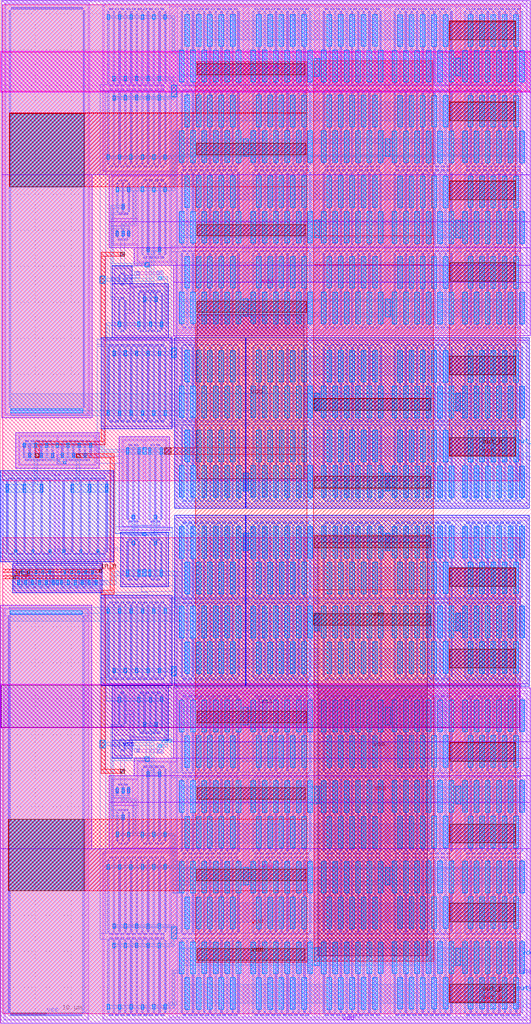
<source format=lef>
VERSION 5.7 ;
  NOWIREEXTENSIONATPIN ON ;
  DIVIDERCHAR "/" ;
  BUSBITCHARS "[]" ;
MACRO audiodac_drv
  CLASS BLOCK ;
  FOREIGN audiodac_drv ;
  ORIGIN -0.105 0.000 ;
  SIZE 73.715 BY 141.930 ;
  PIN in_p
    DIRECTION INPUT ;
    USE SIGNAL ;
    ANTENNAGATEAREA 3.000000 ;
    PORT
      LAYER li1 ;
        RECT 3.265 62.940 3.595 63.110 ;
        RECT 4.225 62.940 4.555 63.110 ;
        RECT 5.175 62.940 5.505 63.110 ;
        RECT 6.135 62.940 6.465 63.110 ;
        RECT 7.095 62.940 7.425 63.110 ;
        RECT 2.785 60.390 3.115 60.560 ;
        RECT 3.745 60.390 4.075 60.560 ;
        RECT 4.705 60.390 5.035 60.560 ;
        RECT 5.655 60.390 5.985 60.560 ;
        RECT 6.615 60.390 6.945 60.560 ;
      LAYER mcon ;
        RECT 3.345 62.940 3.515 63.110 ;
        RECT 4.305 62.940 4.475 63.110 ;
        RECT 5.255 62.940 5.425 63.110 ;
        RECT 6.215 62.940 6.385 63.110 ;
        RECT 7.175 62.940 7.345 63.110 ;
        RECT 2.865 60.390 3.035 60.560 ;
        RECT 3.825 60.390 3.995 60.560 ;
        RECT 4.785 60.390 4.955 60.560 ;
        RECT 5.735 60.390 5.905 60.560 ;
        RECT 6.695 60.390 6.865 60.560 ;
      LAYER met1 ;
        RECT 1.965 62.905 7.615 63.145 ;
        RECT 1.965 62.045 2.215 62.905 ;
        RECT 1.855 61.645 2.325 62.045 ;
        RECT 1.965 61.515 2.215 61.645 ;
        RECT 1.975 60.595 2.215 61.515 ;
        RECT 1.975 60.355 7.615 60.595 ;
      LAYER via ;
        RECT 1.905 61.645 2.275 62.045 ;
      LAYER met2 ;
        RECT 1.905 61.595 2.275 62.095 ;
      LAYER via2 ;
        RECT 1.905 61.645 2.275 62.045 ;
      LAYER met3 ;
        RECT 1.855 62.045 2.325 62.070 ;
        RECT 0.455 61.645 14.155 62.045 ;
        RECT 1.855 61.620 2.325 61.645 ;
    END
  END in_p
  PIN in_n
    DIRECTION INPUT ;
    USE SIGNAL ;
    ANTENNAGATEAREA 3.000000 ;
    PORT
      LAYER li1 ;
        RECT 9.195 62.940 9.525 63.110 ;
        RECT 10.155 62.940 10.485 63.110 ;
        RECT 11.105 62.940 11.435 63.110 ;
        RECT 12.065 62.940 12.395 63.110 ;
        RECT 13.025 62.940 13.355 63.110 ;
        RECT 8.715 60.390 9.045 60.560 ;
        RECT 9.675 60.390 10.005 60.560 ;
        RECT 10.635 60.390 10.965 60.560 ;
        RECT 11.585 60.390 11.915 60.560 ;
        RECT 12.545 60.390 12.875 60.560 ;
      LAYER mcon ;
        RECT 9.275 62.940 9.445 63.110 ;
        RECT 10.235 62.940 10.405 63.110 ;
        RECT 11.185 62.940 11.355 63.110 ;
        RECT 12.145 62.940 12.315 63.110 ;
        RECT 13.105 62.940 13.275 63.110 ;
        RECT 8.795 60.390 8.965 60.560 ;
        RECT 9.755 60.390 9.925 60.560 ;
        RECT 10.715 60.390 10.885 60.560 ;
        RECT 11.665 60.390 11.835 60.560 ;
        RECT 12.625 60.390 12.795 60.560 ;
      LAYER met1 ;
        RECT 8.515 62.945 14.155 63.145 ;
        RECT 8.515 62.905 14.275 62.945 ;
        RECT 13.805 62.545 14.275 62.905 ;
        RECT 13.915 60.595 14.155 62.545 ;
        RECT 8.515 60.355 14.155 60.595 ;
      LAYER via ;
        RECT 13.855 62.545 14.225 62.945 ;
      LAYER met2 ;
        RECT 13.855 62.495 14.225 62.995 ;
      LAYER via2 ;
        RECT 13.855 62.545 14.225 62.945 ;
      LAYER met3 ;
        RECT 13.805 62.945 14.275 62.970 ;
        RECT 0.455 62.545 14.275 62.945 ;
        RECT 13.805 62.520 14.275 62.545 ;
    END
  END in_n
  PIN out_p
    DIRECTION OUTPUT ;
    USE SIGNAL ;
    ANTENNADIFFAREA 435.000000 ;
    PORT
      LAYER li1 ;
        RECT 26.035 59.115 26.205 69.155 ;
        RECT 27.615 59.115 27.785 69.155 ;
        RECT 29.195 59.115 29.365 69.155 ;
        RECT 30.775 59.115 30.945 69.155 ;
        RECT 32.355 59.115 32.525 69.155 ;
        RECT 35.975 59.115 36.145 69.155 ;
        RECT 37.555 59.115 37.725 69.155 ;
        RECT 39.135 59.115 39.305 69.155 ;
        RECT 40.715 59.115 40.885 69.155 ;
        RECT 42.295 59.115 42.465 69.155 ;
        RECT 45.775 59.115 45.945 69.155 ;
        RECT 47.355 59.115 47.525 69.155 ;
        RECT 48.935 59.115 49.105 69.155 ;
        RECT 50.515 59.115 50.685 69.155 ;
        RECT 52.095 59.115 52.265 69.155 ;
        RECT 55.575 59.115 55.745 69.155 ;
        RECT 57.155 59.115 57.325 69.155 ;
        RECT 58.735 59.115 58.905 69.155 ;
        RECT 60.315 59.115 60.485 69.155 ;
        RECT 61.895 59.115 62.065 69.155 ;
        RECT 65.375 59.115 65.545 69.155 ;
        RECT 66.955 59.115 67.125 69.155 ;
        RECT 68.535 59.115 68.705 69.155 ;
        RECT 70.115 59.115 70.285 69.155 ;
        RECT 71.695 59.115 71.865 69.155 ;
        RECT 26.035 48.035 26.205 58.075 ;
        RECT 27.615 48.035 27.785 58.075 ;
        RECT 29.195 48.035 29.365 58.075 ;
        RECT 30.775 48.035 30.945 58.075 ;
        RECT 32.355 48.035 32.525 58.075 ;
        RECT 35.975 48.035 36.145 58.075 ;
        RECT 37.555 48.035 37.725 58.075 ;
        RECT 39.135 48.035 39.305 58.075 ;
        RECT 40.715 48.035 40.885 58.075 ;
        RECT 42.295 48.035 42.465 58.075 ;
        RECT 45.775 48.035 45.945 58.075 ;
        RECT 47.355 48.035 47.525 58.075 ;
        RECT 48.935 48.035 49.105 58.075 ;
        RECT 50.515 48.035 50.685 58.075 ;
        RECT 52.095 48.035 52.265 58.075 ;
        RECT 55.575 48.035 55.745 58.075 ;
        RECT 57.155 48.035 57.325 58.075 ;
        RECT 58.735 48.035 58.905 58.075 ;
        RECT 60.315 48.035 60.485 58.075 ;
        RECT 61.895 48.035 62.065 58.075 ;
        RECT 65.375 48.035 65.545 58.075 ;
        RECT 66.955 48.035 67.125 58.075 ;
        RECT 68.535 48.035 68.705 58.075 ;
        RECT 70.115 48.035 70.285 58.075 ;
        RECT 71.695 48.035 71.865 58.075 ;
        RECT 26.030 35.005 26.200 45.045 ;
        RECT 27.610 35.005 27.780 45.045 ;
        RECT 29.190 35.005 29.360 45.045 ;
        RECT 30.770 35.005 30.940 45.045 ;
        RECT 32.350 35.005 32.520 45.045 ;
        RECT 35.970 35.005 36.140 45.045 ;
        RECT 37.550 35.005 37.720 45.045 ;
        RECT 39.130 35.005 39.300 45.045 ;
        RECT 40.710 35.005 40.880 45.045 ;
        RECT 42.290 35.005 42.460 45.045 ;
        RECT 45.770 35.005 45.940 45.045 ;
        RECT 47.350 35.005 47.520 45.045 ;
        RECT 48.930 35.005 49.100 45.045 ;
        RECT 50.510 35.005 50.680 45.045 ;
        RECT 52.090 35.005 52.260 45.045 ;
        RECT 55.570 35.005 55.740 45.045 ;
        RECT 57.150 35.005 57.320 45.045 ;
        RECT 58.730 35.005 58.900 45.045 ;
        RECT 60.310 35.005 60.480 45.045 ;
        RECT 61.890 35.005 62.060 45.045 ;
        RECT 65.370 35.005 65.540 45.045 ;
        RECT 66.950 35.005 67.120 45.045 ;
        RECT 68.530 35.005 68.700 45.045 ;
        RECT 70.110 35.005 70.280 45.045 ;
        RECT 71.690 35.005 71.860 45.045 ;
        RECT 26.030 23.825 26.200 33.865 ;
        RECT 27.610 23.825 27.780 33.865 ;
        RECT 29.190 23.825 29.360 33.865 ;
        RECT 30.770 23.825 30.940 33.865 ;
        RECT 32.350 23.825 32.520 33.865 ;
        RECT 35.970 23.825 36.140 33.865 ;
        RECT 37.550 23.825 37.720 33.865 ;
        RECT 39.130 23.825 39.300 33.865 ;
        RECT 40.710 23.825 40.880 33.865 ;
        RECT 42.290 23.825 42.460 33.865 ;
        RECT 45.770 23.825 45.940 33.865 ;
        RECT 47.350 23.825 47.520 33.865 ;
        RECT 48.930 23.825 49.100 33.865 ;
        RECT 50.510 23.825 50.680 33.865 ;
        RECT 52.090 23.825 52.260 33.865 ;
        RECT 55.570 23.825 55.740 33.865 ;
        RECT 57.150 23.825 57.320 33.865 ;
        RECT 58.730 23.825 58.900 33.865 ;
        RECT 60.310 23.825 60.480 33.865 ;
        RECT 61.890 23.825 62.060 33.865 ;
        RECT 65.370 23.825 65.540 33.865 ;
        RECT 66.950 23.825 67.120 33.865 ;
        RECT 68.530 23.825 68.700 33.865 ;
        RECT 70.110 23.825 70.280 33.865 ;
        RECT 71.690 23.825 71.860 33.865 ;
        RECT 26.030 12.645 26.200 22.685 ;
        RECT 27.610 12.645 27.780 22.685 ;
        RECT 29.190 12.645 29.360 22.685 ;
        RECT 30.770 12.645 30.940 22.685 ;
        RECT 32.350 12.645 32.520 22.685 ;
        RECT 35.970 12.645 36.140 22.685 ;
        RECT 37.550 12.645 37.720 22.685 ;
        RECT 39.130 12.645 39.300 22.685 ;
        RECT 40.710 12.645 40.880 22.685 ;
        RECT 42.290 12.645 42.460 22.685 ;
        RECT 45.770 12.645 45.940 22.685 ;
        RECT 47.350 12.645 47.520 22.685 ;
        RECT 48.930 12.645 49.100 22.685 ;
        RECT 50.510 12.645 50.680 22.685 ;
        RECT 52.090 12.645 52.260 22.685 ;
        RECT 55.570 12.645 55.740 22.685 ;
        RECT 57.150 12.645 57.320 22.685 ;
        RECT 58.730 12.645 58.900 22.685 ;
        RECT 60.310 12.645 60.480 22.685 ;
        RECT 61.890 12.645 62.060 22.685 ;
        RECT 65.370 12.645 65.540 22.685 ;
        RECT 66.950 12.645 67.120 22.685 ;
        RECT 68.530 12.645 68.700 22.685 ;
        RECT 70.110 12.645 70.280 22.685 ;
        RECT 71.690 12.645 71.860 22.685 ;
        RECT 26.030 1.465 26.200 11.505 ;
        RECT 27.610 1.465 27.780 11.505 ;
        RECT 29.190 1.465 29.360 11.505 ;
        RECT 30.770 1.465 30.940 11.505 ;
        RECT 32.350 1.465 32.520 11.505 ;
        RECT 35.970 1.465 36.140 11.505 ;
        RECT 37.550 1.465 37.720 11.505 ;
        RECT 39.130 1.465 39.300 11.505 ;
        RECT 40.710 1.465 40.880 11.505 ;
        RECT 42.290 1.465 42.460 11.505 ;
        RECT 45.770 1.465 45.940 11.505 ;
        RECT 47.350 1.465 47.520 11.505 ;
        RECT 48.930 1.465 49.100 11.505 ;
        RECT 50.510 1.465 50.680 11.505 ;
        RECT 52.090 1.465 52.260 11.505 ;
        RECT 55.570 1.465 55.740 11.505 ;
        RECT 57.150 1.465 57.320 11.505 ;
        RECT 58.730 1.465 58.900 11.505 ;
        RECT 60.310 1.465 60.480 11.505 ;
        RECT 61.890 1.465 62.060 11.505 ;
        RECT 65.370 1.465 65.540 11.505 ;
        RECT 66.950 1.465 67.120 11.505 ;
        RECT 68.530 1.465 68.700 11.505 ;
        RECT 70.110 1.465 70.280 11.505 ;
        RECT 71.690 1.465 71.860 11.505 ;
      LAYER mcon ;
        RECT 26.035 59.195 26.205 69.075 ;
        RECT 27.615 59.195 27.785 69.075 ;
        RECT 29.195 59.195 29.365 69.075 ;
        RECT 30.775 59.195 30.945 69.075 ;
        RECT 32.355 59.195 32.525 69.075 ;
        RECT 35.975 59.195 36.145 69.075 ;
        RECT 37.555 59.195 37.725 69.075 ;
        RECT 39.135 59.195 39.305 69.075 ;
        RECT 40.715 59.195 40.885 69.075 ;
        RECT 42.295 59.195 42.465 69.075 ;
        RECT 45.775 59.195 45.945 69.075 ;
        RECT 47.355 59.195 47.525 69.075 ;
        RECT 48.935 59.195 49.105 69.075 ;
        RECT 50.515 59.195 50.685 69.075 ;
        RECT 52.095 59.195 52.265 69.075 ;
        RECT 55.575 59.195 55.745 69.075 ;
        RECT 57.155 59.195 57.325 69.075 ;
        RECT 58.735 59.195 58.905 69.075 ;
        RECT 60.315 59.195 60.485 69.075 ;
        RECT 61.895 59.195 62.065 69.075 ;
        RECT 65.375 59.195 65.545 69.075 ;
        RECT 66.955 59.195 67.125 69.075 ;
        RECT 68.535 59.195 68.705 69.075 ;
        RECT 70.115 59.195 70.285 69.075 ;
        RECT 71.695 59.195 71.865 69.075 ;
        RECT 26.035 48.115 26.205 57.995 ;
        RECT 27.615 48.115 27.785 57.995 ;
        RECT 29.195 48.115 29.365 57.995 ;
        RECT 30.775 48.115 30.945 57.995 ;
        RECT 32.355 48.115 32.525 57.995 ;
        RECT 35.975 48.115 36.145 57.995 ;
        RECT 37.555 48.115 37.725 57.995 ;
        RECT 39.135 48.115 39.305 57.995 ;
        RECT 40.715 48.115 40.885 57.995 ;
        RECT 42.295 48.115 42.465 57.995 ;
        RECT 45.775 48.115 45.945 57.995 ;
        RECT 47.355 48.115 47.525 57.995 ;
        RECT 48.935 48.115 49.105 57.995 ;
        RECT 50.515 48.115 50.685 57.995 ;
        RECT 52.095 48.115 52.265 57.995 ;
        RECT 55.575 48.115 55.745 57.995 ;
        RECT 57.155 48.115 57.325 57.995 ;
        RECT 58.735 48.115 58.905 57.995 ;
        RECT 60.315 48.115 60.485 57.995 ;
        RECT 61.895 48.115 62.065 57.995 ;
        RECT 65.375 48.115 65.545 57.995 ;
        RECT 66.955 48.115 67.125 57.995 ;
        RECT 68.535 48.115 68.705 57.995 ;
        RECT 70.115 48.115 70.285 57.995 ;
        RECT 71.695 48.115 71.865 57.995 ;
        RECT 26.030 35.085 26.200 44.965 ;
        RECT 27.610 35.085 27.780 44.965 ;
        RECT 29.190 35.085 29.360 44.965 ;
        RECT 30.770 35.085 30.940 44.965 ;
        RECT 32.350 35.085 32.520 44.965 ;
        RECT 35.970 35.085 36.140 44.965 ;
        RECT 37.550 35.085 37.720 44.965 ;
        RECT 39.130 35.085 39.300 44.965 ;
        RECT 40.710 35.085 40.880 44.965 ;
        RECT 42.290 35.085 42.460 44.965 ;
        RECT 45.770 35.085 45.940 44.965 ;
        RECT 47.350 35.085 47.520 44.965 ;
        RECT 48.930 35.085 49.100 44.965 ;
        RECT 50.510 35.085 50.680 44.965 ;
        RECT 52.090 35.085 52.260 44.965 ;
        RECT 55.570 35.085 55.740 44.965 ;
        RECT 57.150 35.085 57.320 44.965 ;
        RECT 58.730 35.085 58.900 44.965 ;
        RECT 60.310 35.085 60.480 44.965 ;
        RECT 61.890 35.085 62.060 44.965 ;
        RECT 65.370 35.085 65.540 44.965 ;
        RECT 66.950 35.085 67.120 44.965 ;
        RECT 68.530 35.085 68.700 44.965 ;
        RECT 70.110 35.085 70.280 44.965 ;
        RECT 71.690 35.085 71.860 44.965 ;
        RECT 26.030 23.905 26.200 33.785 ;
        RECT 27.610 23.905 27.780 33.785 ;
        RECT 29.190 23.905 29.360 33.785 ;
        RECT 30.770 23.905 30.940 33.785 ;
        RECT 32.350 23.905 32.520 33.785 ;
        RECT 35.970 23.905 36.140 33.785 ;
        RECT 37.550 23.905 37.720 33.785 ;
        RECT 39.130 23.905 39.300 33.785 ;
        RECT 40.710 23.905 40.880 33.785 ;
        RECT 42.290 23.905 42.460 33.785 ;
        RECT 45.770 23.905 45.940 33.785 ;
        RECT 47.350 23.905 47.520 33.785 ;
        RECT 48.930 23.905 49.100 33.785 ;
        RECT 50.510 23.905 50.680 33.785 ;
        RECT 52.090 23.905 52.260 33.785 ;
        RECT 55.570 23.905 55.740 33.785 ;
        RECT 57.150 23.905 57.320 33.785 ;
        RECT 58.730 23.905 58.900 33.785 ;
        RECT 60.310 23.905 60.480 33.785 ;
        RECT 61.890 23.905 62.060 33.785 ;
        RECT 65.370 23.905 65.540 33.785 ;
        RECT 66.950 23.905 67.120 33.785 ;
        RECT 68.530 23.905 68.700 33.785 ;
        RECT 70.110 23.905 70.280 33.785 ;
        RECT 71.690 23.905 71.860 33.785 ;
        RECT 26.030 12.725 26.200 22.605 ;
        RECT 27.610 12.725 27.780 22.605 ;
        RECT 29.190 12.725 29.360 22.605 ;
        RECT 30.770 12.725 30.940 22.605 ;
        RECT 32.350 12.725 32.520 22.605 ;
        RECT 35.970 12.725 36.140 22.605 ;
        RECT 37.550 12.725 37.720 22.605 ;
        RECT 39.130 12.725 39.300 22.605 ;
        RECT 40.710 12.725 40.880 22.605 ;
        RECT 42.290 12.725 42.460 22.605 ;
        RECT 45.770 12.725 45.940 22.605 ;
        RECT 47.350 12.725 47.520 22.605 ;
        RECT 48.930 12.725 49.100 22.605 ;
        RECT 50.510 12.725 50.680 22.605 ;
        RECT 52.090 12.725 52.260 22.605 ;
        RECT 55.570 12.725 55.740 22.605 ;
        RECT 57.150 12.725 57.320 22.605 ;
        RECT 58.730 12.725 58.900 22.605 ;
        RECT 60.310 12.725 60.480 22.605 ;
        RECT 61.890 12.725 62.060 22.605 ;
        RECT 65.370 12.725 65.540 22.605 ;
        RECT 66.950 12.725 67.120 22.605 ;
        RECT 68.530 12.725 68.700 22.605 ;
        RECT 70.110 12.725 70.280 22.605 ;
        RECT 71.690 12.725 71.860 22.605 ;
        RECT 26.030 1.545 26.200 11.425 ;
        RECT 27.610 1.545 27.780 11.425 ;
        RECT 29.190 1.545 29.360 11.425 ;
        RECT 30.770 1.545 30.940 11.425 ;
        RECT 32.350 1.545 32.520 11.425 ;
        RECT 35.970 1.545 36.140 11.425 ;
        RECT 37.550 1.545 37.720 11.425 ;
        RECT 39.130 1.545 39.300 11.425 ;
        RECT 40.710 1.545 40.880 11.425 ;
        RECT 42.290 1.545 42.460 11.425 ;
        RECT 45.770 1.545 45.940 11.425 ;
        RECT 47.350 1.545 47.520 11.425 ;
        RECT 48.930 1.545 49.100 11.425 ;
        RECT 50.510 1.545 50.680 11.425 ;
        RECT 52.090 1.545 52.260 11.425 ;
        RECT 55.570 1.545 55.740 11.425 ;
        RECT 57.150 1.545 57.320 11.425 ;
        RECT 58.730 1.545 58.900 11.425 ;
        RECT 60.310 1.545 60.480 11.425 ;
        RECT 61.890 1.545 62.060 11.425 ;
        RECT 65.370 1.545 65.540 11.425 ;
        RECT 66.950 1.545 67.120 11.425 ;
        RECT 68.530 1.545 68.700 11.425 ;
        RECT 70.110 1.545 70.280 11.425 ;
        RECT 71.690 1.545 71.860 11.425 ;
      LAYER met1 ;
        RECT 26.005 63.920 26.235 69.135 ;
        RECT 27.585 63.920 27.815 69.135 ;
        RECT 29.165 63.930 29.395 69.135 ;
        RECT 30.745 63.930 30.975 69.135 ;
        RECT 32.325 63.930 32.555 69.135 ;
        RECT 25.730 59.570 26.460 63.920 ;
        RECT 27.320 59.570 28.050 63.920 ;
        RECT 28.890 59.580 29.620 63.930 ;
        RECT 30.470 59.580 31.200 63.930 ;
        RECT 32.060 59.580 32.790 63.930 ;
        RECT 35.945 63.920 36.175 69.135 ;
        RECT 37.525 63.920 37.755 69.135 ;
        RECT 39.105 63.930 39.335 69.135 ;
        RECT 40.685 63.930 40.915 69.135 ;
        RECT 42.265 63.930 42.495 69.135 ;
        RECT 26.005 59.135 26.235 59.570 ;
        RECT 27.585 59.135 27.815 59.570 ;
        RECT 29.165 59.135 29.395 59.580 ;
        RECT 30.745 59.135 30.975 59.580 ;
        RECT 32.325 59.135 32.555 59.580 ;
        RECT 35.660 59.570 36.390 63.920 ;
        RECT 37.250 59.570 37.980 63.920 ;
        RECT 38.820 59.580 39.550 63.930 ;
        RECT 40.400 59.580 41.130 63.930 ;
        RECT 41.990 59.580 42.720 63.930 ;
        RECT 45.745 63.920 45.975 69.135 ;
        RECT 47.325 63.920 47.555 69.135 ;
        RECT 48.905 63.930 49.135 69.135 ;
        RECT 50.485 63.930 50.715 69.135 ;
        RECT 52.065 63.930 52.295 69.135 ;
        RECT 55.545 63.950 55.775 69.135 ;
        RECT 57.125 63.950 57.355 69.135 ;
        RECT 58.705 63.960 58.935 69.135 ;
        RECT 60.285 63.960 60.515 69.135 ;
        RECT 61.865 63.960 62.095 69.135 ;
        RECT 35.945 59.135 36.175 59.570 ;
        RECT 37.525 59.135 37.755 59.570 ;
        RECT 39.105 59.135 39.335 59.580 ;
        RECT 40.685 59.135 40.915 59.580 ;
        RECT 42.265 59.135 42.495 59.580 ;
        RECT 45.470 59.570 46.200 63.920 ;
        RECT 47.060 59.570 47.790 63.920 ;
        RECT 48.630 59.580 49.360 63.930 ;
        RECT 50.210 59.580 50.940 63.930 ;
        RECT 51.800 59.580 52.530 63.930 ;
        RECT 55.280 59.600 56.010 63.950 ;
        RECT 56.870 59.600 57.600 63.950 ;
        RECT 58.440 59.610 59.170 63.960 ;
        RECT 60.020 59.610 60.750 63.960 ;
        RECT 61.610 59.610 62.340 63.960 ;
        RECT 65.345 63.950 65.575 69.135 ;
        RECT 66.925 63.950 67.155 69.135 ;
        RECT 68.505 63.960 68.735 69.135 ;
        RECT 70.085 63.960 70.315 69.135 ;
        RECT 71.665 63.960 71.895 69.135 ;
        RECT 45.745 59.135 45.975 59.570 ;
        RECT 47.325 59.135 47.555 59.570 ;
        RECT 48.905 59.135 49.135 59.580 ;
        RECT 50.485 59.135 50.715 59.580 ;
        RECT 52.065 59.135 52.295 59.580 ;
        RECT 55.545 59.135 55.775 59.600 ;
        RECT 57.125 59.135 57.355 59.600 ;
        RECT 58.705 59.135 58.935 59.610 ;
        RECT 60.285 59.135 60.515 59.610 ;
        RECT 61.865 59.135 62.095 59.610 ;
        RECT 65.070 59.600 65.800 63.950 ;
        RECT 66.660 59.600 67.390 63.950 ;
        RECT 68.230 59.610 68.960 63.960 ;
        RECT 69.810 59.610 70.540 63.960 ;
        RECT 71.400 59.610 72.130 63.960 ;
        RECT 65.345 59.135 65.575 59.600 ;
        RECT 66.925 59.135 67.155 59.600 ;
        RECT 68.505 59.135 68.735 59.610 ;
        RECT 70.085 59.135 70.315 59.610 ;
        RECT 71.665 59.135 71.895 59.610 ;
        RECT 26.005 52.870 26.235 58.055 ;
        RECT 27.585 52.870 27.815 58.055 ;
        RECT 29.165 52.880 29.395 58.055 ;
        RECT 30.745 52.880 30.975 58.055 ;
        RECT 32.325 52.880 32.555 58.055 ;
        RECT 25.720 48.520 26.450 52.870 ;
        RECT 27.310 48.520 28.040 52.870 ;
        RECT 28.880 48.530 29.610 52.880 ;
        RECT 30.460 48.530 31.190 52.880 ;
        RECT 32.050 48.530 32.780 52.880 ;
        RECT 35.945 52.870 36.175 58.055 ;
        RECT 37.525 52.870 37.755 58.055 ;
        RECT 39.105 52.880 39.335 58.055 ;
        RECT 40.685 52.880 40.915 58.055 ;
        RECT 42.265 52.880 42.495 58.055 ;
        RECT 26.005 48.055 26.235 48.520 ;
        RECT 27.585 48.055 27.815 48.520 ;
        RECT 29.165 48.055 29.395 48.530 ;
        RECT 30.745 48.055 30.975 48.530 ;
        RECT 32.325 48.055 32.555 48.530 ;
        RECT 35.650 48.520 36.380 52.870 ;
        RECT 37.240 48.520 37.970 52.870 ;
        RECT 38.810 48.530 39.540 52.880 ;
        RECT 40.390 48.530 41.120 52.880 ;
        RECT 41.980 48.530 42.710 52.880 ;
        RECT 45.745 52.870 45.975 58.055 ;
        RECT 47.325 52.870 47.555 58.055 ;
        RECT 48.905 52.880 49.135 58.055 ;
        RECT 50.485 52.880 50.715 58.055 ;
        RECT 52.065 52.880 52.295 58.055 ;
        RECT 55.545 52.900 55.775 58.055 ;
        RECT 57.125 52.900 57.355 58.055 ;
        RECT 58.705 52.910 58.935 58.055 ;
        RECT 60.285 52.910 60.515 58.055 ;
        RECT 61.865 52.910 62.095 58.055 ;
        RECT 35.945 48.055 36.175 48.520 ;
        RECT 37.525 48.055 37.755 48.520 ;
        RECT 39.105 48.055 39.335 48.530 ;
        RECT 40.685 48.055 40.915 48.530 ;
        RECT 42.265 48.055 42.495 48.530 ;
        RECT 45.460 48.520 46.190 52.870 ;
        RECT 47.050 48.520 47.780 52.870 ;
        RECT 48.620 48.530 49.350 52.880 ;
        RECT 50.200 48.530 50.930 52.880 ;
        RECT 51.790 48.530 52.520 52.880 ;
        RECT 55.270 48.550 56.000 52.900 ;
        RECT 56.860 48.550 57.590 52.900 ;
        RECT 58.430 48.560 59.160 52.910 ;
        RECT 60.010 48.560 60.740 52.910 ;
        RECT 61.600 48.560 62.330 52.910 ;
        RECT 65.345 52.900 65.575 58.055 ;
        RECT 66.925 52.900 67.155 58.055 ;
        RECT 68.505 52.910 68.735 58.055 ;
        RECT 70.085 52.910 70.315 58.055 ;
        RECT 71.665 52.910 71.895 58.055 ;
        RECT 45.745 48.055 45.975 48.520 ;
        RECT 47.325 48.055 47.555 48.520 ;
        RECT 48.905 48.055 49.135 48.530 ;
        RECT 50.485 48.055 50.715 48.530 ;
        RECT 52.065 48.055 52.295 48.530 ;
        RECT 55.545 48.055 55.775 48.550 ;
        RECT 57.125 48.055 57.355 48.550 ;
        RECT 58.705 48.055 58.935 48.560 ;
        RECT 60.285 48.055 60.515 48.560 ;
        RECT 61.865 48.055 62.095 48.560 ;
        RECT 65.060 48.550 65.790 52.900 ;
        RECT 66.650 48.550 67.380 52.900 ;
        RECT 68.220 48.560 68.950 52.910 ;
        RECT 69.800 48.560 70.530 52.910 ;
        RECT 71.390 48.560 72.120 52.910 ;
        RECT 65.345 48.055 65.575 48.550 ;
        RECT 66.925 48.055 67.155 48.550 ;
        RECT 68.505 48.055 68.735 48.560 ;
        RECT 70.085 48.055 70.315 48.560 ;
        RECT 71.665 48.055 71.895 48.560 ;
        RECT 26.000 39.840 26.230 45.025 ;
        RECT 27.580 39.840 27.810 45.025 ;
        RECT 29.160 39.850 29.390 45.025 ;
        RECT 30.740 39.850 30.970 45.025 ;
        RECT 32.320 39.850 32.550 45.025 ;
        RECT 25.720 35.490 26.450 39.840 ;
        RECT 27.310 35.490 28.040 39.840 ;
        RECT 28.880 35.500 29.610 39.850 ;
        RECT 30.460 35.500 31.190 39.850 ;
        RECT 32.050 35.500 32.780 39.850 ;
        RECT 35.940 39.840 36.170 45.025 ;
        RECT 37.520 39.840 37.750 45.025 ;
        RECT 39.100 39.850 39.330 45.025 ;
        RECT 40.680 39.850 40.910 45.025 ;
        RECT 42.260 39.850 42.490 45.025 ;
        RECT 26.000 35.025 26.230 35.490 ;
        RECT 27.580 35.025 27.810 35.490 ;
        RECT 29.160 35.025 29.390 35.500 ;
        RECT 30.740 35.025 30.970 35.500 ;
        RECT 32.320 35.025 32.550 35.500 ;
        RECT 35.650 35.490 36.380 39.840 ;
        RECT 37.240 35.490 37.970 39.840 ;
        RECT 38.810 35.500 39.540 39.850 ;
        RECT 40.390 35.500 41.120 39.850 ;
        RECT 41.980 35.500 42.710 39.850 ;
        RECT 45.740 39.840 45.970 45.025 ;
        RECT 47.320 39.840 47.550 45.025 ;
        RECT 48.900 39.850 49.130 45.025 ;
        RECT 50.480 39.850 50.710 45.025 ;
        RECT 52.060 39.850 52.290 45.025 ;
        RECT 55.540 39.870 55.770 45.025 ;
        RECT 57.120 39.870 57.350 45.025 ;
        RECT 58.700 39.880 58.930 45.025 ;
        RECT 60.280 39.880 60.510 45.025 ;
        RECT 61.860 39.880 62.090 45.025 ;
        RECT 35.940 35.025 36.170 35.490 ;
        RECT 37.520 35.025 37.750 35.490 ;
        RECT 39.100 35.025 39.330 35.500 ;
        RECT 40.680 35.025 40.910 35.500 ;
        RECT 42.260 35.025 42.490 35.500 ;
        RECT 45.460 35.490 46.190 39.840 ;
        RECT 47.050 35.490 47.780 39.840 ;
        RECT 48.620 35.500 49.350 39.850 ;
        RECT 50.200 35.500 50.930 39.850 ;
        RECT 51.790 35.500 52.520 39.850 ;
        RECT 55.270 35.520 56.000 39.870 ;
        RECT 56.860 35.520 57.590 39.870 ;
        RECT 58.430 35.530 59.160 39.880 ;
        RECT 60.010 35.530 60.740 39.880 ;
        RECT 61.600 35.530 62.330 39.880 ;
        RECT 65.340 39.870 65.570 45.025 ;
        RECT 66.920 39.870 67.150 45.025 ;
        RECT 68.500 39.880 68.730 45.025 ;
        RECT 70.080 39.880 70.310 45.025 ;
        RECT 71.660 39.880 71.890 45.025 ;
        RECT 45.740 35.025 45.970 35.490 ;
        RECT 47.320 35.025 47.550 35.490 ;
        RECT 48.900 35.025 49.130 35.500 ;
        RECT 50.480 35.025 50.710 35.500 ;
        RECT 52.060 35.025 52.290 35.500 ;
        RECT 55.540 35.025 55.770 35.520 ;
        RECT 57.120 35.025 57.350 35.520 ;
        RECT 58.700 35.025 58.930 35.530 ;
        RECT 60.280 35.025 60.510 35.530 ;
        RECT 61.860 35.025 62.090 35.530 ;
        RECT 65.060 35.520 65.790 39.870 ;
        RECT 66.650 35.520 67.380 39.870 ;
        RECT 68.220 35.530 68.950 39.880 ;
        RECT 69.800 35.530 70.530 39.880 ;
        RECT 71.390 35.530 72.120 39.880 ;
        RECT 65.340 35.025 65.570 35.520 ;
        RECT 66.920 35.025 67.150 35.520 ;
        RECT 68.500 35.025 68.730 35.530 ;
        RECT 70.080 35.025 70.310 35.530 ;
        RECT 71.660 35.025 71.890 35.530 ;
        RECT 26.000 28.660 26.230 33.845 ;
        RECT 27.580 28.660 27.810 33.845 ;
        RECT 29.160 28.670 29.390 33.845 ;
        RECT 30.740 28.670 30.970 33.845 ;
        RECT 32.320 28.670 32.550 33.845 ;
        RECT 25.720 24.310 26.450 28.660 ;
        RECT 27.310 24.310 28.040 28.660 ;
        RECT 28.880 24.320 29.610 28.670 ;
        RECT 30.460 24.320 31.190 28.670 ;
        RECT 32.050 24.320 32.780 28.670 ;
        RECT 35.940 28.660 36.170 33.845 ;
        RECT 37.520 28.660 37.750 33.845 ;
        RECT 39.100 28.670 39.330 33.845 ;
        RECT 40.680 28.670 40.910 33.845 ;
        RECT 42.260 28.670 42.490 33.845 ;
        RECT 26.000 23.845 26.230 24.310 ;
        RECT 27.580 23.845 27.810 24.310 ;
        RECT 29.160 23.845 29.390 24.320 ;
        RECT 30.740 23.845 30.970 24.320 ;
        RECT 32.320 23.845 32.550 24.320 ;
        RECT 35.650 24.310 36.380 28.660 ;
        RECT 37.240 24.310 37.970 28.660 ;
        RECT 38.810 24.320 39.540 28.670 ;
        RECT 40.390 24.320 41.120 28.670 ;
        RECT 41.980 24.320 42.710 28.670 ;
        RECT 45.740 28.660 45.970 33.845 ;
        RECT 47.320 28.660 47.550 33.845 ;
        RECT 48.900 28.670 49.130 33.845 ;
        RECT 50.480 28.670 50.710 33.845 ;
        RECT 52.060 28.670 52.290 33.845 ;
        RECT 55.540 28.690 55.770 33.845 ;
        RECT 57.120 28.690 57.350 33.845 ;
        RECT 58.700 28.700 58.930 33.845 ;
        RECT 60.280 28.700 60.510 33.845 ;
        RECT 61.860 28.700 62.090 33.845 ;
        RECT 35.940 23.845 36.170 24.310 ;
        RECT 37.520 23.845 37.750 24.310 ;
        RECT 39.100 23.845 39.330 24.320 ;
        RECT 40.680 23.845 40.910 24.320 ;
        RECT 42.260 23.845 42.490 24.320 ;
        RECT 45.460 24.310 46.190 28.660 ;
        RECT 47.050 24.310 47.780 28.660 ;
        RECT 48.620 24.320 49.350 28.670 ;
        RECT 50.200 24.320 50.930 28.670 ;
        RECT 51.790 24.320 52.520 28.670 ;
        RECT 55.270 24.340 56.000 28.690 ;
        RECT 56.860 24.340 57.590 28.690 ;
        RECT 58.430 24.350 59.160 28.700 ;
        RECT 60.010 24.350 60.740 28.700 ;
        RECT 61.600 24.350 62.330 28.700 ;
        RECT 65.340 28.690 65.570 33.845 ;
        RECT 66.920 28.690 67.150 33.845 ;
        RECT 68.500 28.700 68.730 33.845 ;
        RECT 70.080 28.700 70.310 33.845 ;
        RECT 71.660 28.700 71.890 33.845 ;
        RECT 45.740 23.845 45.970 24.310 ;
        RECT 47.320 23.845 47.550 24.310 ;
        RECT 48.900 23.845 49.130 24.320 ;
        RECT 50.480 23.845 50.710 24.320 ;
        RECT 52.060 23.845 52.290 24.320 ;
        RECT 55.540 23.845 55.770 24.340 ;
        RECT 57.120 23.845 57.350 24.340 ;
        RECT 58.700 23.845 58.930 24.350 ;
        RECT 60.280 23.845 60.510 24.350 ;
        RECT 61.860 23.845 62.090 24.350 ;
        RECT 65.060 24.340 65.790 28.690 ;
        RECT 66.650 24.340 67.380 28.690 ;
        RECT 68.220 24.350 68.950 28.700 ;
        RECT 69.800 24.350 70.530 28.700 ;
        RECT 71.390 24.350 72.120 28.700 ;
        RECT 65.340 23.845 65.570 24.340 ;
        RECT 66.920 23.845 67.150 24.340 ;
        RECT 68.500 23.845 68.730 24.350 ;
        RECT 70.080 23.845 70.310 24.350 ;
        RECT 71.660 23.845 71.890 24.350 ;
        RECT 26.000 17.480 26.230 22.665 ;
        RECT 27.580 17.480 27.810 22.665 ;
        RECT 29.160 17.490 29.390 22.665 ;
        RECT 30.740 17.490 30.970 22.665 ;
        RECT 32.320 17.490 32.550 22.665 ;
        RECT 25.720 13.130 26.450 17.480 ;
        RECT 27.310 13.130 28.040 17.480 ;
        RECT 28.880 13.140 29.610 17.490 ;
        RECT 30.460 13.140 31.190 17.490 ;
        RECT 32.050 13.140 32.780 17.490 ;
        RECT 35.940 17.480 36.170 22.665 ;
        RECT 37.520 17.480 37.750 22.665 ;
        RECT 39.100 17.490 39.330 22.665 ;
        RECT 40.680 17.490 40.910 22.665 ;
        RECT 42.260 17.490 42.490 22.665 ;
        RECT 26.000 12.665 26.230 13.130 ;
        RECT 27.580 12.665 27.810 13.130 ;
        RECT 29.160 12.665 29.390 13.140 ;
        RECT 30.740 12.665 30.970 13.140 ;
        RECT 32.320 12.665 32.550 13.140 ;
        RECT 35.650 13.130 36.380 17.480 ;
        RECT 37.240 13.130 37.970 17.480 ;
        RECT 38.810 13.140 39.540 17.490 ;
        RECT 40.390 13.140 41.120 17.490 ;
        RECT 41.980 13.140 42.710 17.490 ;
        RECT 45.740 17.480 45.970 22.665 ;
        RECT 47.320 17.480 47.550 22.665 ;
        RECT 48.900 17.490 49.130 22.665 ;
        RECT 50.480 17.490 50.710 22.665 ;
        RECT 52.060 17.490 52.290 22.665 ;
        RECT 55.540 17.510 55.770 22.665 ;
        RECT 57.120 17.510 57.350 22.665 ;
        RECT 58.700 17.520 58.930 22.665 ;
        RECT 60.280 17.520 60.510 22.665 ;
        RECT 61.860 17.520 62.090 22.665 ;
        RECT 35.940 12.665 36.170 13.130 ;
        RECT 37.520 12.665 37.750 13.130 ;
        RECT 39.100 12.665 39.330 13.140 ;
        RECT 40.680 12.665 40.910 13.140 ;
        RECT 42.260 12.665 42.490 13.140 ;
        RECT 45.460 13.130 46.190 17.480 ;
        RECT 47.050 13.130 47.780 17.480 ;
        RECT 48.620 13.140 49.350 17.490 ;
        RECT 50.200 13.140 50.930 17.490 ;
        RECT 51.790 13.140 52.520 17.490 ;
        RECT 55.270 13.160 56.000 17.510 ;
        RECT 56.860 13.160 57.590 17.510 ;
        RECT 58.430 13.170 59.160 17.520 ;
        RECT 60.010 13.170 60.740 17.520 ;
        RECT 61.600 13.170 62.330 17.520 ;
        RECT 65.340 17.510 65.570 22.665 ;
        RECT 66.920 17.510 67.150 22.665 ;
        RECT 68.500 17.520 68.730 22.665 ;
        RECT 70.080 17.520 70.310 22.665 ;
        RECT 71.660 17.520 71.890 22.665 ;
        RECT 45.740 12.665 45.970 13.130 ;
        RECT 47.320 12.665 47.550 13.130 ;
        RECT 48.900 12.665 49.130 13.140 ;
        RECT 50.480 12.665 50.710 13.140 ;
        RECT 52.060 12.665 52.290 13.140 ;
        RECT 55.540 12.665 55.770 13.160 ;
        RECT 57.120 12.665 57.350 13.160 ;
        RECT 58.700 12.665 58.930 13.170 ;
        RECT 60.280 12.665 60.510 13.170 ;
        RECT 61.860 12.665 62.090 13.170 ;
        RECT 65.060 13.160 65.790 17.510 ;
        RECT 66.650 13.160 67.380 17.510 ;
        RECT 68.220 13.170 68.950 17.520 ;
        RECT 69.800 13.170 70.530 17.520 ;
        RECT 71.390 13.170 72.120 17.520 ;
        RECT 65.340 12.665 65.570 13.160 ;
        RECT 66.920 12.665 67.150 13.160 ;
        RECT 68.500 12.665 68.730 13.170 ;
        RECT 70.080 12.665 70.310 13.170 ;
        RECT 71.660 12.665 71.890 13.170 ;
        RECT 26.000 6.300 26.230 11.485 ;
        RECT 27.580 6.300 27.810 11.485 ;
        RECT 29.160 6.310 29.390 11.485 ;
        RECT 30.740 6.310 30.970 11.485 ;
        RECT 32.320 6.310 32.550 11.485 ;
        RECT 25.720 1.950 26.450 6.300 ;
        RECT 27.310 1.950 28.040 6.300 ;
        RECT 28.880 1.960 29.610 6.310 ;
        RECT 30.460 1.960 31.190 6.310 ;
        RECT 32.050 1.960 32.780 6.310 ;
        RECT 35.940 6.300 36.170 11.485 ;
        RECT 37.520 6.300 37.750 11.485 ;
        RECT 39.100 6.310 39.330 11.485 ;
        RECT 40.680 6.310 40.910 11.485 ;
        RECT 42.260 6.310 42.490 11.485 ;
        RECT 26.000 1.485 26.230 1.950 ;
        RECT 27.580 1.485 27.810 1.950 ;
        RECT 29.160 1.485 29.390 1.960 ;
        RECT 30.740 1.485 30.970 1.960 ;
        RECT 32.320 1.485 32.550 1.960 ;
        RECT 35.650 1.950 36.380 6.300 ;
        RECT 37.240 1.950 37.970 6.300 ;
        RECT 38.810 1.960 39.540 6.310 ;
        RECT 40.390 1.960 41.120 6.310 ;
        RECT 41.980 1.960 42.710 6.310 ;
        RECT 45.740 6.300 45.970 11.485 ;
        RECT 47.320 6.300 47.550 11.485 ;
        RECT 48.900 6.310 49.130 11.485 ;
        RECT 50.480 6.310 50.710 11.485 ;
        RECT 52.060 6.310 52.290 11.485 ;
        RECT 55.540 6.330 55.770 11.485 ;
        RECT 57.120 6.330 57.350 11.485 ;
        RECT 58.700 6.340 58.930 11.485 ;
        RECT 60.280 6.340 60.510 11.485 ;
        RECT 61.860 6.340 62.090 11.485 ;
        RECT 35.940 1.485 36.170 1.950 ;
        RECT 37.520 1.485 37.750 1.950 ;
        RECT 39.100 1.485 39.330 1.960 ;
        RECT 40.680 1.485 40.910 1.960 ;
        RECT 42.260 1.485 42.490 1.960 ;
        RECT 45.460 1.950 46.190 6.300 ;
        RECT 47.050 1.950 47.780 6.300 ;
        RECT 48.620 1.960 49.350 6.310 ;
        RECT 50.200 1.960 50.930 6.310 ;
        RECT 51.790 1.960 52.520 6.310 ;
        RECT 55.270 1.980 56.000 6.330 ;
        RECT 56.860 1.980 57.590 6.330 ;
        RECT 58.430 1.990 59.160 6.340 ;
        RECT 60.010 1.990 60.740 6.340 ;
        RECT 61.600 1.990 62.330 6.340 ;
        RECT 65.340 6.330 65.570 11.485 ;
        RECT 66.920 6.330 67.150 11.485 ;
        RECT 68.500 6.340 68.730 11.485 ;
        RECT 70.080 6.340 70.310 11.485 ;
        RECT 71.660 6.340 71.890 11.485 ;
        RECT 45.740 1.485 45.970 1.950 ;
        RECT 47.320 1.485 47.550 1.950 ;
        RECT 48.900 1.485 49.130 1.960 ;
        RECT 50.480 1.485 50.710 1.960 ;
        RECT 52.060 1.485 52.290 1.960 ;
        RECT 55.540 1.485 55.770 1.980 ;
        RECT 57.120 1.485 57.350 1.980 ;
        RECT 58.700 1.485 58.930 1.990 ;
        RECT 60.280 1.485 60.510 1.990 ;
        RECT 61.860 1.485 62.090 1.990 ;
        RECT 65.060 1.980 65.790 6.330 ;
        RECT 66.650 1.980 67.380 6.330 ;
        RECT 68.220 1.990 68.950 6.340 ;
        RECT 69.800 1.990 70.530 6.340 ;
        RECT 71.390 1.990 72.120 6.340 ;
        RECT 65.340 1.485 65.570 1.980 ;
        RECT 66.920 1.485 67.150 1.980 ;
        RECT 68.500 1.485 68.730 1.990 ;
        RECT 70.080 1.485 70.310 1.990 ;
        RECT 71.660 1.485 71.890 1.990 ;
      LAYER via ;
        RECT 25.780 59.570 26.410 63.920 ;
        RECT 27.370 59.570 28.000 63.920 ;
        RECT 28.940 59.580 29.570 63.930 ;
        RECT 30.520 59.580 31.150 63.930 ;
        RECT 32.110 59.580 32.740 63.930 ;
        RECT 35.710 59.570 36.340 63.920 ;
        RECT 37.300 59.570 37.930 63.920 ;
        RECT 38.870 59.580 39.500 63.930 ;
        RECT 40.450 59.580 41.080 63.930 ;
        RECT 42.040 59.580 42.670 63.930 ;
        RECT 45.520 59.570 46.150 63.920 ;
        RECT 47.110 59.570 47.740 63.920 ;
        RECT 48.680 59.580 49.310 63.930 ;
        RECT 50.260 59.580 50.890 63.930 ;
        RECT 51.850 59.580 52.480 63.930 ;
        RECT 55.330 59.600 55.960 63.950 ;
        RECT 56.920 59.600 57.550 63.950 ;
        RECT 58.490 59.610 59.120 63.960 ;
        RECT 60.070 59.610 60.700 63.960 ;
        RECT 61.660 59.610 62.290 63.960 ;
        RECT 65.120 59.600 65.750 63.950 ;
        RECT 66.710 59.600 67.340 63.950 ;
        RECT 68.280 59.610 68.910 63.960 ;
        RECT 69.860 59.610 70.490 63.960 ;
        RECT 71.450 59.610 72.080 63.960 ;
        RECT 25.770 48.520 26.400 52.870 ;
        RECT 27.360 48.520 27.990 52.870 ;
        RECT 28.930 48.530 29.560 52.880 ;
        RECT 30.510 48.530 31.140 52.880 ;
        RECT 32.100 48.530 32.730 52.880 ;
        RECT 35.700 48.520 36.330 52.870 ;
        RECT 37.290 48.520 37.920 52.870 ;
        RECT 38.860 48.530 39.490 52.880 ;
        RECT 40.440 48.530 41.070 52.880 ;
        RECT 42.030 48.530 42.660 52.880 ;
        RECT 45.510 48.520 46.140 52.870 ;
        RECT 47.100 48.520 47.730 52.870 ;
        RECT 48.670 48.530 49.300 52.880 ;
        RECT 50.250 48.530 50.880 52.880 ;
        RECT 51.840 48.530 52.470 52.880 ;
        RECT 55.320 48.550 55.950 52.900 ;
        RECT 56.910 48.550 57.540 52.900 ;
        RECT 58.480 48.560 59.110 52.910 ;
        RECT 60.060 48.560 60.690 52.910 ;
        RECT 61.650 48.560 62.280 52.910 ;
        RECT 65.110 48.550 65.740 52.900 ;
        RECT 66.700 48.550 67.330 52.900 ;
        RECT 68.270 48.560 68.900 52.910 ;
        RECT 69.850 48.560 70.480 52.910 ;
        RECT 71.440 48.560 72.070 52.910 ;
        RECT 25.770 35.490 26.400 39.840 ;
        RECT 27.360 35.490 27.990 39.840 ;
        RECT 28.930 35.500 29.560 39.850 ;
        RECT 30.510 35.500 31.140 39.850 ;
        RECT 32.100 35.500 32.730 39.850 ;
        RECT 35.700 35.490 36.330 39.840 ;
        RECT 37.290 35.490 37.920 39.840 ;
        RECT 38.860 35.500 39.490 39.850 ;
        RECT 40.440 35.500 41.070 39.850 ;
        RECT 42.030 35.500 42.660 39.850 ;
        RECT 45.510 35.490 46.140 39.840 ;
        RECT 47.100 35.490 47.730 39.840 ;
        RECT 48.670 35.500 49.300 39.850 ;
        RECT 50.250 35.500 50.880 39.850 ;
        RECT 51.840 35.500 52.470 39.850 ;
        RECT 55.320 35.520 55.950 39.870 ;
        RECT 56.910 35.520 57.540 39.870 ;
        RECT 58.480 35.530 59.110 39.880 ;
        RECT 60.060 35.530 60.690 39.880 ;
        RECT 61.650 35.530 62.280 39.880 ;
        RECT 65.110 35.520 65.740 39.870 ;
        RECT 66.700 35.520 67.330 39.870 ;
        RECT 68.270 35.530 68.900 39.880 ;
        RECT 69.850 35.530 70.480 39.880 ;
        RECT 71.440 35.530 72.070 39.880 ;
        RECT 25.770 24.310 26.400 28.660 ;
        RECT 27.360 24.310 27.990 28.660 ;
        RECT 28.930 24.320 29.560 28.670 ;
        RECT 30.510 24.320 31.140 28.670 ;
        RECT 32.100 24.320 32.730 28.670 ;
        RECT 35.700 24.310 36.330 28.660 ;
        RECT 37.290 24.310 37.920 28.660 ;
        RECT 38.860 24.320 39.490 28.670 ;
        RECT 40.440 24.320 41.070 28.670 ;
        RECT 42.030 24.320 42.660 28.670 ;
        RECT 45.510 24.310 46.140 28.660 ;
        RECT 47.100 24.310 47.730 28.660 ;
        RECT 48.670 24.320 49.300 28.670 ;
        RECT 50.250 24.320 50.880 28.670 ;
        RECT 51.840 24.320 52.470 28.670 ;
        RECT 55.320 24.340 55.950 28.690 ;
        RECT 56.910 24.340 57.540 28.690 ;
        RECT 58.480 24.350 59.110 28.700 ;
        RECT 60.060 24.350 60.690 28.700 ;
        RECT 61.650 24.350 62.280 28.700 ;
        RECT 65.110 24.340 65.740 28.690 ;
        RECT 66.700 24.340 67.330 28.690 ;
        RECT 68.270 24.350 68.900 28.700 ;
        RECT 69.850 24.350 70.480 28.700 ;
        RECT 71.440 24.350 72.070 28.700 ;
        RECT 25.770 13.130 26.400 17.480 ;
        RECT 27.360 13.130 27.990 17.480 ;
        RECT 28.930 13.140 29.560 17.490 ;
        RECT 30.510 13.140 31.140 17.490 ;
        RECT 32.100 13.140 32.730 17.490 ;
        RECT 35.700 13.130 36.330 17.480 ;
        RECT 37.290 13.130 37.920 17.480 ;
        RECT 38.860 13.140 39.490 17.490 ;
        RECT 40.440 13.140 41.070 17.490 ;
        RECT 42.030 13.140 42.660 17.490 ;
        RECT 45.510 13.130 46.140 17.480 ;
        RECT 47.100 13.130 47.730 17.480 ;
        RECT 48.670 13.140 49.300 17.490 ;
        RECT 50.250 13.140 50.880 17.490 ;
        RECT 51.840 13.140 52.470 17.490 ;
        RECT 55.320 13.160 55.950 17.510 ;
        RECT 56.910 13.160 57.540 17.510 ;
        RECT 58.480 13.170 59.110 17.520 ;
        RECT 60.060 13.170 60.690 17.520 ;
        RECT 61.650 13.170 62.280 17.520 ;
        RECT 65.110 13.160 65.740 17.510 ;
        RECT 66.700 13.160 67.330 17.510 ;
        RECT 68.270 13.170 68.900 17.520 ;
        RECT 69.850 13.170 70.480 17.520 ;
        RECT 71.440 13.170 72.070 17.520 ;
        RECT 25.770 1.950 26.400 6.300 ;
        RECT 27.360 1.950 27.990 6.300 ;
        RECT 28.930 1.960 29.560 6.310 ;
        RECT 30.510 1.960 31.140 6.310 ;
        RECT 32.100 1.960 32.730 6.310 ;
        RECT 35.700 1.950 36.330 6.300 ;
        RECT 37.290 1.950 37.920 6.300 ;
        RECT 38.860 1.960 39.490 6.310 ;
        RECT 40.440 1.960 41.070 6.310 ;
        RECT 42.030 1.960 42.660 6.310 ;
        RECT 45.510 1.950 46.140 6.300 ;
        RECT 47.100 1.950 47.730 6.300 ;
        RECT 48.670 1.960 49.300 6.310 ;
        RECT 50.250 1.960 50.880 6.310 ;
        RECT 51.840 1.960 52.470 6.310 ;
        RECT 55.320 1.980 55.950 6.330 ;
        RECT 56.910 1.980 57.540 6.330 ;
        RECT 58.480 1.990 59.110 6.340 ;
        RECT 60.060 1.990 60.690 6.340 ;
        RECT 61.650 1.990 62.280 6.340 ;
        RECT 65.110 1.980 65.740 6.330 ;
        RECT 66.700 1.980 67.330 6.330 ;
        RECT 68.270 1.990 68.900 6.340 ;
        RECT 69.850 1.990 70.480 6.340 ;
        RECT 71.440 1.990 72.070 6.340 ;
      LAYER met2 ;
        RECT 25.780 63.210 26.410 63.970 ;
        RECT 27.370 63.210 28.000 63.970 ;
        RECT 28.940 63.210 29.570 63.980 ;
        RECT 30.520 63.210 31.150 63.980 ;
        RECT 32.110 63.210 32.740 63.980 ;
        RECT 35.710 63.210 36.340 63.970 ;
        RECT 37.300 63.210 37.930 63.970 ;
        RECT 38.870 63.210 39.500 63.980 ;
        RECT 40.450 63.210 41.080 63.980 ;
        RECT 42.040 63.210 42.670 63.980 ;
        RECT 45.520 63.210 46.150 63.970 ;
        RECT 47.110 63.210 47.740 63.970 ;
        RECT 48.680 63.210 49.310 63.980 ;
        RECT 50.260 63.210 50.890 63.980 ;
        RECT 51.850 63.210 52.480 63.980 ;
        RECT 55.330 63.210 55.960 64.000 ;
        RECT 56.920 63.210 57.550 64.000 ;
        RECT 58.490 63.210 59.120 64.010 ;
        RECT 60.070 63.210 60.700 64.010 ;
        RECT 61.660 63.210 62.290 64.010 ;
        RECT 65.120 63.220 65.750 64.000 ;
        RECT 66.710 63.220 67.340 64.000 ;
        RECT 68.280 63.220 68.910 64.010 ;
        RECT 69.860 63.220 70.490 64.010 ;
        RECT 71.450 63.220 72.080 64.010 ;
        RECT 62.530 63.210 72.080 63.220 ;
        RECT 25.780 60.540 72.080 63.210 ;
        RECT 25.780 59.520 26.410 60.540 ;
        RECT 27.370 59.520 28.000 60.540 ;
        RECT 28.940 59.530 29.570 60.540 ;
        RECT 30.520 59.530 31.150 60.540 ;
        RECT 32.110 59.530 32.740 60.540 ;
        RECT 35.710 59.520 36.340 60.540 ;
        RECT 37.300 59.520 37.930 60.540 ;
        RECT 38.870 59.530 39.500 60.540 ;
        RECT 40.450 59.530 41.080 60.540 ;
        RECT 42.040 59.530 42.670 60.540 ;
        RECT 45.520 59.520 46.150 60.540 ;
        RECT 47.110 59.520 47.740 60.540 ;
        RECT 48.680 59.530 49.310 60.540 ;
        RECT 50.260 59.530 50.890 60.540 ;
        RECT 51.850 59.530 52.480 60.540 ;
        RECT 55.330 59.550 55.960 60.540 ;
        RECT 56.920 59.550 57.550 60.540 ;
        RECT 58.490 59.560 59.120 60.540 ;
        RECT 60.070 59.560 60.700 60.540 ;
        RECT 61.660 59.560 62.290 60.540 ;
        RECT 65.120 59.550 65.750 60.540 ;
        RECT 66.710 59.550 67.340 60.540 ;
        RECT 68.280 59.560 68.910 60.540 ;
        RECT 69.860 59.560 70.490 60.540 ;
        RECT 71.450 59.560 72.080 60.540 ;
        RECT 25.770 51.960 26.400 52.920 ;
        RECT 27.360 51.960 27.990 52.920 ;
        RECT 28.930 51.960 29.560 52.930 ;
        RECT 30.510 51.960 31.140 52.930 ;
        RECT 32.100 51.960 32.730 52.930 ;
        RECT 35.700 51.960 36.330 52.920 ;
        RECT 37.290 51.960 37.920 52.920 ;
        RECT 38.860 51.960 39.490 52.930 ;
        RECT 40.440 51.960 41.070 52.930 ;
        RECT 42.030 51.960 42.660 52.930 ;
        RECT 45.510 51.960 46.140 52.920 ;
        RECT 47.100 51.960 47.730 52.920 ;
        RECT 48.670 51.960 49.300 52.930 ;
        RECT 50.250 51.960 50.880 52.930 ;
        RECT 51.840 51.960 52.470 52.930 ;
        RECT 55.320 51.960 55.950 52.950 ;
        RECT 56.910 51.960 57.540 52.950 ;
        RECT 58.480 51.960 59.110 52.960 ;
        RECT 60.060 51.960 60.690 52.960 ;
        RECT 61.650 51.960 62.280 52.960 ;
        RECT 65.110 51.960 65.740 52.950 ;
        RECT 66.700 51.960 67.330 52.950 ;
        RECT 68.270 51.960 68.900 52.960 ;
        RECT 69.850 51.960 70.480 52.960 ;
        RECT 71.440 51.960 72.070 52.960 ;
        RECT 25.770 49.290 72.070 51.960 ;
        RECT 25.770 48.470 26.400 49.290 ;
        RECT 27.360 48.470 27.990 49.290 ;
        RECT 28.930 48.480 29.560 49.290 ;
        RECT 30.510 48.480 31.140 49.290 ;
        RECT 32.100 48.480 32.730 49.290 ;
        RECT 35.700 48.470 36.330 49.290 ;
        RECT 37.290 48.470 37.920 49.290 ;
        RECT 38.860 48.480 39.490 49.290 ;
        RECT 40.440 48.480 41.070 49.290 ;
        RECT 42.030 48.480 42.660 49.290 ;
        RECT 45.510 48.470 46.140 49.290 ;
        RECT 47.100 48.470 47.730 49.290 ;
        RECT 48.670 48.480 49.300 49.290 ;
        RECT 50.250 48.480 50.880 49.290 ;
        RECT 51.840 48.480 52.470 49.290 ;
        RECT 55.320 48.500 55.950 49.290 ;
        RECT 56.910 48.500 57.540 49.290 ;
        RECT 58.480 48.510 59.110 49.290 ;
        RECT 60.060 48.510 60.690 49.290 ;
        RECT 61.650 48.510 62.280 49.290 ;
        RECT 62.540 49.270 72.070 49.290 ;
        RECT 65.110 48.500 65.740 49.270 ;
        RECT 66.700 48.500 67.330 49.270 ;
        RECT 68.270 48.510 68.900 49.270 ;
        RECT 69.850 48.510 70.480 49.270 ;
        RECT 71.440 48.510 72.070 49.270 ;
        RECT 25.770 38.960 26.400 39.890 ;
        RECT 27.360 38.960 27.990 39.890 ;
        RECT 28.930 38.960 29.560 39.900 ;
        RECT 30.510 38.960 31.140 39.900 ;
        RECT 32.100 38.960 32.730 39.900 ;
        RECT 35.700 38.960 36.330 39.890 ;
        RECT 37.290 38.960 37.920 39.890 ;
        RECT 38.860 38.960 39.490 39.900 ;
        RECT 40.440 38.960 41.070 39.900 ;
        RECT 42.030 38.960 42.660 39.900 ;
        RECT 45.510 38.960 46.140 39.890 ;
        RECT 47.100 38.960 47.730 39.890 ;
        RECT 48.670 38.960 49.300 39.900 ;
        RECT 50.250 38.960 50.880 39.900 ;
        RECT 51.840 38.960 52.470 39.900 ;
        RECT 55.320 38.960 55.950 39.920 ;
        RECT 56.910 38.960 57.540 39.920 ;
        RECT 58.480 38.960 59.110 39.930 ;
        RECT 60.060 38.960 60.690 39.930 ;
        RECT 61.650 38.960 62.280 39.930 ;
        RECT 65.110 38.970 65.740 39.920 ;
        RECT 66.700 38.970 67.330 39.920 ;
        RECT 68.270 38.970 68.900 39.930 ;
        RECT 69.850 38.970 70.480 39.930 ;
        RECT 71.440 38.970 72.070 39.930 ;
        RECT 62.560 38.960 72.070 38.970 ;
        RECT 25.770 36.290 72.070 38.960 ;
        RECT 25.770 35.440 26.400 36.290 ;
        RECT 27.360 35.440 27.990 36.290 ;
        RECT 28.930 35.450 29.560 36.290 ;
        RECT 30.510 35.450 31.140 36.290 ;
        RECT 32.100 35.450 32.730 36.290 ;
        RECT 35.700 35.440 36.330 36.290 ;
        RECT 37.290 35.440 37.920 36.290 ;
        RECT 38.860 35.450 39.490 36.290 ;
        RECT 40.440 35.450 41.070 36.290 ;
        RECT 42.030 35.450 42.660 36.290 ;
        RECT 45.510 35.440 46.140 36.290 ;
        RECT 47.100 35.440 47.730 36.290 ;
        RECT 48.670 35.450 49.300 36.290 ;
        RECT 50.250 35.450 50.880 36.290 ;
        RECT 51.840 35.450 52.470 36.290 ;
        RECT 55.320 35.470 55.950 36.290 ;
        RECT 56.910 35.470 57.540 36.290 ;
        RECT 58.480 35.480 59.110 36.290 ;
        RECT 60.060 35.480 60.690 36.290 ;
        RECT 61.650 35.480 62.280 36.290 ;
        RECT 65.110 35.470 65.740 36.290 ;
        RECT 66.700 35.470 67.330 36.290 ;
        RECT 68.270 35.480 68.900 36.290 ;
        RECT 69.850 35.480 70.480 36.290 ;
        RECT 71.440 35.480 72.070 36.290 ;
        RECT 25.770 27.650 26.400 28.710 ;
        RECT 27.360 27.650 27.990 28.710 ;
        RECT 28.930 27.650 29.560 28.720 ;
        RECT 30.510 27.650 31.140 28.720 ;
        RECT 32.100 27.650 32.730 28.720 ;
        RECT 35.700 27.650 36.330 28.710 ;
        RECT 37.290 27.650 37.920 28.710 ;
        RECT 38.860 27.650 39.490 28.720 ;
        RECT 40.440 27.650 41.070 28.720 ;
        RECT 42.030 27.650 42.660 28.720 ;
        RECT 45.510 27.650 46.140 28.710 ;
        RECT 47.100 27.650 47.730 28.710 ;
        RECT 48.670 27.650 49.300 28.720 ;
        RECT 50.250 27.650 50.880 28.720 ;
        RECT 51.840 27.650 52.470 28.720 ;
        RECT 55.320 27.650 55.950 28.740 ;
        RECT 56.910 27.650 57.540 28.740 ;
        RECT 58.480 27.650 59.110 28.750 ;
        RECT 60.060 27.650 60.690 28.750 ;
        RECT 61.650 27.650 62.280 28.750 ;
        RECT 65.110 27.650 65.740 28.740 ;
        RECT 66.700 27.650 67.330 28.740 ;
        RECT 68.270 27.650 68.900 28.750 ;
        RECT 69.850 27.650 70.480 28.750 ;
        RECT 71.440 27.650 72.070 28.750 ;
        RECT 25.770 24.980 72.070 27.650 ;
        RECT 25.770 24.260 26.400 24.980 ;
        RECT 27.360 24.260 27.990 24.980 ;
        RECT 28.930 24.270 29.560 24.980 ;
        RECT 30.510 24.270 31.140 24.980 ;
        RECT 32.100 24.270 32.730 24.980 ;
        RECT 35.700 24.260 36.330 24.980 ;
        RECT 37.290 24.260 37.920 24.980 ;
        RECT 38.860 24.270 39.490 24.980 ;
        RECT 40.440 24.270 41.070 24.980 ;
        RECT 42.030 24.270 42.660 24.980 ;
        RECT 45.510 24.260 46.140 24.980 ;
        RECT 47.100 24.260 47.730 24.980 ;
        RECT 48.670 24.270 49.300 24.980 ;
        RECT 50.250 24.270 50.880 24.980 ;
        RECT 51.840 24.270 52.470 24.980 ;
        RECT 55.320 24.290 55.950 24.980 ;
        RECT 56.910 24.290 57.540 24.980 ;
        RECT 58.480 24.300 59.110 24.980 ;
        RECT 60.060 24.300 60.690 24.980 ;
        RECT 61.650 24.300 62.280 24.980 ;
        RECT 65.110 24.290 65.740 24.980 ;
        RECT 66.700 24.290 67.330 24.980 ;
        RECT 68.270 24.300 68.900 24.980 ;
        RECT 69.850 24.300 70.480 24.980 ;
        RECT 71.440 24.300 72.070 24.980 ;
        RECT 25.770 16.690 26.400 17.530 ;
        RECT 27.360 16.690 27.990 17.530 ;
        RECT 28.930 16.690 29.560 17.540 ;
        RECT 30.510 16.690 31.140 17.540 ;
        RECT 32.100 16.690 32.730 17.540 ;
        RECT 35.700 16.690 36.330 17.530 ;
        RECT 37.290 16.690 37.920 17.530 ;
        RECT 38.860 16.690 39.490 17.540 ;
        RECT 40.440 16.690 41.070 17.540 ;
        RECT 42.030 16.690 42.660 17.540 ;
        RECT 45.510 16.690 46.140 17.530 ;
        RECT 47.100 16.690 47.730 17.530 ;
        RECT 48.670 16.690 49.300 17.540 ;
        RECT 50.250 16.690 50.880 17.540 ;
        RECT 51.840 16.690 52.470 17.540 ;
        RECT 55.320 16.690 55.950 17.560 ;
        RECT 56.910 16.690 57.540 17.560 ;
        RECT 58.480 16.690 59.110 17.570 ;
        RECT 60.060 16.690 60.690 17.570 ;
        RECT 61.650 16.690 62.280 17.570 ;
        RECT 65.110 16.690 65.740 17.560 ;
        RECT 66.700 16.690 67.330 17.560 ;
        RECT 68.270 16.690 68.900 17.570 ;
        RECT 69.850 16.690 70.480 17.570 ;
        RECT 71.440 16.690 72.070 17.570 ;
        RECT 25.770 14.020 72.070 16.690 ;
        RECT 25.770 13.080 26.400 14.020 ;
        RECT 27.360 13.080 27.990 14.020 ;
        RECT 28.930 13.090 29.560 14.020 ;
        RECT 30.510 13.090 31.140 14.020 ;
        RECT 32.100 13.090 32.730 14.020 ;
        RECT 35.700 13.080 36.330 14.020 ;
        RECT 37.290 13.080 37.920 14.020 ;
        RECT 38.860 13.090 39.490 14.020 ;
        RECT 40.440 13.090 41.070 14.020 ;
        RECT 42.030 13.090 42.660 14.020 ;
        RECT 45.510 13.080 46.140 14.020 ;
        RECT 47.100 13.080 47.730 14.020 ;
        RECT 48.670 13.090 49.300 14.020 ;
        RECT 50.250 13.090 50.880 14.020 ;
        RECT 51.840 13.090 52.470 14.020 ;
        RECT 55.320 13.110 55.950 14.020 ;
        RECT 56.910 13.110 57.540 14.020 ;
        RECT 58.480 13.120 59.110 14.020 ;
        RECT 60.060 13.120 60.690 14.020 ;
        RECT 61.650 13.120 62.280 14.020 ;
        RECT 65.110 13.110 65.740 14.020 ;
        RECT 66.700 13.110 67.330 14.020 ;
        RECT 68.270 13.120 68.900 14.020 ;
        RECT 69.850 13.120 70.480 14.020 ;
        RECT 71.440 13.120 72.070 14.020 ;
        RECT 25.770 5.430 26.400 6.350 ;
        RECT 27.360 5.430 27.990 6.350 ;
        RECT 28.930 5.430 29.560 6.360 ;
        RECT 30.510 5.430 31.140 6.360 ;
        RECT 32.100 5.430 32.730 6.360 ;
        RECT 35.700 5.430 36.330 6.350 ;
        RECT 37.290 5.430 37.920 6.350 ;
        RECT 38.860 5.430 39.490 6.360 ;
        RECT 40.440 5.430 41.070 6.360 ;
        RECT 42.030 5.430 42.660 6.360 ;
        RECT 45.510 5.430 46.140 6.350 ;
        RECT 47.100 5.430 47.730 6.350 ;
        RECT 48.670 5.430 49.300 6.360 ;
        RECT 50.250 5.430 50.880 6.360 ;
        RECT 51.840 5.430 52.470 6.360 ;
        RECT 55.320 5.430 55.950 6.380 ;
        RECT 56.910 5.430 57.540 6.380 ;
        RECT 58.480 5.430 59.110 6.390 ;
        RECT 60.060 5.430 60.690 6.390 ;
        RECT 61.650 5.430 62.280 6.390 ;
        RECT 65.110 5.450 65.740 6.380 ;
        RECT 66.700 5.450 67.330 6.380 ;
        RECT 68.270 5.450 68.900 6.390 ;
        RECT 69.850 5.450 70.480 6.390 ;
        RECT 71.440 5.450 72.070 6.390 ;
        RECT 62.530 5.430 72.070 5.450 ;
        RECT 25.770 2.760 72.070 5.430 ;
        RECT 25.770 1.900 26.400 2.760 ;
        RECT 27.360 1.900 27.990 2.760 ;
        RECT 28.930 1.910 29.560 2.760 ;
        RECT 30.510 1.910 31.140 2.760 ;
        RECT 32.100 1.910 32.730 2.760 ;
        RECT 35.700 1.900 36.330 2.760 ;
        RECT 37.290 1.900 37.920 2.760 ;
        RECT 38.860 1.910 39.490 2.760 ;
        RECT 40.440 1.910 41.070 2.760 ;
        RECT 42.030 1.910 42.660 2.760 ;
        RECT 45.510 1.900 46.140 2.760 ;
        RECT 47.100 1.900 47.730 2.760 ;
        RECT 48.670 1.910 49.300 2.760 ;
        RECT 50.250 1.910 50.880 2.760 ;
        RECT 51.840 1.910 52.470 2.760 ;
        RECT 55.320 1.930 55.950 2.760 ;
        RECT 56.910 1.930 57.540 2.760 ;
        RECT 58.480 1.940 59.110 2.760 ;
        RECT 60.060 1.940 60.690 2.760 ;
        RECT 61.650 1.940 62.280 2.760 ;
        RECT 65.110 1.930 65.740 2.760 ;
        RECT 66.700 1.930 67.330 2.760 ;
        RECT 68.270 1.940 68.900 2.760 ;
        RECT 69.850 1.940 70.480 2.760 ;
        RECT 71.440 1.940 72.070 2.760 ;
      LAYER via2 ;
        RECT 62.530 60.620 71.630 63.170 ;
        RECT 62.540 49.320 71.640 51.870 ;
        RECT 62.560 36.370 71.660 38.920 ;
        RECT 62.530 25.040 71.630 27.590 ;
        RECT 62.530 14.080 71.630 16.630 ;
        RECT 62.530 2.850 71.630 5.400 ;
      LAYER met3 ;
        RECT 62.480 63.050 71.680 63.195 ;
        RECT 62.480 60.595 71.690 63.050 ;
        RECT 62.510 51.895 71.690 60.595 ;
        RECT 62.490 49.295 71.690 51.895 ;
        RECT 62.510 38.945 71.690 49.295 ;
        RECT 62.510 36.345 71.710 38.945 ;
        RECT 62.510 27.615 71.690 36.345 ;
        RECT 62.480 25.015 71.690 27.615 ;
        RECT 62.510 16.655 71.690 25.015 ;
        RECT 62.480 14.055 71.690 16.655 ;
        RECT 62.510 5.425 71.690 14.055 ;
        RECT 62.480 3.000 71.690 5.425 ;
        RECT 62.480 2.825 71.680 3.000 ;
    END
  END out_p
  PIN out_n
    DIRECTION OUTPUT ;
    USE SIGNAL ;
    ANTENNADIFFAREA 435.000000 ;
    PORT
      LAYER li1 ;
        RECT 26.030 130.325 26.200 140.365 ;
        RECT 27.610 130.325 27.780 140.365 ;
        RECT 29.190 130.325 29.360 140.365 ;
        RECT 30.770 130.325 30.940 140.365 ;
        RECT 32.350 130.325 32.520 140.365 ;
        RECT 35.970 130.325 36.140 140.365 ;
        RECT 37.550 130.325 37.720 140.365 ;
        RECT 39.130 130.325 39.300 140.365 ;
        RECT 40.710 130.325 40.880 140.365 ;
        RECT 42.290 130.325 42.460 140.365 ;
        RECT 45.770 130.325 45.940 140.365 ;
        RECT 47.350 130.325 47.520 140.365 ;
        RECT 48.930 130.325 49.100 140.365 ;
        RECT 50.510 130.325 50.680 140.365 ;
        RECT 52.090 130.325 52.260 140.365 ;
        RECT 55.570 130.325 55.740 140.365 ;
        RECT 57.150 130.325 57.320 140.365 ;
        RECT 58.730 130.325 58.900 140.365 ;
        RECT 60.310 130.325 60.480 140.365 ;
        RECT 61.890 130.325 62.060 140.365 ;
        RECT 65.370 130.325 65.540 140.365 ;
        RECT 66.950 130.325 67.120 140.365 ;
        RECT 68.530 130.325 68.700 140.365 ;
        RECT 70.110 130.325 70.280 140.365 ;
        RECT 71.690 130.325 71.860 140.365 ;
        RECT 26.030 119.145 26.200 129.185 ;
        RECT 27.610 119.145 27.780 129.185 ;
        RECT 29.190 119.145 29.360 129.185 ;
        RECT 30.770 119.145 30.940 129.185 ;
        RECT 32.350 119.145 32.520 129.185 ;
        RECT 35.970 119.145 36.140 129.185 ;
        RECT 37.550 119.145 37.720 129.185 ;
        RECT 39.130 119.145 39.300 129.185 ;
        RECT 40.710 119.145 40.880 129.185 ;
        RECT 42.290 119.145 42.460 129.185 ;
        RECT 45.770 119.145 45.940 129.185 ;
        RECT 47.350 119.145 47.520 129.185 ;
        RECT 48.930 119.145 49.100 129.185 ;
        RECT 50.510 119.145 50.680 129.185 ;
        RECT 52.090 119.145 52.260 129.185 ;
        RECT 55.570 119.145 55.740 129.185 ;
        RECT 57.150 119.145 57.320 129.185 ;
        RECT 58.730 119.145 58.900 129.185 ;
        RECT 60.310 119.145 60.480 129.185 ;
        RECT 61.890 119.145 62.060 129.185 ;
        RECT 65.370 119.145 65.540 129.185 ;
        RECT 66.950 119.145 67.120 129.185 ;
        RECT 68.530 119.145 68.700 129.185 ;
        RECT 70.110 119.145 70.280 129.185 ;
        RECT 71.690 119.145 71.860 129.185 ;
        RECT 26.030 107.965 26.200 118.005 ;
        RECT 27.610 107.965 27.780 118.005 ;
        RECT 29.190 107.965 29.360 118.005 ;
        RECT 30.770 107.965 30.940 118.005 ;
        RECT 32.350 107.965 32.520 118.005 ;
        RECT 35.970 107.965 36.140 118.005 ;
        RECT 37.550 107.965 37.720 118.005 ;
        RECT 39.130 107.965 39.300 118.005 ;
        RECT 40.710 107.965 40.880 118.005 ;
        RECT 42.290 107.965 42.460 118.005 ;
        RECT 45.770 107.965 45.940 118.005 ;
        RECT 47.350 107.965 47.520 118.005 ;
        RECT 48.930 107.965 49.100 118.005 ;
        RECT 50.510 107.965 50.680 118.005 ;
        RECT 52.090 107.965 52.260 118.005 ;
        RECT 55.570 107.965 55.740 118.005 ;
        RECT 57.150 107.965 57.320 118.005 ;
        RECT 58.730 107.965 58.900 118.005 ;
        RECT 60.310 107.965 60.480 118.005 ;
        RECT 61.890 107.965 62.060 118.005 ;
        RECT 65.370 107.965 65.540 118.005 ;
        RECT 66.950 107.965 67.120 118.005 ;
        RECT 68.530 107.965 68.700 118.005 ;
        RECT 70.110 107.965 70.280 118.005 ;
        RECT 71.690 107.965 71.860 118.005 ;
        RECT 26.030 96.785 26.200 106.825 ;
        RECT 27.610 96.785 27.780 106.825 ;
        RECT 29.190 96.785 29.360 106.825 ;
        RECT 30.770 96.785 30.940 106.825 ;
        RECT 32.350 96.785 32.520 106.825 ;
        RECT 35.970 96.785 36.140 106.825 ;
        RECT 37.550 96.785 37.720 106.825 ;
        RECT 39.130 96.785 39.300 106.825 ;
        RECT 40.710 96.785 40.880 106.825 ;
        RECT 42.290 96.785 42.460 106.825 ;
        RECT 45.770 96.785 45.940 106.825 ;
        RECT 47.350 96.785 47.520 106.825 ;
        RECT 48.930 96.785 49.100 106.825 ;
        RECT 50.510 96.785 50.680 106.825 ;
        RECT 52.090 96.785 52.260 106.825 ;
        RECT 55.570 96.785 55.740 106.825 ;
        RECT 57.150 96.785 57.320 106.825 ;
        RECT 58.730 96.785 58.900 106.825 ;
        RECT 60.310 96.785 60.480 106.825 ;
        RECT 61.890 96.785 62.060 106.825 ;
        RECT 65.370 96.785 65.540 106.825 ;
        RECT 66.950 96.785 67.120 106.825 ;
        RECT 68.530 96.785 68.700 106.825 ;
        RECT 70.110 96.785 70.280 106.825 ;
        RECT 71.690 96.785 71.860 106.825 ;
        RECT 26.035 83.755 26.205 93.795 ;
        RECT 27.615 83.755 27.785 93.795 ;
        RECT 29.195 83.755 29.365 93.795 ;
        RECT 30.775 83.755 30.945 93.795 ;
        RECT 32.355 83.755 32.525 93.795 ;
        RECT 35.975 83.755 36.145 93.795 ;
        RECT 37.555 83.755 37.725 93.795 ;
        RECT 39.135 83.755 39.305 93.795 ;
        RECT 40.715 83.755 40.885 93.795 ;
        RECT 42.295 83.755 42.465 93.795 ;
        RECT 45.775 83.755 45.945 93.795 ;
        RECT 47.355 83.755 47.525 93.795 ;
        RECT 48.935 83.755 49.105 93.795 ;
        RECT 50.515 83.755 50.685 93.795 ;
        RECT 52.095 83.755 52.265 93.795 ;
        RECT 55.575 83.755 55.745 93.795 ;
        RECT 57.155 83.755 57.325 93.795 ;
        RECT 58.735 83.755 58.905 93.795 ;
        RECT 60.315 83.755 60.485 93.795 ;
        RECT 61.895 83.755 62.065 93.795 ;
        RECT 65.375 83.755 65.545 93.795 ;
        RECT 66.955 83.755 67.125 93.795 ;
        RECT 68.535 83.755 68.705 93.795 ;
        RECT 70.115 83.755 70.285 93.795 ;
        RECT 71.695 83.755 71.865 93.795 ;
        RECT 26.035 72.675 26.205 82.715 ;
        RECT 27.615 72.675 27.785 82.715 ;
        RECT 29.195 72.675 29.365 82.715 ;
        RECT 30.775 72.675 30.945 82.715 ;
        RECT 32.355 72.675 32.525 82.715 ;
        RECT 35.975 72.675 36.145 82.715 ;
        RECT 37.555 72.675 37.725 82.715 ;
        RECT 39.135 72.675 39.305 82.715 ;
        RECT 40.715 72.675 40.885 82.715 ;
        RECT 42.295 72.675 42.465 82.715 ;
        RECT 45.775 72.675 45.945 82.715 ;
        RECT 47.355 72.675 47.525 82.715 ;
        RECT 48.935 72.675 49.105 82.715 ;
        RECT 50.515 72.675 50.685 82.715 ;
        RECT 52.095 72.675 52.265 82.715 ;
        RECT 55.575 72.675 55.745 82.715 ;
        RECT 57.155 72.675 57.325 82.715 ;
        RECT 58.735 72.675 58.905 82.715 ;
        RECT 60.315 72.675 60.485 82.715 ;
        RECT 61.895 72.675 62.065 82.715 ;
        RECT 65.375 72.675 65.545 82.715 ;
        RECT 66.955 72.675 67.125 82.715 ;
        RECT 68.535 72.675 68.705 82.715 ;
        RECT 70.115 72.675 70.285 82.715 ;
        RECT 71.695 72.675 71.865 82.715 ;
      LAYER mcon ;
        RECT 26.030 130.405 26.200 140.285 ;
        RECT 27.610 130.405 27.780 140.285 ;
        RECT 29.190 130.405 29.360 140.285 ;
        RECT 30.770 130.405 30.940 140.285 ;
        RECT 32.350 130.405 32.520 140.285 ;
        RECT 35.970 130.405 36.140 140.285 ;
        RECT 37.550 130.405 37.720 140.285 ;
        RECT 39.130 130.405 39.300 140.285 ;
        RECT 40.710 130.405 40.880 140.285 ;
        RECT 42.290 130.405 42.460 140.285 ;
        RECT 45.770 130.405 45.940 140.285 ;
        RECT 47.350 130.405 47.520 140.285 ;
        RECT 48.930 130.405 49.100 140.285 ;
        RECT 50.510 130.405 50.680 140.285 ;
        RECT 52.090 130.405 52.260 140.285 ;
        RECT 55.570 130.405 55.740 140.285 ;
        RECT 57.150 130.405 57.320 140.285 ;
        RECT 58.730 130.405 58.900 140.285 ;
        RECT 60.310 130.405 60.480 140.285 ;
        RECT 61.890 130.405 62.060 140.285 ;
        RECT 65.370 130.405 65.540 140.285 ;
        RECT 66.950 130.405 67.120 140.285 ;
        RECT 68.530 130.405 68.700 140.285 ;
        RECT 70.110 130.405 70.280 140.285 ;
        RECT 71.690 130.405 71.860 140.285 ;
        RECT 26.030 119.225 26.200 129.105 ;
        RECT 27.610 119.225 27.780 129.105 ;
        RECT 29.190 119.225 29.360 129.105 ;
        RECT 30.770 119.225 30.940 129.105 ;
        RECT 32.350 119.225 32.520 129.105 ;
        RECT 35.970 119.225 36.140 129.105 ;
        RECT 37.550 119.225 37.720 129.105 ;
        RECT 39.130 119.225 39.300 129.105 ;
        RECT 40.710 119.225 40.880 129.105 ;
        RECT 42.290 119.225 42.460 129.105 ;
        RECT 45.770 119.225 45.940 129.105 ;
        RECT 47.350 119.225 47.520 129.105 ;
        RECT 48.930 119.225 49.100 129.105 ;
        RECT 50.510 119.225 50.680 129.105 ;
        RECT 52.090 119.225 52.260 129.105 ;
        RECT 55.570 119.225 55.740 129.105 ;
        RECT 57.150 119.225 57.320 129.105 ;
        RECT 58.730 119.225 58.900 129.105 ;
        RECT 60.310 119.225 60.480 129.105 ;
        RECT 61.890 119.225 62.060 129.105 ;
        RECT 65.370 119.225 65.540 129.105 ;
        RECT 66.950 119.225 67.120 129.105 ;
        RECT 68.530 119.225 68.700 129.105 ;
        RECT 70.110 119.225 70.280 129.105 ;
        RECT 71.690 119.225 71.860 129.105 ;
        RECT 26.030 108.045 26.200 117.925 ;
        RECT 27.610 108.045 27.780 117.925 ;
        RECT 29.190 108.045 29.360 117.925 ;
        RECT 30.770 108.045 30.940 117.925 ;
        RECT 32.350 108.045 32.520 117.925 ;
        RECT 35.970 108.045 36.140 117.925 ;
        RECT 37.550 108.045 37.720 117.925 ;
        RECT 39.130 108.045 39.300 117.925 ;
        RECT 40.710 108.045 40.880 117.925 ;
        RECT 42.290 108.045 42.460 117.925 ;
        RECT 45.770 108.045 45.940 117.925 ;
        RECT 47.350 108.045 47.520 117.925 ;
        RECT 48.930 108.045 49.100 117.925 ;
        RECT 50.510 108.045 50.680 117.925 ;
        RECT 52.090 108.045 52.260 117.925 ;
        RECT 55.570 108.045 55.740 117.925 ;
        RECT 57.150 108.045 57.320 117.925 ;
        RECT 58.730 108.045 58.900 117.925 ;
        RECT 60.310 108.045 60.480 117.925 ;
        RECT 61.890 108.045 62.060 117.925 ;
        RECT 65.370 108.045 65.540 117.925 ;
        RECT 66.950 108.045 67.120 117.925 ;
        RECT 68.530 108.045 68.700 117.925 ;
        RECT 70.110 108.045 70.280 117.925 ;
        RECT 71.690 108.045 71.860 117.925 ;
        RECT 26.030 96.865 26.200 106.745 ;
        RECT 27.610 96.865 27.780 106.745 ;
        RECT 29.190 96.865 29.360 106.745 ;
        RECT 30.770 96.865 30.940 106.745 ;
        RECT 32.350 96.865 32.520 106.745 ;
        RECT 35.970 96.865 36.140 106.745 ;
        RECT 37.550 96.865 37.720 106.745 ;
        RECT 39.130 96.865 39.300 106.745 ;
        RECT 40.710 96.865 40.880 106.745 ;
        RECT 42.290 96.865 42.460 106.745 ;
        RECT 45.770 96.865 45.940 106.745 ;
        RECT 47.350 96.865 47.520 106.745 ;
        RECT 48.930 96.865 49.100 106.745 ;
        RECT 50.510 96.865 50.680 106.745 ;
        RECT 52.090 96.865 52.260 106.745 ;
        RECT 55.570 96.865 55.740 106.745 ;
        RECT 57.150 96.865 57.320 106.745 ;
        RECT 58.730 96.865 58.900 106.745 ;
        RECT 60.310 96.865 60.480 106.745 ;
        RECT 61.890 96.865 62.060 106.745 ;
        RECT 65.370 96.865 65.540 106.745 ;
        RECT 66.950 96.865 67.120 106.745 ;
        RECT 68.530 96.865 68.700 106.745 ;
        RECT 70.110 96.865 70.280 106.745 ;
        RECT 71.690 96.865 71.860 106.745 ;
        RECT 26.035 83.835 26.205 93.715 ;
        RECT 27.615 83.835 27.785 93.715 ;
        RECT 29.195 83.835 29.365 93.715 ;
        RECT 30.775 83.835 30.945 93.715 ;
        RECT 32.355 83.835 32.525 93.715 ;
        RECT 35.975 83.835 36.145 93.715 ;
        RECT 37.555 83.835 37.725 93.715 ;
        RECT 39.135 83.835 39.305 93.715 ;
        RECT 40.715 83.835 40.885 93.715 ;
        RECT 42.295 83.835 42.465 93.715 ;
        RECT 45.775 83.835 45.945 93.715 ;
        RECT 47.355 83.835 47.525 93.715 ;
        RECT 48.935 83.835 49.105 93.715 ;
        RECT 50.515 83.835 50.685 93.715 ;
        RECT 52.095 83.835 52.265 93.715 ;
        RECT 55.575 83.835 55.745 93.715 ;
        RECT 57.155 83.835 57.325 93.715 ;
        RECT 58.735 83.835 58.905 93.715 ;
        RECT 60.315 83.835 60.485 93.715 ;
        RECT 61.895 83.835 62.065 93.715 ;
        RECT 65.375 83.835 65.545 93.715 ;
        RECT 66.955 83.835 67.125 93.715 ;
        RECT 68.535 83.835 68.705 93.715 ;
        RECT 70.115 83.835 70.285 93.715 ;
        RECT 71.695 83.835 71.865 93.715 ;
        RECT 26.035 72.755 26.205 82.635 ;
        RECT 27.615 72.755 27.785 82.635 ;
        RECT 29.195 72.755 29.365 82.635 ;
        RECT 30.775 72.755 30.945 82.635 ;
        RECT 32.355 72.755 32.525 82.635 ;
        RECT 35.975 72.755 36.145 82.635 ;
        RECT 37.555 72.755 37.725 82.635 ;
        RECT 39.135 72.755 39.305 82.635 ;
        RECT 40.715 72.755 40.885 82.635 ;
        RECT 42.295 72.755 42.465 82.635 ;
        RECT 45.775 72.755 45.945 82.635 ;
        RECT 47.355 72.755 47.525 82.635 ;
        RECT 48.935 72.755 49.105 82.635 ;
        RECT 50.515 72.755 50.685 82.635 ;
        RECT 52.095 72.755 52.265 82.635 ;
        RECT 55.575 72.755 55.745 82.635 ;
        RECT 57.155 72.755 57.325 82.635 ;
        RECT 58.735 72.755 58.905 82.635 ;
        RECT 60.315 72.755 60.485 82.635 ;
        RECT 61.895 72.755 62.065 82.635 ;
        RECT 65.375 72.755 65.545 82.635 ;
        RECT 66.955 72.755 67.125 82.635 ;
        RECT 68.535 72.755 68.705 82.635 ;
        RECT 70.115 72.755 70.285 82.635 ;
        RECT 71.695 72.755 71.865 82.635 ;
      LAYER met1 ;
        RECT 26.000 139.880 26.230 140.345 ;
        RECT 27.580 139.880 27.810 140.345 ;
        RECT 25.720 135.530 26.450 139.880 ;
        RECT 27.310 135.530 28.040 139.880 ;
        RECT 29.160 139.870 29.390 140.345 ;
        RECT 30.740 139.870 30.970 140.345 ;
        RECT 32.320 139.870 32.550 140.345 ;
        RECT 35.940 139.880 36.170 140.345 ;
        RECT 37.520 139.880 37.750 140.345 ;
        RECT 26.000 130.345 26.230 135.530 ;
        RECT 27.580 130.345 27.810 135.530 ;
        RECT 28.880 135.520 29.610 139.870 ;
        RECT 30.460 135.520 31.190 139.870 ;
        RECT 32.050 135.520 32.780 139.870 ;
        RECT 35.650 135.530 36.380 139.880 ;
        RECT 37.240 135.530 37.970 139.880 ;
        RECT 39.100 139.870 39.330 140.345 ;
        RECT 40.680 139.870 40.910 140.345 ;
        RECT 42.260 139.870 42.490 140.345 ;
        RECT 45.740 139.880 45.970 140.345 ;
        RECT 47.320 139.880 47.550 140.345 ;
        RECT 29.160 130.345 29.390 135.520 ;
        RECT 30.740 130.345 30.970 135.520 ;
        RECT 32.320 130.345 32.550 135.520 ;
        RECT 35.940 130.345 36.170 135.530 ;
        RECT 37.520 130.345 37.750 135.530 ;
        RECT 38.810 135.520 39.540 139.870 ;
        RECT 40.390 135.520 41.120 139.870 ;
        RECT 41.980 135.520 42.710 139.870 ;
        RECT 45.460 135.530 46.190 139.880 ;
        RECT 47.050 135.530 47.780 139.880 ;
        RECT 48.900 139.870 49.130 140.345 ;
        RECT 50.480 139.870 50.710 140.345 ;
        RECT 52.060 139.870 52.290 140.345 ;
        RECT 39.100 130.345 39.330 135.520 ;
        RECT 40.680 130.345 40.910 135.520 ;
        RECT 42.260 130.345 42.490 135.520 ;
        RECT 45.740 130.345 45.970 135.530 ;
        RECT 47.320 130.345 47.550 135.530 ;
        RECT 48.620 135.520 49.350 139.870 ;
        RECT 50.200 135.520 50.930 139.870 ;
        RECT 51.790 135.520 52.520 139.870 ;
        RECT 55.540 139.850 55.770 140.345 ;
        RECT 57.120 139.850 57.350 140.345 ;
        RECT 48.900 130.345 49.130 135.520 ;
        RECT 50.480 130.345 50.710 135.520 ;
        RECT 52.060 130.345 52.290 135.520 ;
        RECT 55.270 135.500 56.000 139.850 ;
        RECT 56.860 135.500 57.590 139.850 ;
        RECT 58.700 139.840 58.930 140.345 ;
        RECT 60.280 139.840 60.510 140.345 ;
        RECT 61.860 139.840 62.090 140.345 ;
        RECT 65.340 139.850 65.570 140.345 ;
        RECT 66.920 139.850 67.150 140.345 ;
        RECT 55.540 130.345 55.770 135.500 ;
        RECT 57.120 130.345 57.350 135.500 ;
        RECT 58.430 135.490 59.160 139.840 ;
        RECT 60.010 135.490 60.740 139.840 ;
        RECT 61.600 135.490 62.330 139.840 ;
        RECT 65.060 135.500 65.790 139.850 ;
        RECT 66.650 135.500 67.380 139.850 ;
        RECT 68.500 139.840 68.730 140.345 ;
        RECT 70.080 139.840 70.310 140.345 ;
        RECT 71.660 139.840 71.890 140.345 ;
        RECT 58.700 130.345 58.930 135.490 ;
        RECT 60.280 130.345 60.510 135.490 ;
        RECT 61.860 130.345 62.090 135.490 ;
        RECT 65.340 130.345 65.570 135.500 ;
        RECT 66.920 130.345 67.150 135.500 ;
        RECT 68.220 135.490 68.950 139.840 ;
        RECT 69.800 135.490 70.530 139.840 ;
        RECT 71.390 135.490 72.120 139.840 ;
        RECT 68.500 130.345 68.730 135.490 ;
        RECT 70.080 130.345 70.310 135.490 ;
        RECT 71.660 130.345 71.890 135.490 ;
        RECT 26.000 128.700 26.230 129.165 ;
        RECT 27.580 128.700 27.810 129.165 ;
        RECT 25.720 124.350 26.450 128.700 ;
        RECT 27.310 124.350 28.040 128.700 ;
        RECT 29.160 128.690 29.390 129.165 ;
        RECT 30.740 128.690 30.970 129.165 ;
        RECT 32.320 128.690 32.550 129.165 ;
        RECT 35.940 128.700 36.170 129.165 ;
        RECT 37.520 128.700 37.750 129.165 ;
        RECT 26.000 119.165 26.230 124.350 ;
        RECT 27.580 119.165 27.810 124.350 ;
        RECT 28.880 124.340 29.610 128.690 ;
        RECT 30.460 124.340 31.190 128.690 ;
        RECT 32.050 124.340 32.780 128.690 ;
        RECT 35.650 124.350 36.380 128.700 ;
        RECT 37.240 124.350 37.970 128.700 ;
        RECT 39.100 128.690 39.330 129.165 ;
        RECT 40.680 128.690 40.910 129.165 ;
        RECT 42.260 128.690 42.490 129.165 ;
        RECT 45.740 128.700 45.970 129.165 ;
        RECT 47.320 128.700 47.550 129.165 ;
        RECT 29.160 119.165 29.390 124.340 ;
        RECT 30.740 119.165 30.970 124.340 ;
        RECT 32.320 119.165 32.550 124.340 ;
        RECT 35.940 119.165 36.170 124.350 ;
        RECT 37.520 119.165 37.750 124.350 ;
        RECT 38.810 124.340 39.540 128.690 ;
        RECT 40.390 124.340 41.120 128.690 ;
        RECT 41.980 124.340 42.710 128.690 ;
        RECT 45.460 124.350 46.190 128.700 ;
        RECT 47.050 124.350 47.780 128.700 ;
        RECT 48.900 128.690 49.130 129.165 ;
        RECT 50.480 128.690 50.710 129.165 ;
        RECT 52.060 128.690 52.290 129.165 ;
        RECT 39.100 119.165 39.330 124.340 ;
        RECT 40.680 119.165 40.910 124.340 ;
        RECT 42.260 119.165 42.490 124.340 ;
        RECT 45.740 119.165 45.970 124.350 ;
        RECT 47.320 119.165 47.550 124.350 ;
        RECT 48.620 124.340 49.350 128.690 ;
        RECT 50.200 124.340 50.930 128.690 ;
        RECT 51.790 124.340 52.520 128.690 ;
        RECT 55.540 128.670 55.770 129.165 ;
        RECT 57.120 128.670 57.350 129.165 ;
        RECT 48.900 119.165 49.130 124.340 ;
        RECT 50.480 119.165 50.710 124.340 ;
        RECT 52.060 119.165 52.290 124.340 ;
        RECT 55.270 124.320 56.000 128.670 ;
        RECT 56.860 124.320 57.590 128.670 ;
        RECT 58.700 128.660 58.930 129.165 ;
        RECT 60.280 128.660 60.510 129.165 ;
        RECT 61.860 128.660 62.090 129.165 ;
        RECT 65.340 128.670 65.570 129.165 ;
        RECT 66.920 128.670 67.150 129.165 ;
        RECT 55.540 119.165 55.770 124.320 ;
        RECT 57.120 119.165 57.350 124.320 ;
        RECT 58.430 124.310 59.160 128.660 ;
        RECT 60.010 124.310 60.740 128.660 ;
        RECT 61.600 124.310 62.330 128.660 ;
        RECT 65.060 124.320 65.790 128.670 ;
        RECT 66.650 124.320 67.380 128.670 ;
        RECT 68.500 128.660 68.730 129.165 ;
        RECT 70.080 128.660 70.310 129.165 ;
        RECT 71.660 128.660 71.890 129.165 ;
        RECT 58.700 119.165 58.930 124.310 ;
        RECT 60.280 119.165 60.510 124.310 ;
        RECT 61.860 119.165 62.090 124.310 ;
        RECT 65.340 119.165 65.570 124.320 ;
        RECT 66.920 119.165 67.150 124.320 ;
        RECT 68.220 124.310 68.950 128.660 ;
        RECT 69.800 124.310 70.530 128.660 ;
        RECT 71.390 124.310 72.120 128.660 ;
        RECT 68.500 119.165 68.730 124.310 ;
        RECT 70.080 119.165 70.310 124.310 ;
        RECT 71.660 119.165 71.890 124.310 ;
        RECT 26.000 117.520 26.230 117.985 ;
        RECT 27.580 117.520 27.810 117.985 ;
        RECT 25.720 113.170 26.450 117.520 ;
        RECT 27.310 113.170 28.040 117.520 ;
        RECT 29.160 117.510 29.390 117.985 ;
        RECT 30.740 117.510 30.970 117.985 ;
        RECT 32.320 117.510 32.550 117.985 ;
        RECT 35.940 117.520 36.170 117.985 ;
        RECT 37.520 117.520 37.750 117.985 ;
        RECT 26.000 107.985 26.230 113.170 ;
        RECT 27.580 107.985 27.810 113.170 ;
        RECT 28.880 113.160 29.610 117.510 ;
        RECT 30.460 113.160 31.190 117.510 ;
        RECT 32.050 113.160 32.780 117.510 ;
        RECT 35.650 113.170 36.380 117.520 ;
        RECT 37.240 113.170 37.970 117.520 ;
        RECT 39.100 117.510 39.330 117.985 ;
        RECT 40.680 117.510 40.910 117.985 ;
        RECT 42.260 117.510 42.490 117.985 ;
        RECT 45.740 117.520 45.970 117.985 ;
        RECT 47.320 117.520 47.550 117.985 ;
        RECT 29.160 107.985 29.390 113.160 ;
        RECT 30.740 107.985 30.970 113.160 ;
        RECT 32.320 107.985 32.550 113.160 ;
        RECT 35.940 107.985 36.170 113.170 ;
        RECT 37.520 107.985 37.750 113.170 ;
        RECT 38.810 113.160 39.540 117.510 ;
        RECT 40.390 113.160 41.120 117.510 ;
        RECT 41.980 113.160 42.710 117.510 ;
        RECT 45.460 113.170 46.190 117.520 ;
        RECT 47.050 113.170 47.780 117.520 ;
        RECT 48.900 117.510 49.130 117.985 ;
        RECT 50.480 117.510 50.710 117.985 ;
        RECT 52.060 117.510 52.290 117.985 ;
        RECT 39.100 107.985 39.330 113.160 ;
        RECT 40.680 107.985 40.910 113.160 ;
        RECT 42.260 107.985 42.490 113.160 ;
        RECT 45.740 107.985 45.970 113.170 ;
        RECT 47.320 107.985 47.550 113.170 ;
        RECT 48.620 113.160 49.350 117.510 ;
        RECT 50.200 113.160 50.930 117.510 ;
        RECT 51.790 113.160 52.520 117.510 ;
        RECT 55.540 117.490 55.770 117.985 ;
        RECT 57.120 117.490 57.350 117.985 ;
        RECT 48.900 107.985 49.130 113.160 ;
        RECT 50.480 107.985 50.710 113.160 ;
        RECT 52.060 107.985 52.290 113.160 ;
        RECT 55.270 113.140 56.000 117.490 ;
        RECT 56.860 113.140 57.590 117.490 ;
        RECT 58.700 117.480 58.930 117.985 ;
        RECT 60.280 117.480 60.510 117.985 ;
        RECT 61.860 117.480 62.090 117.985 ;
        RECT 65.340 117.490 65.570 117.985 ;
        RECT 66.920 117.490 67.150 117.985 ;
        RECT 55.540 107.985 55.770 113.140 ;
        RECT 57.120 107.985 57.350 113.140 ;
        RECT 58.430 113.130 59.160 117.480 ;
        RECT 60.010 113.130 60.740 117.480 ;
        RECT 61.600 113.130 62.330 117.480 ;
        RECT 65.060 113.140 65.790 117.490 ;
        RECT 66.650 113.140 67.380 117.490 ;
        RECT 68.500 117.480 68.730 117.985 ;
        RECT 70.080 117.480 70.310 117.985 ;
        RECT 71.660 117.480 71.890 117.985 ;
        RECT 58.700 107.985 58.930 113.130 ;
        RECT 60.280 107.985 60.510 113.130 ;
        RECT 61.860 107.985 62.090 113.130 ;
        RECT 65.340 107.985 65.570 113.140 ;
        RECT 66.920 107.985 67.150 113.140 ;
        RECT 68.220 113.130 68.950 117.480 ;
        RECT 69.800 113.130 70.530 117.480 ;
        RECT 71.390 113.130 72.120 117.480 ;
        RECT 68.500 107.985 68.730 113.130 ;
        RECT 70.080 107.985 70.310 113.130 ;
        RECT 71.660 107.985 71.890 113.130 ;
        RECT 26.000 106.340 26.230 106.805 ;
        RECT 27.580 106.340 27.810 106.805 ;
        RECT 25.720 101.990 26.450 106.340 ;
        RECT 27.310 101.990 28.040 106.340 ;
        RECT 29.160 106.330 29.390 106.805 ;
        RECT 30.740 106.330 30.970 106.805 ;
        RECT 32.320 106.330 32.550 106.805 ;
        RECT 35.940 106.340 36.170 106.805 ;
        RECT 37.520 106.340 37.750 106.805 ;
        RECT 26.000 96.805 26.230 101.990 ;
        RECT 27.580 96.805 27.810 101.990 ;
        RECT 28.880 101.980 29.610 106.330 ;
        RECT 30.460 101.980 31.190 106.330 ;
        RECT 32.050 101.980 32.780 106.330 ;
        RECT 35.650 101.990 36.380 106.340 ;
        RECT 37.240 101.990 37.970 106.340 ;
        RECT 39.100 106.330 39.330 106.805 ;
        RECT 40.680 106.330 40.910 106.805 ;
        RECT 42.260 106.330 42.490 106.805 ;
        RECT 45.740 106.340 45.970 106.805 ;
        RECT 47.320 106.340 47.550 106.805 ;
        RECT 29.160 96.805 29.390 101.980 ;
        RECT 30.740 96.805 30.970 101.980 ;
        RECT 32.320 96.805 32.550 101.980 ;
        RECT 35.940 96.805 36.170 101.990 ;
        RECT 37.520 96.805 37.750 101.990 ;
        RECT 38.810 101.980 39.540 106.330 ;
        RECT 40.390 101.980 41.120 106.330 ;
        RECT 41.980 101.980 42.710 106.330 ;
        RECT 45.460 101.990 46.190 106.340 ;
        RECT 47.050 101.990 47.780 106.340 ;
        RECT 48.900 106.330 49.130 106.805 ;
        RECT 50.480 106.330 50.710 106.805 ;
        RECT 52.060 106.330 52.290 106.805 ;
        RECT 39.100 96.805 39.330 101.980 ;
        RECT 40.680 96.805 40.910 101.980 ;
        RECT 42.260 96.805 42.490 101.980 ;
        RECT 45.740 96.805 45.970 101.990 ;
        RECT 47.320 96.805 47.550 101.990 ;
        RECT 48.620 101.980 49.350 106.330 ;
        RECT 50.200 101.980 50.930 106.330 ;
        RECT 51.790 101.980 52.520 106.330 ;
        RECT 55.540 106.310 55.770 106.805 ;
        RECT 57.120 106.310 57.350 106.805 ;
        RECT 48.900 96.805 49.130 101.980 ;
        RECT 50.480 96.805 50.710 101.980 ;
        RECT 52.060 96.805 52.290 101.980 ;
        RECT 55.270 101.960 56.000 106.310 ;
        RECT 56.860 101.960 57.590 106.310 ;
        RECT 58.700 106.300 58.930 106.805 ;
        RECT 60.280 106.300 60.510 106.805 ;
        RECT 61.860 106.300 62.090 106.805 ;
        RECT 65.340 106.310 65.570 106.805 ;
        RECT 66.920 106.310 67.150 106.805 ;
        RECT 55.540 96.805 55.770 101.960 ;
        RECT 57.120 96.805 57.350 101.960 ;
        RECT 58.430 101.950 59.160 106.300 ;
        RECT 60.010 101.950 60.740 106.300 ;
        RECT 61.600 101.950 62.330 106.300 ;
        RECT 65.060 101.960 65.790 106.310 ;
        RECT 66.650 101.960 67.380 106.310 ;
        RECT 68.500 106.300 68.730 106.805 ;
        RECT 70.080 106.300 70.310 106.805 ;
        RECT 71.660 106.300 71.890 106.805 ;
        RECT 58.700 96.805 58.930 101.950 ;
        RECT 60.280 96.805 60.510 101.950 ;
        RECT 61.860 96.805 62.090 101.950 ;
        RECT 65.340 96.805 65.570 101.960 ;
        RECT 66.920 96.805 67.150 101.960 ;
        RECT 68.220 101.950 68.950 106.300 ;
        RECT 69.800 101.950 70.530 106.300 ;
        RECT 71.390 101.950 72.120 106.300 ;
        RECT 68.500 96.805 68.730 101.950 ;
        RECT 70.080 96.805 70.310 101.950 ;
        RECT 71.660 96.805 71.890 101.950 ;
        RECT 26.005 93.310 26.235 93.775 ;
        RECT 27.585 93.310 27.815 93.775 ;
        RECT 25.720 88.960 26.450 93.310 ;
        RECT 27.310 88.960 28.040 93.310 ;
        RECT 29.165 93.300 29.395 93.775 ;
        RECT 30.745 93.300 30.975 93.775 ;
        RECT 32.325 93.300 32.555 93.775 ;
        RECT 35.945 93.310 36.175 93.775 ;
        RECT 37.525 93.310 37.755 93.775 ;
        RECT 26.005 83.775 26.235 88.960 ;
        RECT 27.585 83.775 27.815 88.960 ;
        RECT 28.880 88.950 29.610 93.300 ;
        RECT 30.460 88.950 31.190 93.300 ;
        RECT 32.050 88.950 32.780 93.300 ;
        RECT 35.650 88.960 36.380 93.310 ;
        RECT 37.240 88.960 37.970 93.310 ;
        RECT 39.105 93.300 39.335 93.775 ;
        RECT 40.685 93.300 40.915 93.775 ;
        RECT 42.265 93.300 42.495 93.775 ;
        RECT 45.745 93.310 45.975 93.775 ;
        RECT 47.325 93.310 47.555 93.775 ;
        RECT 29.165 83.775 29.395 88.950 ;
        RECT 30.745 83.775 30.975 88.950 ;
        RECT 32.325 83.775 32.555 88.950 ;
        RECT 35.945 83.775 36.175 88.960 ;
        RECT 37.525 83.775 37.755 88.960 ;
        RECT 38.810 88.950 39.540 93.300 ;
        RECT 40.390 88.950 41.120 93.300 ;
        RECT 41.980 88.950 42.710 93.300 ;
        RECT 45.460 88.960 46.190 93.310 ;
        RECT 47.050 88.960 47.780 93.310 ;
        RECT 48.905 93.300 49.135 93.775 ;
        RECT 50.485 93.300 50.715 93.775 ;
        RECT 52.065 93.300 52.295 93.775 ;
        RECT 39.105 83.775 39.335 88.950 ;
        RECT 40.685 83.775 40.915 88.950 ;
        RECT 42.265 83.775 42.495 88.950 ;
        RECT 45.745 83.775 45.975 88.960 ;
        RECT 47.325 83.775 47.555 88.960 ;
        RECT 48.620 88.950 49.350 93.300 ;
        RECT 50.200 88.950 50.930 93.300 ;
        RECT 51.790 88.950 52.520 93.300 ;
        RECT 55.545 93.280 55.775 93.775 ;
        RECT 57.125 93.280 57.355 93.775 ;
        RECT 48.905 83.775 49.135 88.950 ;
        RECT 50.485 83.775 50.715 88.950 ;
        RECT 52.065 83.775 52.295 88.950 ;
        RECT 55.270 88.930 56.000 93.280 ;
        RECT 56.860 88.930 57.590 93.280 ;
        RECT 58.705 93.270 58.935 93.775 ;
        RECT 60.285 93.270 60.515 93.775 ;
        RECT 61.865 93.270 62.095 93.775 ;
        RECT 65.345 93.280 65.575 93.775 ;
        RECT 66.925 93.280 67.155 93.775 ;
        RECT 55.545 83.775 55.775 88.930 ;
        RECT 57.125 83.775 57.355 88.930 ;
        RECT 58.430 88.920 59.160 93.270 ;
        RECT 60.010 88.920 60.740 93.270 ;
        RECT 61.600 88.920 62.330 93.270 ;
        RECT 65.060 88.930 65.790 93.280 ;
        RECT 66.650 88.930 67.380 93.280 ;
        RECT 68.505 93.270 68.735 93.775 ;
        RECT 70.085 93.270 70.315 93.775 ;
        RECT 71.665 93.270 71.895 93.775 ;
        RECT 58.705 83.775 58.935 88.920 ;
        RECT 60.285 83.775 60.515 88.920 ;
        RECT 61.865 83.775 62.095 88.920 ;
        RECT 65.345 83.775 65.575 88.930 ;
        RECT 66.925 83.775 67.155 88.930 ;
        RECT 68.220 88.920 68.950 93.270 ;
        RECT 69.800 88.920 70.530 93.270 ;
        RECT 71.390 88.920 72.120 93.270 ;
        RECT 68.505 83.775 68.735 88.920 ;
        RECT 70.085 83.775 70.315 88.920 ;
        RECT 71.665 83.775 71.895 88.920 ;
        RECT 26.005 82.260 26.235 82.695 ;
        RECT 27.585 82.260 27.815 82.695 ;
        RECT 25.730 77.910 26.460 82.260 ;
        RECT 27.320 77.910 28.050 82.260 ;
        RECT 29.165 82.250 29.395 82.695 ;
        RECT 30.745 82.250 30.975 82.695 ;
        RECT 32.325 82.250 32.555 82.695 ;
        RECT 35.945 82.260 36.175 82.695 ;
        RECT 37.525 82.260 37.755 82.695 ;
        RECT 26.005 72.695 26.235 77.910 ;
        RECT 27.585 72.695 27.815 77.910 ;
        RECT 28.890 77.900 29.620 82.250 ;
        RECT 30.470 77.900 31.200 82.250 ;
        RECT 32.060 77.900 32.790 82.250 ;
        RECT 35.660 77.910 36.390 82.260 ;
        RECT 37.250 77.910 37.980 82.260 ;
        RECT 39.105 82.250 39.335 82.695 ;
        RECT 40.685 82.250 40.915 82.695 ;
        RECT 42.265 82.250 42.495 82.695 ;
        RECT 45.745 82.260 45.975 82.695 ;
        RECT 47.325 82.260 47.555 82.695 ;
        RECT 29.165 72.695 29.395 77.900 ;
        RECT 30.745 72.695 30.975 77.900 ;
        RECT 32.325 72.695 32.555 77.900 ;
        RECT 35.945 72.695 36.175 77.910 ;
        RECT 37.525 72.695 37.755 77.910 ;
        RECT 38.820 77.900 39.550 82.250 ;
        RECT 40.400 77.900 41.130 82.250 ;
        RECT 41.990 77.900 42.720 82.250 ;
        RECT 45.470 77.910 46.200 82.260 ;
        RECT 47.060 77.910 47.790 82.260 ;
        RECT 48.905 82.250 49.135 82.695 ;
        RECT 50.485 82.250 50.715 82.695 ;
        RECT 52.065 82.250 52.295 82.695 ;
        RECT 39.105 72.695 39.335 77.900 ;
        RECT 40.685 72.695 40.915 77.900 ;
        RECT 42.265 72.695 42.495 77.900 ;
        RECT 45.745 72.695 45.975 77.910 ;
        RECT 47.325 72.695 47.555 77.910 ;
        RECT 48.630 77.900 49.360 82.250 ;
        RECT 50.210 77.900 50.940 82.250 ;
        RECT 51.800 77.900 52.530 82.250 ;
        RECT 55.545 82.230 55.775 82.695 ;
        RECT 57.125 82.230 57.355 82.695 ;
        RECT 48.905 72.695 49.135 77.900 ;
        RECT 50.485 72.695 50.715 77.900 ;
        RECT 52.065 72.695 52.295 77.900 ;
        RECT 55.280 77.880 56.010 82.230 ;
        RECT 56.870 77.880 57.600 82.230 ;
        RECT 58.705 82.220 58.935 82.695 ;
        RECT 60.285 82.220 60.515 82.695 ;
        RECT 61.865 82.220 62.095 82.695 ;
        RECT 65.345 82.230 65.575 82.695 ;
        RECT 66.925 82.230 67.155 82.695 ;
        RECT 55.545 72.695 55.775 77.880 ;
        RECT 57.125 72.695 57.355 77.880 ;
        RECT 58.440 77.870 59.170 82.220 ;
        RECT 60.020 77.870 60.750 82.220 ;
        RECT 61.610 77.870 62.340 82.220 ;
        RECT 65.070 77.880 65.800 82.230 ;
        RECT 66.660 77.880 67.390 82.230 ;
        RECT 68.505 82.220 68.735 82.695 ;
        RECT 70.085 82.220 70.315 82.695 ;
        RECT 71.665 82.220 71.895 82.695 ;
        RECT 58.705 72.695 58.935 77.870 ;
        RECT 60.285 72.695 60.515 77.870 ;
        RECT 61.865 72.695 62.095 77.870 ;
        RECT 65.345 72.695 65.575 77.880 ;
        RECT 66.925 72.695 67.155 77.880 ;
        RECT 68.230 77.870 68.960 82.220 ;
        RECT 69.810 77.870 70.540 82.220 ;
        RECT 71.400 77.870 72.130 82.220 ;
        RECT 68.505 72.695 68.735 77.870 ;
        RECT 70.085 72.695 70.315 77.870 ;
        RECT 71.665 72.695 71.895 77.870 ;
      LAYER via ;
        RECT 25.770 135.530 26.400 139.880 ;
        RECT 27.360 135.530 27.990 139.880 ;
        RECT 28.930 135.520 29.560 139.870 ;
        RECT 30.510 135.520 31.140 139.870 ;
        RECT 32.100 135.520 32.730 139.870 ;
        RECT 35.700 135.530 36.330 139.880 ;
        RECT 37.290 135.530 37.920 139.880 ;
        RECT 38.860 135.520 39.490 139.870 ;
        RECT 40.440 135.520 41.070 139.870 ;
        RECT 42.030 135.520 42.660 139.870 ;
        RECT 45.510 135.530 46.140 139.880 ;
        RECT 47.100 135.530 47.730 139.880 ;
        RECT 48.670 135.520 49.300 139.870 ;
        RECT 50.250 135.520 50.880 139.870 ;
        RECT 51.840 135.520 52.470 139.870 ;
        RECT 55.320 135.500 55.950 139.850 ;
        RECT 56.910 135.500 57.540 139.850 ;
        RECT 58.480 135.490 59.110 139.840 ;
        RECT 60.060 135.490 60.690 139.840 ;
        RECT 61.650 135.490 62.280 139.840 ;
        RECT 65.110 135.500 65.740 139.850 ;
        RECT 66.700 135.500 67.330 139.850 ;
        RECT 68.270 135.490 68.900 139.840 ;
        RECT 69.850 135.490 70.480 139.840 ;
        RECT 71.440 135.490 72.070 139.840 ;
        RECT 25.770 124.350 26.400 128.700 ;
        RECT 27.360 124.350 27.990 128.700 ;
        RECT 28.930 124.340 29.560 128.690 ;
        RECT 30.510 124.340 31.140 128.690 ;
        RECT 32.100 124.340 32.730 128.690 ;
        RECT 35.700 124.350 36.330 128.700 ;
        RECT 37.290 124.350 37.920 128.700 ;
        RECT 38.860 124.340 39.490 128.690 ;
        RECT 40.440 124.340 41.070 128.690 ;
        RECT 42.030 124.340 42.660 128.690 ;
        RECT 45.510 124.350 46.140 128.700 ;
        RECT 47.100 124.350 47.730 128.700 ;
        RECT 48.670 124.340 49.300 128.690 ;
        RECT 50.250 124.340 50.880 128.690 ;
        RECT 51.840 124.340 52.470 128.690 ;
        RECT 55.320 124.320 55.950 128.670 ;
        RECT 56.910 124.320 57.540 128.670 ;
        RECT 58.480 124.310 59.110 128.660 ;
        RECT 60.060 124.310 60.690 128.660 ;
        RECT 61.650 124.310 62.280 128.660 ;
        RECT 65.110 124.320 65.740 128.670 ;
        RECT 66.700 124.320 67.330 128.670 ;
        RECT 68.270 124.310 68.900 128.660 ;
        RECT 69.850 124.310 70.480 128.660 ;
        RECT 71.440 124.310 72.070 128.660 ;
        RECT 25.770 113.170 26.400 117.520 ;
        RECT 27.360 113.170 27.990 117.520 ;
        RECT 28.930 113.160 29.560 117.510 ;
        RECT 30.510 113.160 31.140 117.510 ;
        RECT 32.100 113.160 32.730 117.510 ;
        RECT 35.700 113.170 36.330 117.520 ;
        RECT 37.290 113.170 37.920 117.520 ;
        RECT 38.860 113.160 39.490 117.510 ;
        RECT 40.440 113.160 41.070 117.510 ;
        RECT 42.030 113.160 42.660 117.510 ;
        RECT 45.510 113.170 46.140 117.520 ;
        RECT 47.100 113.170 47.730 117.520 ;
        RECT 48.670 113.160 49.300 117.510 ;
        RECT 50.250 113.160 50.880 117.510 ;
        RECT 51.840 113.160 52.470 117.510 ;
        RECT 55.320 113.140 55.950 117.490 ;
        RECT 56.910 113.140 57.540 117.490 ;
        RECT 58.480 113.130 59.110 117.480 ;
        RECT 60.060 113.130 60.690 117.480 ;
        RECT 61.650 113.130 62.280 117.480 ;
        RECT 65.110 113.140 65.740 117.490 ;
        RECT 66.700 113.140 67.330 117.490 ;
        RECT 68.270 113.130 68.900 117.480 ;
        RECT 69.850 113.130 70.480 117.480 ;
        RECT 71.440 113.130 72.070 117.480 ;
        RECT 25.770 101.990 26.400 106.340 ;
        RECT 27.360 101.990 27.990 106.340 ;
        RECT 28.930 101.980 29.560 106.330 ;
        RECT 30.510 101.980 31.140 106.330 ;
        RECT 32.100 101.980 32.730 106.330 ;
        RECT 35.700 101.990 36.330 106.340 ;
        RECT 37.290 101.990 37.920 106.340 ;
        RECT 38.860 101.980 39.490 106.330 ;
        RECT 40.440 101.980 41.070 106.330 ;
        RECT 42.030 101.980 42.660 106.330 ;
        RECT 45.510 101.990 46.140 106.340 ;
        RECT 47.100 101.990 47.730 106.340 ;
        RECT 48.670 101.980 49.300 106.330 ;
        RECT 50.250 101.980 50.880 106.330 ;
        RECT 51.840 101.980 52.470 106.330 ;
        RECT 55.320 101.960 55.950 106.310 ;
        RECT 56.910 101.960 57.540 106.310 ;
        RECT 58.480 101.950 59.110 106.300 ;
        RECT 60.060 101.950 60.690 106.300 ;
        RECT 61.650 101.950 62.280 106.300 ;
        RECT 65.110 101.960 65.740 106.310 ;
        RECT 66.700 101.960 67.330 106.310 ;
        RECT 68.270 101.950 68.900 106.300 ;
        RECT 69.850 101.950 70.480 106.300 ;
        RECT 71.440 101.950 72.070 106.300 ;
        RECT 25.770 88.960 26.400 93.310 ;
        RECT 27.360 88.960 27.990 93.310 ;
        RECT 28.930 88.950 29.560 93.300 ;
        RECT 30.510 88.950 31.140 93.300 ;
        RECT 32.100 88.950 32.730 93.300 ;
        RECT 35.700 88.960 36.330 93.310 ;
        RECT 37.290 88.960 37.920 93.310 ;
        RECT 38.860 88.950 39.490 93.300 ;
        RECT 40.440 88.950 41.070 93.300 ;
        RECT 42.030 88.950 42.660 93.300 ;
        RECT 45.510 88.960 46.140 93.310 ;
        RECT 47.100 88.960 47.730 93.310 ;
        RECT 48.670 88.950 49.300 93.300 ;
        RECT 50.250 88.950 50.880 93.300 ;
        RECT 51.840 88.950 52.470 93.300 ;
        RECT 55.320 88.930 55.950 93.280 ;
        RECT 56.910 88.930 57.540 93.280 ;
        RECT 58.480 88.920 59.110 93.270 ;
        RECT 60.060 88.920 60.690 93.270 ;
        RECT 61.650 88.920 62.280 93.270 ;
        RECT 65.110 88.930 65.740 93.280 ;
        RECT 66.700 88.930 67.330 93.280 ;
        RECT 68.270 88.920 68.900 93.270 ;
        RECT 69.850 88.920 70.480 93.270 ;
        RECT 71.440 88.920 72.070 93.270 ;
        RECT 25.780 77.910 26.410 82.260 ;
        RECT 27.370 77.910 28.000 82.260 ;
        RECT 28.940 77.900 29.570 82.250 ;
        RECT 30.520 77.900 31.150 82.250 ;
        RECT 32.110 77.900 32.740 82.250 ;
        RECT 35.710 77.910 36.340 82.260 ;
        RECT 37.300 77.910 37.930 82.260 ;
        RECT 38.870 77.900 39.500 82.250 ;
        RECT 40.450 77.900 41.080 82.250 ;
        RECT 42.040 77.900 42.670 82.250 ;
        RECT 45.520 77.910 46.150 82.260 ;
        RECT 47.110 77.910 47.740 82.260 ;
        RECT 48.680 77.900 49.310 82.250 ;
        RECT 50.260 77.900 50.890 82.250 ;
        RECT 51.850 77.900 52.480 82.250 ;
        RECT 55.330 77.880 55.960 82.230 ;
        RECT 56.920 77.880 57.550 82.230 ;
        RECT 58.490 77.870 59.120 82.220 ;
        RECT 60.070 77.870 60.700 82.220 ;
        RECT 61.660 77.870 62.290 82.220 ;
        RECT 65.120 77.880 65.750 82.230 ;
        RECT 66.710 77.880 67.340 82.230 ;
        RECT 68.280 77.870 68.910 82.220 ;
        RECT 69.860 77.870 70.490 82.220 ;
        RECT 71.450 77.870 72.080 82.220 ;
      LAYER met2 ;
        RECT 25.770 139.070 26.400 139.930 ;
        RECT 27.360 139.070 27.990 139.930 ;
        RECT 28.930 139.070 29.560 139.920 ;
        RECT 30.510 139.070 31.140 139.920 ;
        RECT 32.100 139.070 32.730 139.920 ;
        RECT 35.700 139.070 36.330 139.930 ;
        RECT 37.290 139.070 37.920 139.930 ;
        RECT 38.860 139.070 39.490 139.920 ;
        RECT 40.440 139.070 41.070 139.920 ;
        RECT 42.030 139.070 42.660 139.920 ;
        RECT 45.510 139.070 46.140 139.930 ;
        RECT 47.100 139.070 47.730 139.930 ;
        RECT 48.670 139.070 49.300 139.920 ;
        RECT 50.250 139.070 50.880 139.920 ;
        RECT 51.840 139.070 52.470 139.920 ;
        RECT 55.320 139.070 55.950 139.900 ;
        RECT 56.910 139.070 57.540 139.900 ;
        RECT 58.480 139.070 59.110 139.890 ;
        RECT 60.060 139.070 60.690 139.890 ;
        RECT 61.650 139.070 62.280 139.890 ;
        RECT 65.110 139.070 65.740 139.900 ;
        RECT 66.700 139.070 67.330 139.900 ;
        RECT 68.270 139.070 68.900 139.890 ;
        RECT 69.850 139.070 70.480 139.890 ;
        RECT 71.440 139.070 72.070 139.890 ;
        RECT 25.770 136.400 72.070 139.070 ;
        RECT 25.770 135.480 26.400 136.400 ;
        RECT 27.360 135.480 27.990 136.400 ;
        RECT 28.930 135.470 29.560 136.400 ;
        RECT 30.510 135.470 31.140 136.400 ;
        RECT 32.100 135.470 32.730 136.400 ;
        RECT 35.700 135.480 36.330 136.400 ;
        RECT 37.290 135.480 37.920 136.400 ;
        RECT 38.860 135.470 39.490 136.400 ;
        RECT 40.440 135.470 41.070 136.400 ;
        RECT 42.030 135.470 42.660 136.400 ;
        RECT 45.510 135.480 46.140 136.400 ;
        RECT 47.100 135.480 47.730 136.400 ;
        RECT 48.670 135.470 49.300 136.400 ;
        RECT 50.250 135.470 50.880 136.400 ;
        RECT 51.840 135.470 52.470 136.400 ;
        RECT 55.320 135.450 55.950 136.400 ;
        RECT 56.910 135.450 57.540 136.400 ;
        RECT 58.480 135.440 59.110 136.400 ;
        RECT 60.060 135.440 60.690 136.400 ;
        RECT 61.650 135.440 62.280 136.400 ;
        RECT 62.530 136.380 72.070 136.400 ;
        RECT 65.110 135.450 65.740 136.380 ;
        RECT 66.700 135.450 67.330 136.380 ;
        RECT 68.270 135.440 68.900 136.380 ;
        RECT 69.850 135.440 70.480 136.380 ;
        RECT 71.440 135.440 72.070 136.380 ;
        RECT 25.770 127.810 26.400 128.750 ;
        RECT 27.360 127.810 27.990 128.750 ;
        RECT 28.930 127.810 29.560 128.740 ;
        RECT 30.510 127.810 31.140 128.740 ;
        RECT 32.100 127.810 32.730 128.740 ;
        RECT 35.700 127.810 36.330 128.750 ;
        RECT 37.290 127.810 37.920 128.750 ;
        RECT 38.860 127.810 39.490 128.740 ;
        RECT 40.440 127.810 41.070 128.740 ;
        RECT 42.030 127.810 42.660 128.740 ;
        RECT 45.510 127.810 46.140 128.750 ;
        RECT 47.100 127.810 47.730 128.750 ;
        RECT 48.670 127.810 49.300 128.740 ;
        RECT 50.250 127.810 50.880 128.740 ;
        RECT 51.840 127.810 52.470 128.740 ;
        RECT 55.320 127.810 55.950 128.720 ;
        RECT 56.910 127.810 57.540 128.720 ;
        RECT 58.480 127.810 59.110 128.710 ;
        RECT 60.060 127.810 60.690 128.710 ;
        RECT 61.650 127.810 62.280 128.710 ;
        RECT 65.110 127.810 65.740 128.720 ;
        RECT 66.700 127.810 67.330 128.720 ;
        RECT 68.270 127.810 68.900 128.710 ;
        RECT 69.850 127.810 70.480 128.710 ;
        RECT 71.440 127.810 72.070 128.710 ;
        RECT 25.770 125.140 72.070 127.810 ;
        RECT 25.770 124.300 26.400 125.140 ;
        RECT 27.360 124.300 27.990 125.140 ;
        RECT 28.930 124.290 29.560 125.140 ;
        RECT 30.510 124.290 31.140 125.140 ;
        RECT 32.100 124.290 32.730 125.140 ;
        RECT 35.700 124.300 36.330 125.140 ;
        RECT 37.290 124.300 37.920 125.140 ;
        RECT 38.860 124.290 39.490 125.140 ;
        RECT 40.440 124.290 41.070 125.140 ;
        RECT 42.030 124.290 42.660 125.140 ;
        RECT 45.510 124.300 46.140 125.140 ;
        RECT 47.100 124.300 47.730 125.140 ;
        RECT 48.670 124.290 49.300 125.140 ;
        RECT 50.250 124.290 50.880 125.140 ;
        RECT 51.840 124.290 52.470 125.140 ;
        RECT 55.320 124.270 55.950 125.140 ;
        RECT 56.910 124.270 57.540 125.140 ;
        RECT 58.480 124.260 59.110 125.140 ;
        RECT 60.060 124.260 60.690 125.140 ;
        RECT 61.650 124.260 62.280 125.140 ;
        RECT 65.110 124.270 65.740 125.140 ;
        RECT 66.700 124.270 67.330 125.140 ;
        RECT 68.270 124.260 68.900 125.140 ;
        RECT 69.850 124.260 70.480 125.140 ;
        RECT 71.440 124.260 72.070 125.140 ;
        RECT 25.770 116.850 26.400 117.570 ;
        RECT 27.360 116.850 27.990 117.570 ;
        RECT 28.930 116.850 29.560 117.560 ;
        RECT 30.510 116.850 31.140 117.560 ;
        RECT 32.100 116.850 32.730 117.560 ;
        RECT 35.700 116.850 36.330 117.570 ;
        RECT 37.290 116.850 37.920 117.570 ;
        RECT 38.860 116.850 39.490 117.560 ;
        RECT 40.440 116.850 41.070 117.560 ;
        RECT 42.030 116.850 42.660 117.560 ;
        RECT 45.510 116.850 46.140 117.570 ;
        RECT 47.100 116.850 47.730 117.570 ;
        RECT 48.670 116.850 49.300 117.560 ;
        RECT 50.250 116.850 50.880 117.560 ;
        RECT 51.840 116.850 52.470 117.560 ;
        RECT 55.320 116.850 55.950 117.540 ;
        RECT 56.910 116.850 57.540 117.540 ;
        RECT 58.480 116.850 59.110 117.530 ;
        RECT 60.060 116.850 60.690 117.530 ;
        RECT 61.650 116.850 62.280 117.530 ;
        RECT 65.110 116.850 65.740 117.540 ;
        RECT 66.700 116.850 67.330 117.540 ;
        RECT 68.270 116.850 68.900 117.530 ;
        RECT 69.850 116.850 70.480 117.530 ;
        RECT 71.440 116.850 72.070 117.530 ;
        RECT 25.770 114.180 72.070 116.850 ;
        RECT 25.770 113.120 26.400 114.180 ;
        RECT 27.360 113.120 27.990 114.180 ;
        RECT 28.930 113.110 29.560 114.180 ;
        RECT 30.510 113.110 31.140 114.180 ;
        RECT 32.100 113.110 32.730 114.180 ;
        RECT 35.700 113.120 36.330 114.180 ;
        RECT 37.290 113.120 37.920 114.180 ;
        RECT 38.860 113.110 39.490 114.180 ;
        RECT 40.440 113.110 41.070 114.180 ;
        RECT 42.030 113.110 42.660 114.180 ;
        RECT 45.510 113.120 46.140 114.180 ;
        RECT 47.100 113.120 47.730 114.180 ;
        RECT 48.670 113.110 49.300 114.180 ;
        RECT 50.250 113.110 50.880 114.180 ;
        RECT 51.840 113.110 52.470 114.180 ;
        RECT 55.320 113.090 55.950 114.180 ;
        RECT 56.910 113.090 57.540 114.180 ;
        RECT 58.480 113.080 59.110 114.180 ;
        RECT 60.060 113.080 60.690 114.180 ;
        RECT 61.650 113.080 62.280 114.180 ;
        RECT 65.110 113.090 65.740 114.180 ;
        RECT 66.700 113.090 67.330 114.180 ;
        RECT 68.270 113.080 68.900 114.180 ;
        RECT 69.850 113.080 70.480 114.180 ;
        RECT 71.440 113.080 72.070 114.180 ;
        RECT 25.770 105.540 26.400 106.390 ;
        RECT 27.360 105.540 27.990 106.390 ;
        RECT 28.930 105.540 29.560 106.380 ;
        RECT 30.510 105.540 31.140 106.380 ;
        RECT 32.100 105.540 32.730 106.380 ;
        RECT 35.700 105.540 36.330 106.390 ;
        RECT 37.290 105.540 37.920 106.390 ;
        RECT 38.860 105.540 39.490 106.380 ;
        RECT 40.440 105.540 41.070 106.380 ;
        RECT 42.030 105.540 42.660 106.380 ;
        RECT 45.510 105.540 46.140 106.390 ;
        RECT 47.100 105.540 47.730 106.390 ;
        RECT 48.670 105.540 49.300 106.380 ;
        RECT 50.250 105.540 50.880 106.380 ;
        RECT 51.840 105.540 52.470 106.380 ;
        RECT 55.320 105.540 55.950 106.360 ;
        RECT 56.910 105.540 57.540 106.360 ;
        RECT 58.480 105.540 59.110 106.350 ;
        RECT 60.060 105.540 60.690 106.350 ;
        RECT 61.650 105.540 62.280 106.350 ;
        RECT 65.110 105.540 65.740 106.360 ;
        RECT 66.700 105.540 67.330 106.360 ;
        RECT 68.270 105.540 68.900 106.350 ;
        RECT 69.850 105.540 70.480 106.350 ;
        RECT 71.440 105.540 72.070 106.350 ;
        RECT 25.770 102.870 72.070 105.540 ;
        RECT 25.770 101.940 26.400 102.870 ;
        RECT 27.360 101.940 27.990 102.870 ;
        RECT 28.930 101.930 29.560 102.870 ;
        RECT 30.510 101.930 31.140 102.870 ;
        RECT 32.100 101.930 32.730 102.870 ;
        RECT 35.700 101.940 36.330 102.870 ;
        RECT 37.290 101.940 37.920 102.870 ;
        RECT 38.860 101.930 39.490 102.870 ;
        RECT 40.440 101.930 41.070 102.870 ;
        RECT 42.030 101.930 42.660 102.870 ;
        RECT 45.510 101.940 46.140 102.870 ;
        RECT 47.100 101.940 47.730 102.870 ;
        RECT 48.670 101.930 49.300 102.870 ;
        RECT 50.250 101.930 50.880 102.870 ;
        RECT 51.840 101.930 52.470 102.870 ;
        RECT 55.320 101.910 55.950 102.870 ;
        RECT 56.910 101.910 57.540 102.870 ;
        RECT 58.480 101.900 59.110 102.870 ;
        RECT 60.060 101.900 60.690 102.870 ;
        RECT 61.650 101.900 62.280 102.870 ;
        RECT 62.560 102.860 72.070 102.870 ;
        RECT 65.110 101.910 65.740 102.860 ;
        RECT 66.700 101.910 67.330 102.860 ;
        RECT 68.270 101.900 68.900 102.860 ;
        RECT 69.850 101.900 70.480 102.860 ;
        RECT 71.440 101.900 72.070 102.860 ;
        RECT 25.770 92.540 26.400 93.360 ;
        RECT 27.360 92.540 27.990 93.360 ;
        RECT 28.930 92.540 29.560 93.350 ;
        RECT 30.510 92.540 31.140 93.350 ;
        RECT 32.100 92.540 32.730 93.350 ;
        RECT 35.700 92.540 36.330 93.360 ;
        RECT 37.290 92.540 37.920 93.360 ;
        RECT 38.860 92.540 39.490 93.350 ;
        RECT 40.440 92.540 41.070 93.350 ;
        RECT 42.030 92.540 42.660 93.350 ;
        RECT 45.510 92.540 46.140 93.360 ;
        RECT 47.100 92.540 47.730 93.360 ;
        RECT 48.670 92.540 49.300 93.350 ;
        RECT 50.250 92.540 50.880 93.350 ;
        RECT 51.840 92.540 52.470 93.350 ;
        RECT 55.320 92.540 55.950 93.330 ;
        RECT 56.910 92.540 57.540 93.330 ;
        RECT 58.480 92.540 59.110 93.320 ;
        RECT 60.060 92.540 60.690 93.320 ;
        RECT 61.650 92.540 62.280 93.320 ;
        RECT 65.110 92.560 65.740 93.330 ;
        RECT 66.700 92.560 67.330 93.330 ;
        RECT 68.270 92.560 68.900 93.320 ;
        RECT 69.850 92.560 70.480 93.320 ;
        RECT 71.440 92.560 72.070 93.320 ;
        RECT 62.540 92.540 72.070 92.560 ;
        RECT 25.770 89.870 72.070 92.540 ;
        RECT 25.770 88.910 26.400 89.870 ;
        RECT 27.360 88.910 27.990 89.870 ;
        RECT 28.930 88.900 29.560 89.870 ;
        RECT 30.510 88.900 31.140 89.870 ;
        RECT 32.100 88.900 32.730 89.870 ;
        RECT 35.700 88.910 36.330 89.870 ;
        RECT 37.290 88.910 37.920 89.870 ;
        RECT 38.860 88.900 39.490 89.870 ;
        RECT 40.440 88.900 41.070 89.870 ;
        RECT 42.030 88.900 42.660 89.870 ;
        RECT 45.510 88.910 46.140 89.870 ;
        RECT 47.100 88.910 47.730 89.870 ;
        RECT 48.670 88.900 49.300 89.870 ;
        RECT 50.250 88.900 50.880 89.870 ;
        RECT 51.840 88.900 52.470 89.870 ;
        RECT 55.320 88.880 55.950 89.870 ;
        RECT 56.910 88.880 57.540 89.870 ;
        RECT 58.480 88.870 59.110 89.870 ;
        RECT 60.060 88.870 60.690 89.870 ;
        RECT 61.650 88.870 62.280 89.870 ;
        RECT 65.110 88.880 65.740 89.870 ;
        RECT 66.700 88.880 67.330 89.870 ;
        RECT 68.270 88.870 68.900 89.870 ;
        RECT 69.850 88.870 70.480 89.870 ;
        RECT 71.440 88.870 72.070 89.870 ;
        RECT 25.780 81.290 26.410 82.310 ;
        RECT 27.370 81.290 28.000 82.310 ;
        RECT 28.940 81.290 29.570 82.300 ;
        RECT 30.520 81.290 31.150 82.300 ;
        RECT 32.110 81.290 32.740 82.300 ;
        RECT 35.710 81.290 36.340 82.310 ;
        RECT 37.300 81.290 37.930 82.310 ;
        RECT 38.870 81.290 39.500 82.300 ;
        RECT 40.450 81.290 41.080 82.300 ;
        RECT 42.040 81.290 42.670 82.300 ;
        RECT 45.520 81.290 46.150 82.310 ;
        RECT 47.110 81.290 47.740 82.310 ;
        RECT 48.680 81.290 49.310 82.300 ;
        RECT 50.260 81.290 50.890 82.300 ;
        RECT 51.850 81.290 52.480 82.300 ;
        RECT 55.330 81.290 55.960 82.280 ;
        RECT 56.920 81.290 57.550 82.280 ;
        RECT 58.490 81.290 59.120 82.270 ;
        RECT 60.070 81.290 60.700 82.270 ;
        RECT 61.660 81.290 62.290 82.270 ;
        RECT 65.120 81.290 65.750 82.280 ;
        RECT 66.710 81.290 67.340 82.280 ;
        RECT 68.280 81.290 68.910 82.270 ;
        RECT 69.860 81.290 70.490 82.270 ;
        RECT 71.450 81.290 72.080 82.270 ;
        RECT 25.780 78.620 72.080 81.290 ;
        RECT 25.780 77.860 26.410 78.620 ;
        RECT 27.370 77.860 28.000 78.620 ;
        RECT 28.940 77.850 29.570 78.620 ;
        RECT 30.520 77.850 31.150 78.620 ;
        RECT 32.110 77.850 32.740 78.620 ;
        RECT 35.710 77.860 36.340 78.620 ;
        RECT 37.300 77.860 37.930 78.620 ;
        RECT 38.870 77.850 39.500 78.620 ;
        RECT 40.450 77.850 41.080 78.620 ;
        RECT 42.040 77.850 42.670 78.620 ;
        RECT 45.520 77.860 46.150 78.620 ;
        RECT 47.110 77.860 47.740 78.620 ;
        RECT 48.680 77.850 49.310 78.620 ;
        RECT 50.260 77.850 50.890 78.620 ;
        RECT 51.850 77.850 52.480 78.620 ;
        RECT 55.330 77.830 55.960 78.620 ;
        RECT 56.920 77.830 57.550 78.620 ;
        RECT 58.490 77.820 59.120 78.620 ;
        RECT 60.070 77.820 60.700 78.620 ;
        RECT 61.660 77.820 62.290 78.620 ;
        RECT 62.530 78.610 72.080 78.620 ;
        RECT 65.120 77.830 65.750 78.610 ;
        RECT 66.710 77.830 67.340 78.610 ;
        RECT 68.280 77.820 68.910 78.610 ;
        RECT 69.860 77.820 70.490 78.610 ;
        RECT 71.450 77.820 72.080 78.610 ;
      LAYER via2 ;
        RECT 62.530 136.430 71.630 138.980 ;
        RECT 62.530 125.200 71.630 127.750 ;
        RECT 62.530 114.240 71.630 116.790 ;
        RECT 62.560 102.910 71.660 105.460 ;
        RECT 62.540 89.960 71.640 92.510 ;
        RECT 62.530 78.660 71.630 81.210 ;
      LAYER met3 ;
        RECT 62.480 138.830 71.680 139.005 ;
        RECT 62.480 136.405 71.690 138.830 ;
        RECT 62.510 127.775 71.690 136.405 ;
        RECT 62.480 125.175 71.690 127.775 ;
        RECT 62.510 116.815 71.690 125.175 ;
        RECT 62.480 114.215 71.690 116.815 ;
        RECT 62.510 105.485 71.690 114.215 ;
        RECT 62.510 102.885 71.710 105.485 ;
        RECT 62.510 92.535 71.690 102.885 ;
        RECT 62.490 89.935 71.690 92.535 ;
        RECT 62.510 81.235 71.690 89.935 ;
        RECT 62.480 78.780 71.690 81.235 ;
        RECT 62.480 78.635 71.680 78.780 ;
    END
  END out_n
  PIN vdd
    DIRECTION INPUT ;
    USE POWER ;
    PORT
      LAYER nwell ;
        RECT 0.340 141.830 12.920 141.930 ;
        RECT 0.340 141.825 14.370 141.830 ;
        RECT 21.460 141.825 73.710 141.830 ;
        RECT 0.340 117.650 73.710 141.825 ;
        RECT 0.340 83.960 12.920 117.650 ;
        RECT 15.250 111.150 73.710 117.650 ;
        RECT 15.245 107.530 73.710 111.150 ;
        RECT 18.735 105.105 73.710 107.530 ;
        RECT 24.170 102.780 73.710 105.105 ;
        RECT 24.180 95.320 73.710 102.780 ;
        RECT 2.305 76.970 13.835 81.930 ;
        RECT 16.675 68.390 23.625 81.360 ;
        RECT 0.240 24.190 12.820 57.970 ;
        RECT 24.180 39.050 73.710 46.510 ;
        RECT 24.170 36.725 73.710 39.050 ;
        RECT 18.735 34.300 73.710 36.725 ;
        RECT 15.245 30.680 73.710 34.300 ;
        RECT 0.240 24.180 13.210 24.190 ;
        RECT 15.250 24.180 73.710 30.680 ;
        RECT 0.240 0.005 73.710 24.180 ;
        RECT 0.240 0.000 14.950 0.005 ;
        RECT 21.460 0.000 73.710 0.005 ;
      LAYER li1 ;
        RECT 0.730 141.370 12.530 141.540 ;
        RECT 23.690 141.435 73.320 141.440 ;
        RECT 0.730 84.520 0.900 141.370 ;
        RECT 1.400 85.425 1.570 140.465 ;
        RECT 11.690 85.425 11.860 140.465 ;
        RECT 12.360 84.520 12.530 141.370 ;
        RECT 14.385 141.265 73.320 141.435 ;
        RECT 14.385 118.245 14.555 141.265 ;
        RECT 23.615 140.970 73.320 141.265 ;
        RECT 15.055 130.325 15.225 140.365 ;
        RECT 16.635 130.325 16.805 140.365 ;
        RECT 18.215 130.325 18.385 140.365 ;
        RECT 19.795 130.325 19.965 140.365 ;
        RECT 21.375 130.325 21.545 140.365 ;
        RECT 22.955 130.325 23.125 140.365 ;
        RECT 15.055 119.145 15.225 129.185 ;
        RECT 16.635 119.145 16.805 129.185 ;
        RECT 18.215 119.145 18.385 129.185 ;
        RECT 19.795 119.145 19.965 129.185 ;
        RECT 21.375 119.145 21.545 129.185 ;
        RECT 22.955 119.145 23.125 129.185 ;
        RECT 23.615 118.245 24.740 140.970 ;
        RECT 25.240 130.325 25.410 140.365 ;
        RECT 26.820 130.325 26.990 140.365 ;
        RECT 28.400 130.325 28.570 140.365 ;
        RECT 29.980 130.325 30.150 140.365 ;
        RECT 31.560 130.325 31.730 140.365 ;
        RECT 33.140 130.325 33.310 140.365 ;
        RECT 25.240 119.145 25.410 129.185 ;
        RECT 26.820 119.145 26.990 129.185 ;
        RECT 28.400 119.145 28.570 129.185 ;
        RECT 29.980 119.145 30.150 129.185 ;
        RECT 31.560 119.145 31.730 129.185 ;
        RECT 33.140 119.145 33.310 129.185 ;
        RECT 14.385 118.075 24.740 118.245 ;
        RECT 15.630 117.570 24.740 118.075 ;
        RECT 15.640 117.505 24.740 117.570 ;
        RECT 15.640 117.500 19.295 117.505 ;
        RECT 15.640 111.660 15.810 117.500 ;
        RECT 16.310 112.560 16.480 116.600 ;
        RECT 17.890 112.560 18.060 116.600 ;
        RECT 18.550 111.660 19.295 117.500 ;
        RECT 15.640 111.590 19.295 111.660 ;
        RECT 15.630 110.640 19.295 111.590 ;
        RECT 15.635 110.590 19.295 110.640 ;
        RECT 15.635 108.090 15.805 110.590 ;
        RECT 17.095 109.000 17.265 110.040 ;
        RECT 18.545 108.090 19.295 110.590 ;
        RECT 15.635 107.920 19.295 108.090 ;
        RECT 19.125 105.665 19.295 107.920 ;
        RECT 19.795 106.565 19.965 116.605 ;
        RECT 21.375 106.565 21.545 116.605 ;
        RECT 22.955 106.565 23.125 116.605 ;
        RECT 23.615 105.665 24.740 117.505 ;
        RECT 25.240 107.965 25.410 118.005 ;
        RECT 26.820 107.965 26.990 118.005 ;
        RECT 28.400 107.965 28.570 118.005 ;
        RECT 29.980 107.965 30.150 118.005 ;
        RECT 31.560 107.965 31.730 118.005 ;
        RECT 33.140 107.965 33.310 118.005 ;
        RECT 19.125 105.495 24.740 105.665 ;
        RECT 23.690 105.480 24.740 105.495 ;
        RECT 24.570 96.160 24.740 105.480 ;
        RECT 25.240 96.785 25.410 106.825 ;
        RECT 26.820 96.785 26.990 106.825 ;
        RECT 28.400 96.785 28.570 106.825 ;
        RECT 29.980 96.785 30.150 106.825 ;
        RECT 31.560 96.785 31.730 106.825 ;
        RECT 33.140 96.785 33.310 106.825 ;
        RECT 33.810 96.160 34.680 140.970 ;
        RECT 35.180 130.325 35.350 140.365 ;
        RECT 36.760 130.325 36.930 140.365 ;
        RECT 38.340 130.325 38.510 140.365 ;
        RECT 39.920 130.325 40.090 140.365 ;
        RECT 41.500 130.325 41.670 140.365 ;
        RECT 43.080 130.325 43.250 140.365 ;
        RECT 35.180 119.145 35.350 129.185 ;
        RECT 36.760 119.145 36.930 129.185 ;
        RECT 38.340 119.145 38.510 129.185 ;
        RECT 39.920 119.145 40.090 129.185 ;
        RECT 41.500 119.145 41.670 129.185 ;
        RECT 43.080 119.145 43.250 129.185 ;
        RECT 35.180 107.965 35.350 118.005 ;
        RECT 36.760 107.965 36.930 118.005 ;
        RECT 38.340 107.965 38.510 118.005 ;
        RECT 39.920 107.965 40.090 118.005 ;
        RECT 41.500 107.965 41.670 118.005 ;
        RECT 43.080 107.965 43.250 118.005 ;
        RECT 35.180 96.785 35.350 106.825 ;
        RECT 36.760 96.785 36.930 106.825 ;
        RECT 38.340 96.785 38.510 106.825 ;
        RECT 39.920 96.785 40.090 106.825 ;
        RECT 41.500 96.785 41.670 106.825 ;
        RECT 43.080 96.785 43.250 106.825 ;
        RECT 43.750 96.160 44.480 140.970 ;
        RECT 44.980 130.325 45.150 140.365 ;
        RECT 46.560 130.325 46.730 140.365 ;
        RECT 48.140 130.325 48.310 140.365 ;
        RECT 49.720 130.325 49.890 140.365 ;
        RECT 51.300 130.325 51.470 140.365 ;
        RECT 52.880 130.325 53.050 140.365 ;
        RECT 44.980 119.145 45.150 129.185 ;
        RECT 46.560 119.145 46.730 129.185 ;
        RECT 48.140 119.145 48.310 129.185 ;
        RECT 49.720 119.145 49.890 129.185 ;
        RECT 51.300 119.145 51.470 129.185 ;
        RECT 52.880 119.145 53.050 129.185 ;
        RECT 44.980 107.965 45.150 118.005 ;
        RECT 46.560 107.965 46.730 118.005 ;
        RECT 48.140 107.965 48.310 118.005 ;
        RECT 49.720 107.965 49.890 118.005 ;
        RECT 51.300 107.965 51.470 118.005 ;
        RECT 52.880 107.965 53.050 118.005 ;
        RECT 44.980 96.785 45.150 106.825 ;
        RECT 46.560 96.785 46.730 106.825 ;
        RECT 48.140 96.785 48.310 106.825 ;
        RECT 49.720 96.785 49.890 106.825 ;
        RECT 51.300 96.785 51.470 106.825 ;
        RECT 52.880 96.785 53.050 106.825 ;
        RECT 53.550 100.410 54.280 140.970 ;
        RECT 54.780 130.325 54.950 140.365 ;
        RECT 56.360 130.325 56.530 140.365 ;
        RECT 57.940 130.325 58.110 140.365 ;
        RECT 59.520 130.325 59.690 140.365 ;
        RECT 61.100 130.325 61.270 140.365 ;
        RECT 62.680 130.325 62.850 140.365 ;
        RECT 54.780 119.145 54.950 129.185 ;
        RECT 56.360 119.145 56.530 129.185 ;
        RECT 57.940 119.145 58.110 129.185 ;
        RECT 59.520 119.145 59.690 129.185 ;
        RECT 61.100 119.145 61.270 129.185 ;
        RECT 62.680 119.145 62.850 129.185 ;
        RECT 54.780 107.965 54.950 118.005 ;
        RECT 56.360 107.965 56.530 118.005 ;
        RECT 57.940 107.965 58.110 118.005 ;
        RECT 59.520 107.965 59.690 118.005 ;
        RECT 61.100 107.965 61.270 118.005 ;
        RECT 62.680 107.965 62.850 118.005 ;
        RECT 53.550 97.990 54.290 100.410 ;
        RECT 53.550 96.160 54.280 97.990 ;
        RECT 54.780 96.785 54.950 106.825 ;
        RECT 56.360 96.785 56.530 106.825 ;
        RECT 57.940 96.785 58.110 106.825 ;
        RECT 59.520 96.785 59.690 106.825 ;
        RECT 61.100 96.785 61.270 106.825 ;
        RECT 62.680 96.785 62.850 106.825 ;
        RECT 63.350 96.160 64.080 140.970 ;
        RECT 64.580 130.325 64.750 140.365 ;
        RECT 66.160 130.325 66.330 140.365 ;
        RECT 67.740 130.325 67.910 140.365 ;
        RECT 69.320 130.325 69.490 140.365 ;
        RECT 70.900 130.325 71.070 140.365 ;
        RECT 72.480 130.325 72.650 140.365 ;
        RECT 64.580 119.145 64.750 129.185 ;
        RECT 66.160 119.145 66.330 129.185 ;
        RECT 67.740 119.145 67.910 129.185 ;
        RECT 69.320 119.145 69.490 129.185 ;
        RECT 70.900 119.145 71.070 129.185 ;
        RECT 72.480 119.145 72.650 129.185 ;
        RECT 64.580 107.965 64.750 118.005 ;
        RECT 66.160 107.965 66.330 118.005 ;
        RECT 67.740 107.965 67.910 118.005 ;
        RECT 69.320 107.965 69.490 118.005 ;
        RECT 70.900 107.965 71.070 118.005 ;
        RECT 72.480 107.965 72.650 118.005 ;
        RECT 64.580 96.785 64.750 106.825 ;
        RECT 66.160 96.785 66.330 106.825 ;
        RECT 67.740 96.785 67.910 106.825 ;
        RECT 69.320 96.785 69.490 106.825 ;
        RECT 70.900 96.785 71.070 106.825 ;
        RECT 72.480 96.785 72.650 106.825 ;
        RECT 73.150 96.160 73.320 140.970 ;
        RECT 24.570 95.710 73.320 96.160 ;
        RECT 0.730 84.350 12.530 84.520 ;
        RECT 2.695 81.370 13.445 81.540 ;
        RECT 2.695 77.530 2.865 81.370 ;
        RECT 3.365 78.430 3.535 80.470 ;
        RECT 4.945 78.430 5.115 80.470 ;
        RECT 6.525 78.430 6.695 80.470 ;
        RECT 7.985 80.455 8.155 81.370 ;
        RECT 7.935 79.855 8.205 80.455 ;
        RECT 7.985 77.530 8.155 79.855 ;
        RECT 9.445 78.430 9.615 80.470 ;
        RECT 11.025 78.430 11.195 80.470 ;
        RECT 12.605 78.430 12.775 80.470 ;
        RECT 13.275 77.530 13.445 81.370 ;
        RECT 2.695 77.360 13.445 77.530 ;
        RECT 17.065 80.800 23.235 80.970 ;
        RECT 17.065 68.950 17.235 80.800 ;
        RECT 17.735 69.850 17.905 79.890 ;
        RECT 19.315 69.850 19.485 79.890 ;
        RECT 19.985 79.800 20.315 80.800 ;
        RECT 19.945 78.950 20.365 79.800 ;
        RECT 19.985 68.950 20.315 78.950 ;
        RECT 20.815 69.850 20.985 79.890 ;
        RECT 22.395 69.850 22.565 79.890 ;
        RECT 23.065 68.950 23.235 80.800 ;
        RECT 17.065 68.780 23.235 68.950 ;
        RECT 0.630 57.410 12.430 57.580 ;
        RECT 0.630 56.500 0.800 57.410 ;
        RECT 12.260 56.510 12.430 57.410 ;
        RECT 1.300 56.500 1.470 56.505 ;
        RECT 0.630 1.460 1.470 56.500 ;
        RECT 11.590 1.460 12.430 56.510 ;
        RECT 24.570 45.670 73.320 46.120 ;
        RECT 24.570 36.350 24.740 45.670 ;
        RECT 23.690 36.335 24.740 36.350 ;
        RECT 19.125 36.165 24.740 36.335 ;
        RECT 19.125 33.910 19.295 36.165 ;
        RECT 15.635 33.740 19.295 33.910 ;
        RECT 15.635 31.240 15.805 33.740 ;
        RECT 17.095 31.790 17.265 32.830 ;
        RECT 18.545 31.240 19.295 33.740 ;
        RECT 15.635 31.190 19.295 31.240 ;
        RECT 15.630 30.240 19.295 31.190 ;
        RECT 15.640 30.170 19.295 30.240 ;
        RECT 15.640 24.330 15.810 30.170 ;
        RECT 16.310 25.230 16.480 29.270 ;
        RECT 17.890 25.230 18.060 29.270 ;
        RECT 18.550 24.330 19.295 30.170 ;
        RECT 19.795 25.225 19.965 35.265 ;
        RECT 21.375 25.225 21.545 35.265 ;
        RECT 22.955 25.225 23.125 35.265 ;
        RECT 15.640 24.325 19.295 24.330 ;
        RECT 23.615 24.325 24.740 36.165 ;
        RECT 25.240 35.005 25.410 45.045 ;
        RECT 26.820 35.005 26.990 45.045 ;
        RECT 28.400 35.005 28.570 45.045 ;
        RECT 29.980 35.005 30.150 45.045 ;
        RECT 31.560 35.005 31.730 45.045 ;
        RECT 33.140 35.005 33.310 45.045 ;
        RECT 15.640 24.260 24.740 24.325 ;
        RECT 15.630 23.755 24.740 24.260 ;
        RECT 25.240 23.825 25.410 33.865 ;
        RECT 26.820 23.825 26.990 33.865 ;
        RECT 28.400 23.825 28.570 33.865 ;
        RECT 29.980 23.825 30.150 33.865 ;
        RECT 31.560 23.825 31.730 33.865 ;
        RECT 33.140 23.825 33.310 33.865 ;
        RECT 0.630 0.560 0.800 1.460 ;
        RECT 12.260 0.560 12.430 1.460 ;
        RECT 0.630 0.390 12.430 0.560 ;
        RECT 14.385 23.585 24.740 23.755 ;
        RECT 14.385 0.565 14.555 23.585 ;
        RECT 15.055 12.645 15.225 22.685 ;
        RECT 16.635 12.645 16.805 22.685 ;
        RECT 18.215 12.645 18.385 22.685 ;
        RECT 19.795 12.645 19.965 22.685 ;
        RECT 21.375 12.645 21.545 22.685 ;
        RECT 22.955 12.645 23.125 22.685 ;
        RECT 15.055 1.465 15.225 11.505 ;
        RECT 16.635 1.465 16.805 11.505 ;
        RECT 18.215 1.465 18.385 11.505 ;
        RECT 19.795 1.465 19.965 11.505 ;
        RECT 21.375 1.465 21.545 11.505 ;
        RECT 22.955 1.465 23.125 11.505 ;
        RECT 23.615 0.860 24.740 23.585 ;
        RECT 25.240 12.645 25.410 22.685 ;
        RECT 26.820 12.645 26.990 22.685 ;
        RECT 28.400 12.645 28.570 22.685 ;
        RECT 29.980 12.645 30.150 22.685 ;
        RECT 31.560 12.645 31.730 22.685 ;
        RECT 33.140 12.645 33.310 22.685 ;
        RECT 25.240 1.465 25.410 11.505 ;
        RECT 26.820 1.465 26.990 11.505 ;
        RECT 28.400 1.465 28.570 11.505 ;
        RECT 29.980 1.465 30.150 11.505 ;
        RECT 31.560 1.465 31.730 11.505 ;
        RECT 33.140 1.465 33.310 11.505 ;
        RECT 33.810 0.860 34.680 45.670 ;
        RECT 35.180 35.005 35.350 45.045 ;
        RECT 36.760 35.005 36.930 45.045 ;
        RECT 38.340 35.005 38.510 45.045 ;
        RECT 39.920 35.005 40.090 45.045 ;
        RECT 41.500 35.005 41.670 45.045 ;
        RECT 43.080 35.005 43.250 45.045 ;
        RECT 35.180 23.825 35.350 33.865 ;
        RECT 36.760 23.825 36.930 33.865 ;
        RECT 38.340 23.825 38.510 33.865 ;
        RECT 39.920 23.825 40.090 33.865 ;
        RECT 41.500 23.825 41.670 33.865 ;
        RECT 43.080 23.825 43.250 33.865 ;
        RECT 35.180 12.645 35.350 22.685 ;
        RECT 36.760 12.645 36.930 22.685 ;
        RECT 38.340 12.645 38.510 22.685 ;
        RECT 39.920 12.645 40.090 22.685 ;
        RECT 41.500 12.645 41.670 22.685 ;
        RECT 43.080 12.645 43.250 22.685 ;
        RECT 35.180 1.465 35.350 11.505 ;
        RECT 36.760 1.465 36.930 11.505 ;
        RECT 38.340 1.465 38.510 11.505 ;
        RECT 39.920 1.465 40.090 11.505 ;
        RECT 41.500 1.465 41.670 11.505 ;
        RECT 43.080 1.465 43.250 11.505 ;
        RECT 43.750 0.860 44.480 45.670 ;
        RECT 44.980 35.005 45.150 45.045 ;
        RECT 46.560 35.005 46.730 45.045 ;
        RECT 48.140 35.005 48.310 45.045 ;
        RECT 49.720 35.005 49.890 45.045 ;
        RECT 51.300 35.005 51.470 45.045 ;
        RECT 52.880 35.005 53.050 45.045 ;
        RECT 53.550 43.840 54.280 45.670 ;
        RECT 53.550 41.420 54.290 43.840 ;
        RECT 44.980 23.825 45.150 33.865 ;
        RECT 46.560 23.825 46.730 33.865 ;
        RECT 48.140 23.825 48.310 33.865 ;
        RECT 49.720 23.825 49.890 33.865 ;
        RECT 51.300 23.825 51.470 33.865 ;
        RECT 52.880 23.825 53.050 33.865 ;
        RECT 44.980 12.645 45.150 22.685 ;
        RECT 46.560 12.645 46.730 22.685 ;
        RECT 48.140 12.645 48.310 22.685 ;
        RECT 49.720 12.645 49.890 22.685 ;
        RECT 51.300 12.645 51.470 22.685 ;
        RECT 52.880 12.645 53.050 22.685 ;
        RECT 44.980 1.465 45.150 11.505 ;
        RECT 46.560 1.465 46.730 11.505 ;
        RECT 48.140 1.465 48.310 11.505 ;
        RECT 49.720 1.465 49.890 11.505 ;
        RECT 51.300 1.465 51.470 11.505 ;
        RECT 52.880 1.465 53.050 11.505 ;
        RECT 53.550 0.860 54.280 41.420 ;
        RECT 54.780 35.005 54.950 45.045 ;
        RECT 56.360 35.005 56.530 45.045 ;
        RECT 57.940 35.005 58.110 45.045 ;
        RECT 59.520 35.005 59.690 45.045 ;
        RECT 61.100 35.005 61.270 45.045 ;
        RECT 62.680 35.005 62.850 45.045 ;
        RECT 54.780 23.825 54.950 33.865 ;
        RECT 56.360 23.825 56.530 33.865 ;
        RECT 57.940 23.825 58.110 33.865 ;
        RECT 59.520 23.825 59.690 33.865 ;
        RECT 61.100 23.825 61.270 33.865 ;
        RECT 62.680 23.825 62.850 33.865 ;
        RECT 54.780 12.645 54.950 22.685 ;
        RECT 56.360 12.645 56.530 22.685 ;
        RECT 57.940 12.645 58.110 22.685 ;
        RECT 59.520 12.645 59.690 22.685 ;
        RECT 61.100 12.645 61.270 22.685 ;
        RECT 62.680 12.645 62.850 22.685 ;
        RECT 54.780 1.465 54.950 11.505 ;
        RECT 56.360 1.465 56.530 11.505 ;
        RECT 57.940 1.465 58.110 11.505 ;
        RECT 59.520 1.465 59.690 11.505 ;
        RECT 61.100 1.465 61.270 11.505 ;
        RECT 62.680 1.465 62.850 11.505 ;
        RECT 63.350 0.860 64.080 45.670 ;
        RECT 64.580 35.005 64.750 45.045 ;
        RECT 66.160 35.005 66.330 45.045 ;
        RECT 67.740 35.005 67.910 45.045 ;
        RECT 69.320 35.005 69.490 45.045 ;
        RECT 70.900 35.005 71.070 45.045 ;
        RECT 72.480 35.005 72.650 45.045 ;
        RECT 64.580 23.825 64.750 33.865 ;
        RECT 66.160 23.825 66.330 33.865 ;
        RECT 67.740 23.825 67.910 33.865 ;
        RECT 69.320 23.825 69.490 33.865 ;
        RECT 70.900 23.825 71.070 33.865 ;
        RECT 72.480 23.825 72.650 33.865 ;
        RECT 64.580 12.645 64.750 22.685 ;
        RECT 66.160 12.645 66.330 22.685 ;
        RECT 67.740 12.645 67.910 22.685 ;
        RECT 69.320 12.645 69.490 22.685 ;
        RECT 70.900 12.645 71.070 22.685 ;
        RECT 72.480 12.645 72.650 22.685 ;
        RECT 64.580 1.465 64.750 11.505 ;
        RECT 66.160 1.465 66.330 11.505 ;
        RECT 67.740 1.465 67.910 11.505 ;
        RECT 69.320 1.465 69.490 11.505 ;
        RECT 70.900 1.465 71.070 11.505 ;
        RECT 72.480 1.465 72.650 11.505 ;
        RECT 73.150 0.860 73.320 45.670 ;
        RECT 23.615 0.565 73.320 0.860 ;
        RECT 14.385 0.395 73.320 0.565 ;
        RECT 23.690 0.390 73.320 0.395 ;
      LAYER mcon ;
        RECT 1.400 85.505 1.570 140.385 ;
        RECT 11.690 85.505 11.860 140.385 ;
        RECT 15.055 130.405 15.225 140.285 ;
        RECT 16.635 130.405 16.805 140.285 ;
        RECT 18.215 130.405 18.385 140.285 ;
        RECT 19.795 130.405 19.965 140.285 ;
        RECT 21.375 130.405 21.545 140.285 ;
        RECT 22.955 130.405 23.125 140.285 ;
        RECT 15.055 119.225 15.225 129.105 ;
        RECT 16.635 119.225 16.805 129.105 ;
        RECT 18.215 119.225 18.385 129.105 ;
        RECT 19.795 119.225 19.965 129.105 ;
        RECT 21.375 119.225 21.545 129.105 ;
        RECT 22.955 119.225 23.125 129.105 ;
        RECT 25.240 130.405 25.410 140.285 ;
        RECT 26.820 130.405 26.990 140.285 ;
        RECT 28.400 130.405 28.570 140.285 ;
        RECT 29.980 130.405 30.150 140.285 ;
        RECT 31.560 130.405 31.730 140.285 ;
        RECT 33.140 130.405 33.310 140.285 ;
        RECT 25.240 119.225 25.410 129.105 ;
        RECT 26.820 119.225 26.990 129.105 ;
        RECT 28.400 119.225 28.570 129.105 ;
        RECT 29.980 119.225 30.150 129.105 ;
        RECT 31.560 119.225 31.730 129.105 ;
        RECT 33.140 119.225 33.310 129.105 ;
        RECT 35.180 130.405 35.350 140.285 ;
        RECT 36.760 130.405 36.930 140.285 ;
        RECT 38.340 130.405 38.510 140.285 ;
        RECT 39.920 130.405 40.090 140.285 ;
        RECT 41.500 130.405 41.670 140.285 ;
        RECT 43.080 130.405 43.250 140.285 ;
        RECT 43.790 131.360 44.480 133.780 ;
        RECT 33.890 120.220 34.580 122.640 ;
        RECT 16.310 112.640 16.480 116.520 ;
        RECT 17.890 112.640 18.060 116.520 ;
        RECT 17.095 109.080 17.265 109.960 ;
        RECT 19.795 106.645 19.965 116.525 ;
        RECT 21.375 106.645 21.545 116.525 ;
        RECT 22.955 106.645 23.125 116.525 ;
        RECT 25.240 108.045 25.410 117.925 ;
        RECT 26.820 108.045 26.990 117.925 ;
        RECT 28.400 108.045 28.570 117.925 ;
        RECT 29.980 108.045 30.150 117.925 ;
        RECT 31.560 108.045 31.730 117.925 ;
        RECT 33.140 108.045 33.310 117.925 ;
        RECT 25.240 96.865 25.410 106.745 ;
        RECT 26.820 96.865 26.990 106.745 ;
        RECT 28.400 96.865 28.570 106.745 ;
        RECT 29.980 96.865 30.150 106.745 ;
        RECT 31.560 96.865 31.730 106.745 ;
        RECT 33.140 96.865 33.310 106.745 ;
        RECT 35.180 119.225 35.350 129.105 ;
        RECT 36.760 119.225 36.930 129.105 ;
        RECT 38.340 119.225 38.510 129.105 ;
        RECT 39.920 119.225 40.090 129.105 ;
        RECT 41.500 119.225 41.670 129.105 ;
        RECT 43.080 119.225 43.250 129.105 ;
        RECT 35.180 108.045 35.350 117.925 ;
        RECT 36.760 108.045 36.930 117.925 ;
        RECT 38.340 108.045 38.510 117.925 ;
        RECT 39.920 108.045 40.090 117.925 ;
        RECT 41.500 108.045 41.670 117.925 ;
        RECT 43.080 108.045 43.250 117.925 ;
        RECT 44.980 130.405 45.150 140.285 ;
        RECT 46.560 130.405 46.730 140.285 ;
        RECT 48.140 130.405 48.310 140.285 ;
        RECT 49.720 130.405 49.890 140.285 ;
        RECT 51.300 130.405 51.470 140.285 ;
        RECT 52.880 130.405 53.050 140.285 ;
        RECT 44.980 119.225 45.150 129.105 ;
        RECT 46.560 119.225 46.730 129.105 ;
        RECT 48.140 119.225 48.310 129.105 ;
        RECT 49.720 119.225 49.890 129.105 ;
        RECT 51.300 119.225 51.470 129.105 ;
        RECT 52.880 119.225 53.050 129.105 ;
        RECT 54.780 130.405 54.950 140.285 ;
        RECT 56.360 130.405 56.530 140.285 ;
        RECT 57.940 130.405 58.110 140.285 ;
        RECT 59.520 130.405 59.690 140.285 ;
        RECT 61.100 130.405 61.270 140.285 ;
        RECT 62.680 130.405 62.850 140.285 ;
        RECT 63.350 131.400 64.040 133.820 ;
        RECT 53.570 120.220 54.260 122.640 ;
        RECT 43.780 108.970 44.470 111.390 ;
        RECT 33.870 98.030 34.560 100.450 ;
        RECT 35.180 96.865 35.350 106.745 ;
        RECT 36.760 96.865 36.930 106.745 ;
        RECT 38.340 96.865 38.510 106.745 ;
        RECT 39.920 96.865 40.090 106.745 ;
        RECT 41.500 96.865 41.670 106.745 ;
        RECT 43.080 96.865 43.250 106.745 ;
        RECT 44.980 108.045 45.150 117.925 ;
        RECT 46.560 108.045 46.730 117.925 ;
        RECT 48.140 108.045 48.310 117.925 ;
        RECT 49.720 108.045 49.890 117.925 ;
        RECT 51.300 108.045 51.470 117.925 ;
        RECT 52.880 108.045 53.050 117.925 ;
        RECT 44.980 96.865 45.150 106.745 ;
        RECT 46.560 96.865 46.730 106.745 ;
        RECT 48.140 96.865 48.310 106.745 ;
        RECT 49.720 96.865 49.890 106.745 ;
        RECT 51.300 96.865 51.470 106.745 ;
        RECT 52.880 96.865 53.050 106.745 ;
        RECT 54.780 119.225 54.950 129.105 ;
        RECT 56.360 119.225 56.530 129.105 ;
        RECT 57.940 119.225 58.110 129.105 ;
        RECT 59.520 119.225 59.690 129.105 ;
        RECT 61.100 119.225 61.270 129.105 ;
        RECT 62.680 119.225 62.850 129.105 ;
        RECT 54.780 108.045 54.950 117.925 ;
        RECT 56.360 108.045 56.530 117.925 ;
        RECT 57.940 108.045 58.110 117.925 ;
        RECT 59.520 108.045 59.690 117.925 ;
        RECT 61.100 108.045 61.270 117.925 ;
        RECT 62.680 108.045 62.850 117.925 ;
        RECT 64.580 130.405 64.750 140.285 ;
        RECT 66.160 130.405 66.330 140.285 ;
        RECT 67.740 130.405 67.910 140.285 ;
        RECT 69.320 130.405 69.490 140.285 ;
        RECT 70.900 130.405 71.070 140.285 ;
        RECT 72.480 130.405 72.650 140.285 ;
        RECT 64.580 119.225 64.750 129.105 ;
        RECT 66.160 119.225 66.330 129.105 ;
        RECT 67.740 119.225 67.910 129.105 ;
        RECT 69.320 119.225 69.490 129.105 ;
        RECT 70.900 119.225 71.070 129.105 ;
        RECT 72.480 119.225 72.650 129.105 ;
        RECT 63.360 108.950 64.050 111.370 ;
        RECT 53.600 97.990 54.290 100.410 ;
        RECT 54.780 96.865 54.950 106.745 ;
        RECT 56.360 96.865 56.530 106.745 ;
        RECT 57.940 96.865 58.110 106.745 ;
        RECT 59.520 96.865 59.690 106.745 ;
        RECT 61.100 96.865 61.270 106.745 ;
        RECT 62.680 96.865 62.850 106.745 ;
        RECT 64.580 108.045 64.750 117.925 ;
        RECT 66.160 108.045 66.330 117.925 ;
        RECT 67.740 108.045 67.910 117.925 ;
        RECT 69.320 108.045 69.490 117.925 ;
        RECT 70.900 108.045 71.070 117.925 ;
        RECT 72.480 108.045 72.650 117.925 ;
        RECT 64.580 96.865 64.750 106.745 ;
        RECT 66.160 96.865 66.330 106.745 ;
        RECT 67.740 96.865 67.910 106.745 ;
        RECT 69.320 96.865 69.490 106.745 ;
        RECT 70.900 96.865 71.070 106.745 ;
        RECT 72.480 96.865 72.650 106.745 ;
        RECT 3.365 78.510 3.535 80.390 ;
        RECT 4.945 78.510 5.115 80.390 ;
        RECT 6.525 78.510 6.695 80.390 ;
        RECT 7.935 79.855 8.205 80.455 ;
        RECT 9.445 78.510 9.615 80.390 ;
        RECT 11.025 78.510 11.195 80.390 ;
        RECT 12.605 78.510 12.775 80.390 ;
        RECT 17.735 69.930 17.905 79.810 ;
        RECT 19.315 69.930 19.485 79.810 ;
        RECT 19.945 78.950 20.365 79.800 ;
        RECT 20.815 69.930 20.985 79.810 ;
        RECT 22.395 69.930 22.565 79.810 ;
        RECT 1.300 1.545 1.470 56.425 ;
        RECT 11.590 1.545 11.760 56.425 ;
        RECT 17.095 31.870 17.265 32.750 ;
        RECT 16.310 25.310 16.480 29.190 ;
        RECT 17.890 25.310 18.060 29.190 ;
        RECT 19.795 25.305 19.965 35.185 ;
        RECT 21.375 25.305 21.545 35.185 ;
        RECT 22.955 25.305 23.125 35.185 ;
        RECT 25.240 35.085 25.410 44.965 ;
        RECT 26.820 35.085 26.990 44.965 ;
        RECT 28.400 35.085 28.570 44.965 ;
        RECT 29.980 35.085 30.150 44.965 ;
        RECT 31.560 35.085 31.730 44.965 ;
        RECT 33.140 35.085 33.310 44.965 ;
        RECT 33.870 41.380 34.560 43.800 ;
        RECT 25.240 23.905 25.410 33.785 ;
        RECT 26.820 23.905 26.990 33.785 ;
        RECT 28.400 23.905 28.570 33.785 ;
        RECT 29.980 23.905 30.150 33.785 ;
        RECT 31.560 23.905 31.730 33.785 ;
        RECT 33.140 23.905 33.310 33.785 ;
        RECT 15.055 12.725 15.225 22.605 ;
        RECT 16.635 12.725 16.805 22.605 ;
        RECT 18.215 12.725 18.385 22.605 ;
        RECT 19.795 12.725 19.965 22.605 ;
        RECT 21.375 12.725 21.545 22.605 ;
        RECT 22.955 12.725 23.125 22.605 ;
        RECT 15.055 1.545 15.225 11.425 ;
        RECT 16.635 1.545 16.805 11.425 ;
        RECT 18.215 1.545 18.385 11.425 ;
        RECT 19.795 1.545 19.965 11.425 ;
        RECT 21.375 1.545 21.545 11.425 ;
        RECT 22.955 1.545 23.125 11.425 ;
        RECT 25.240 12.725 25.410 22.605 ;
        RECT 26.820 12.725 26.990 22.605 ;
        RECT 28.400 12.725 28.570 22.605 ;
        RECT 29.980 12.725 30.150 22.605 ;
        RECT 31.560 12.725 31.730 22.605 ;
        RECT 33.140 12.725 33.310 22.605 ;
        RECT 35.180 35.085 35.350 44.965 ;
        RECT 36.760 35.085 36.930 44.965 ;
        RECT 38.340 35.085 38.510 44.965 ;
        RECT 39.920 35.085 40.090 44.965 ;
        RECT 41.500 35.085 41.670 44.965 ;
        RECT 43.080 35.085 43.250 44.965 ;
        RECT 35.180 23.905 35.350 33.785 ;
        RECT 36.760 23.905 36.930 33.785 ;
        RECT 38.340 23.905 38.510 33.785 ;
        RECT 39.920 23.905 40.090 33.785 ;
        RECT 41.500 23.905 41.670 33.785 ;
        RECT 43.080 23.905 43.250 33.785 ;
        RECT 44.980 35.085 45.150 44.965 ;
        RECT 46.560 35.085 46.730 44.965 ;
        RECT 48.140 35.085 48.310 44.965 ;
        RECT 49.720 35.085 49.890 44.965 ;
        RECT 51.300 35.085 51.470 44.965 ;
        RECT 52.880 35.085 53.050 44.965 ;
        RECT 53.600 41.420 54.290 43.840 ;
        RECT 43.780 30.440 44.470 32.860 ;
        RECT 33.890 19.190 34.580 21.610 ;
        RECT 25.240 1.545 25.410 11.425 ;
        RECT 26.820 1.545 26.990 11.425 ;
        RECT 28.400 1.545 28.570 11.425 ;
        RECT 29.980 1.545 30.150 11.425 ;
        RECT 31.560 1.545 31.730 11.425 ;
        RECT 33.140 1.545 33.310 11.425 ;
        RECT 35.180 12.725 35.350 22.605 ;
        RECT 36.760 12.725 36.930 22.605 ;
        RECT 38.340 12.725 38.510 22.605 ;
        RECT 39.920 12.725 40.090 22.605 ;
        RECT 41.500 12.725 41.670 22.605 ;
        RECT 43.080 12.725 43.250 22.605 ;
        RECT 35.180 1.545 35.350 11.425 ;
        RECT 36.760 1.545 36.930 11.425 ;
        RECT 38.340 1.545 38.510 11.425 ;
        RECT 39.920 1.545 40.090 11.425 ;
        RECT 41.500 1.545 41.670 11.425 ;
        RECT 43.080 1.545 43.250 11.425 ;
        RECT 44.980 23.905 45.150 33.785 ;
        RECT 46.560 23.905 46.730 33.785 ;
        RECT 48.140 23.905 48.310 33.785 ;
        RECT 49.720 23.905 49.890 33.785 ;
        RECT 51.300 23.905 51.470 33.785 ;
        RECT 52.880 23.905 53.050 33.785 ;
        RECT 44.980 12.725 45.150 22.605 ;
        RECT 46.560 12.725 46.730 22.605 ;
        RECT 48.140 12.725 48.310 22.605 ;
        RECT 49.720 12.725 49.890 22.605 ;
        RECT 51.300 12.725 51.470 22.605 ;
        RECT 52.880 12.725 53.050 22.605 ;
        RECT 54.780 35.085 54.950 44.965 ;
        RECT 56.360 35.085 56.530 44.965 ;
        RECT 57.940 35.085 58.110 44.965 ;
        RECT 59.520 35.085 59.690 44.965 ;
        RECT 61.100 35.085 61.270 44.965 ;
        RECT 62.680 35.085 62.850 44.965 ;
        RECT 54.780 23.905 54.950 33.785 ;
        RECT 56.360 23.905 56.530 33.785 ;
        RECT 57.940 23.905 58.110 33.785 ;
        RECT 59.520 23.905 59.690 33.785 ;
        RECT 61.100 23.905 61.270 33.785 ;
        RECT 62.680 23.905 62.850 33.785 ;
        RECT 64.580 35.085 64.750 44.965 ;
        RECT 66.160 35.085 66.330 44.965 ;
        RECT 67.740 35.085 67.910 44.965 ;
        RECT 69.320 35.085 69.490 44.965 ;
        RECT 70.900 35.085 71.070 44.965 ;
        RECT 72.480 35.085 72.650 44.965 ;
        RECT 63.360 30.460 64.050 32.880 ;
        RECT 53.570 19.190 54.260 21.610 ;
        RECT 43.790 8.050 44.480 10.470 ;
        RECT 44.980 1.545 45.150 11.425 ;
        RECT 46.560 1.545 46.730 11.425 ;
        RECT 48.140 1.545 48.310 11.425 ;
        RECT 49.720 1.545 49.890 11.425 ;
        RECT 51.300 1.545 51.470 11.425 ;
        RECT 52.880 1.545 53.050 11.425 ;
        RECT 54.780 12.725 54.950 22.605 ;
        RECT 56.360 12.725 56.530 22.605 ;
        RECT 57.940 12.725 58.110 22.605 ;
        RECT 59.520 12.725 59.690 22.605 ;
        RECT 61.100 12.725 61.270 22.605 ;
        RECT 62.680 12.725 62.850 22.605 ;
        RECT 54.780 1.545 54.950 11.425 ;
        RECT 56.360 1.545 56.530 11.425 ;
        RECT 57.940 1.545 58.110 11.425 ;
        RECT 59.520 1.545 59.690 11.425 ;
        RECT 61.100 1.545 61.270 11.425 ;
        RECT 62.680 1.545 62.850 11.425 ;
        RECT 64.580 23.905 64.750 33.785 ;
        RECT 66.160 23.905 66.330 33.785 ;
        RECT 67.740 23.905 67.910 33.785 ;
        RECT 69.320 23.905 69.490 33.785 ;
        RECT 70.900 23.905 71.070 33.785 ;
        RECT 72.480 23.905 72.650 33.785 ;
        RECT 64.580 12.725 64.750 22.605 ;
        RECT 66.160 12.725 66.330 22.605 ;
        RECT 67.740 12.725 67.910 22.605 ;
        RECT 69.320 12.725 69.490 22.605 ;
        RECT 70.900 12.725 71.070 22.605 ;
        RECT 72.480 12.725 72.650 22.605 ;
        RECT 63.350 8.010 64.040 10.430 ;
        RECT 64.580 1.545 64.750 11.425 ;
        RECT 66.160 1.545 66.330 11.425 ;
        RECT 67.740 1.545 67.910 11.425 ;
        RECT 69.320 1.545 69.490 11.425 ;
        RECT 70.900 1.545 71.070 11.425 ;
        RECT 72.480 1.545 72.650 11.425 ;
      LAYER met1 ;
        RECT 1.370 126.160 1.600 140.445 ;
        RECT 11.660 126.160 11.890 140.445 ;
        RECT 15.025 139.870 15.255 140.345 ;
        RECT 16.605 139.880 16.835 140.345 ;
        RECT 14.950 139.220 15.350 139.870 ;
        RECT 16.510 139.230 16.910 139.880 ;
        RECT 18.185 139.870 18.415 140.345 ;
        RECT 19.765 139.880 19.995 140.345 ;
        RECT 15.025 130.345 15.255 139.220 ;
        RECT 16.605 130.345 16.835 139.230 ;
        RECT 18.110 139.220 18.510 139.870 ;
        RECT 19.680 139.230 20.080 139.880 ;
        RECT 21.345 139.870 21.575 140.345 ;
        RECT 22.925 139.870 23.155 140.345 ;
        RECT 18.185 130.345 18.415 139.220 ;
        RECT 19.765 130.345 19.995 139.230 ;
        RECT 21.260 139.220 21.660 139.870 ;
        RECT 22.840 139.220 23.240 139.870 ;
        RECT 21.345 130.345 21.575 139.220 ;
        RECT 22.925 130.345 23.155 139.220 ;
        RECT 25.210 134.940 25.440 140.345 ;
        RECT 26.790 134.940 27.020 140.345 ;
        RECT 24.950 130.590 25.680 134.940 ;
        RECT 26.540 130.590 27.270 134.940 ;
        RECT 28.370 134.930 28.600 140.345 ;
        RECT 29.950 134.930 30.180 140.345 ;
        RECT 31.530 134.930 31.760 140.345 ;
        RECT 33.110 134.930 33.340 140.345 ;
        RECT 35.150 134.940 35.380 140.345 ;
        RECT 36.730 134.940 36.960 140.345 ;
        RECT 25.210 130.345 25.440 130.590 ;
        RECT 26.790 130.345 27.020 130.590 ;
        RECT 28.110 130.580 28.840 134.930 ;
        RECT 29.690 130.580 30.420 134.930 ;
        RECT 31.280 130.580 32.010 134.930 ;
        RECT 32.850 130.580 33.580 134.930 ;
        RECT 34.880 130.590 35.610 134.940 ;
        RECT 36.470 130.590 37.200 134.940 ;
        RECT 38.310 134.930 38.540 140.345 ;
        RECT 39.890 134.930 40.120 140.345 ;
        RECT 41.470 134.930 41.700 140.345 ;
        RECT 43.050 134.930 43.280 140.345 ;
        RECT 44.950 134.940 45.180 140.345 ;
        RECT 46.530 134.940 46.760 140.345 ;
        RECT 28.370 130.345 28.600 130.580 ;
        RECT 29.950 130.345 30.180 130.580 ;
        RECT 31.530 130.345 31.760 130.580 ;
        RECT 33.110 130.345 33.340 130.580 ;
        RECT 35.150 130.345 35.380 130.590 ;
        RECT 36.730 130.345 36.960 130.590 ;
        RECT 38.040 130.580 38.770 134.930 ;
        RECT 39.620 130.580 40.350 134.930 ;
        RECT 41.210 130.580 41.940 134.930 ;
        RECT 42.780 130.580 43.510 134.930 ;
        RECT 43.760 133.780 44.510 133.840 ;
        RECT 43.740 131.360 44.530 133.780 ;
        RECT 43.760 131.300 44.510 131.360 ;
        RECT 44.690 130.590 45.420 134.940 ;
        RECT 46.280 130.590 47.010 134.940 ;
        RECT 48.110 134.930 48.340 140.345 ;
        RECT 49.690 134.930 49.920 140.345 ;
        RECT 51.270 134.930 51.500 140.345 ;
        RECT 52.850 134.930 53.080 140.345 ;
        RECT 38.310 130.345 38.540 130.580 ;
        RECT 39.890 130.345 40.120 130.580 ;
        RECT 41.470 130.345 41.700 130.580 ;
        RECT 43.050 130.345 43.280 130.580 ;
        RECT 44.950 130.345 45.180 130.590 ;
        RECT 46.530 130.345 46.760 130.590 ;
        RECT 47.850 130.580 48.580 134.930 ;
        RECT 49.430 130.580 50.160 134.930 ;
        RECT 51.020 130.580 51.750 134.930 ;
        RECT 52.590 130.580 53.320 134.930 ;
        RECT 54.750 134.910 54.980 140.345 ;
        RECT 56.330 134.910 56.560 140.345 ;
        RECT 48.110 130.345 48.340 130.580 ;
        RECT 49.690 130.345 49.920 130.580 ;
        RECT 51.270 130.345 51.500 130.580 ;
        RECT 52.850 130.345 53.080 130.580 ;
        RECT 54.500 130.560 55.230 134.910 ;
        RECT 56.090 130.560 56.820 134.910 ;
        RECT 57.910 134.900 58.140 140.345 ;
        RECT 59.490 134.900 59.720 140.345 ;
        RECT 61.070 134.900 61.300 140.345 ;
        RECT 62.650 134.900 62.880 140.345 ;
        RECT 64.550 134.910 64.780 140.345 ;
        RECT 66.130 134.910 66.360 140.345 ;
        RECT 54.750 130.345 54.980 130.560 ;
        RECT 56.330 130.345 56.560 130.560 ;
        RECT 57.660 130.550 58.390 134.900 ;
        RECT 59.240 130.550 59.970 134.900 ;
        RECT 60.830 130.550 61.560 134.900 ;
        RECT 62.400 130.550 63.130 134.900 ;
        RECT 63.320 133.820 64.070 133.880 ;
        RECT 63.300 131.400 64.090 133.820 ;
        RECT 63.320 131.340 64.070 131.400 ;
        RECT 64.290 130.560 65.020 134.910 ;
        RECT 65.880 130.560 66.610 134.910 ;
        RECT 67.710 134.900 67.940 140.345 ;
        RECT 69.290 134.900 69.520 140.345 ;
        RECT 70.870 134.900 71.100 140.345 ;
        RECT 72.450 134.900 72.680 140.345 ;
        RECT 57.910 130.345 58.140 130.550 ;
        RECT 59.490 130.345 59.720 130.550 ;
        RECT 61.070 130.345 61.300 130.550 ;
        RECT 62.650 130.345 62.880 130.550 ;
        RECT 64.550 130.345 64.780 130.560 ;
        RECT 66.130 130.345 66.360 130.560 ;
        RECT 67.450 130.550 68.180 134.900 ;
        RECT 69.030 130.550 69.760 134.900 ;
        RECT 70.620 130.550 71.350 134.900 ;
        RECT 72.190 130.550 72.920 134.900 ;
        RECT 67.710 130.345 67.940 130.550 ;
        RECT 69.290 130.345 69.520 130.550 ;
        RECT 70.870 130.345 71.100 130.550 ;
        RECT 72.450 130.345 72.680 130.550 ;
        RECT 1.370 116.030 11.890 126.160 ;
        RECT 15.025 120.470 15.255 129.165 ;
        RECT 16.605 120.480 16.835 129.165 ;
        RECT 14.930 119.820 15.330 120.470 ;
        RECT 16.510 119.830 16.910 120.480 ;
        RECT 18.185 120.470 18.415 129.165 ;
        RECT 15.025 119.165 15.255 119.820 ;
        RECT 16.605 119.165 16.835 119.830 ;
        RECT 18.080 119.820 18.480 120.470 ;
        RECT 19.765 120.460 19.995 129.165 ;
        RECT 21.345 120.460 21.575 129.165 ;
        RECT 22.925 120.460 23.155 129.165 ;
        RECT 25.210 123.760 25.440 129.165 ;
        RECT 26.790 123.760 27.020 129.165 ;
        RECT 18.185 119.165 18.415 119.820 ;
        RECT 19.680 119.810 20.080 120.460 ;
        RECT 21.260 119.810 21.660 120.460 ;
        RECT 22.840 119.810 23.240 120.460 ;
        RECT 19.765 119.165 19.995 119.810 ;
        RECT 21.345 119.165 21.575 119.810 ;
        RECT 22.925 119.165 23.155 119.810 ;
        RECT 24.950 119.410 25.680 123.760 ;
        RECT 26.540 119.410 27.270 123.760 ;
        RECT 28.370 123.750 28.600 129.165 ;
        RECT 29.950 123.750 30.180 129.165 ;
        RECT 31.530 123.750 31.760 129.165 ;
        RECT 33.110 123.750 33.340 129.165 ;
        RECT 35.150 123.760 35.380 129.165 ;
        RECT 36.730 123.760 36.960 129.165 ;
        RECT 25.210 119.165 25.440 119.410 ;
        RECT 26.790 119.165 27.020 119.410 ;
        RECT 28.110 119.400 28.840 123.750 ;
        RECT 29.690 119.400 30.420 123.750 ;
        RECT 31.280 119.400 32.010 123.750 ;
        RECT 32.850 119.400 33.580 123.750 ;
        RECT 33.860 122.640 34.610 122.700 ;
        RECT 33.840 120.220 34.630 122.640 ;
        RECT 33.860 120.160 34.610 120.220 ;
        RECT 34.880 119.410 35.610 123.760 ;
        RECT 36.470 119.410 37.200 123.760 ;
        RECT 38.310 123.750 38.540 129.165 ;
        RECT 39.890 123.750 40.120 129.165 ;
        RECT 41.470 123.750 41.700 129.165 ;
        RECT 43.050 123.750 43.280 129.165 ;
        RECT 44.950 123.760 45.180 129.165 ;
        RECT 46.530 123.760 46.760 129.165 ;
        RECT 28.370 119.165 28.600 119.400 ;
        RECT 29.950 119.165 30.180 119.400 ;
        RECT 31.530 119.165 31.760 119.400 ;
        RECT 33.110 119.165 33.340 119.400 ;
        RECT 35.150 119.165 35.380 119.410 ;
        RECT 36.730 119.165 36.960 119.410 ;
        RECT 38.040 119.400 38.770 123.750 ;
        RECT 39.620 119.400 40.350 123.750 ;
        RECT 41.210 119.400 41.940 123.750 ;
        RECT 42.780 119.400 43.510 123.750 ;
        RECT 44.690 119.410 45.420 123.760 ;
        RECT 46.280 119.410 47.010 123.760 ;
        RECT 48.110 123.750 48.340 129.165 ;
        RECT 49.690 123.750 49.920 129.165 ;
        RECT 51.270 123.750 51.500 129.165 ;
        RECT 52.850 123.750 53.080 129.165 ;
        RECT 38.310 119.165 38.540 119.400 ;
        RECT 39.890 119.165 40.120 119.400 ;
        RECT 41.470 119.165 41.700 119.400 ;
        RECT 43.050 119.165 43.280 119.400 ;
        RECT 44.950 119.165 45.180 119.410 ;
        RECT 46.530 119.165 46.760 119.410 ;
        RECT 47.850 119.400 48.580 123.750 ;
        RECT 49.430 119.400 50.160 123.750 ;
        RECT 51.020 119.400 51.750 123.750 ;
        RECT 52.590 119.400 53.320 123.750 ;
        RECT 54.750 123.730 54.980 129.165 ;
        RECT 56.330 123.730 56.560 129.165 ;
        RECT 53.540 122.640 54.290 122.700 ;
        RECT 53.520 120.220 54.310 122.640 ;
        RECT 53.540 120.160 54.290 120.220 ;
        RECT 48.110 119.165 48.340 119.400 ;
        RECT 49.690 119.165 49.920 119.400 ;
        RECT 51.270 119.165 51.500 119.400 ;
        RECT 52.850 119.165 53.080 119.400 ;
        RECT 54.500 119.380 55.230 123.730 ;
        RECT 56.090 119.380 56.820 123.730 ;
        RECT 57.910 123.720 58.140 129.165 ;
        RECT 59.490 123.720 59.720 129.165 ;
        RECT 61.070 123.720 61.300 129.165 ;
        RECT 62.650 123.720 62.880 129.165 ;
        RECT 64.550 123.730 64.780 129.165 ;
        RECT 66.130 123.730 66.360 129.165 ;
        RECT 54.750 119.165 54.980 119.380 ;
        RECT 56.330 119.165 56.560 119.380 ;
        RECT 57.660 119.370 58.390 123.720 ;
        RECT 59.240 119.370 59.970 123.720 ;
        RECT 60.830 119.370 61.560 123.720 ;
        RECT 62.400 119.370 63.130 123.720 ;
        RECT 64.290 119.380 65.020 123.730 ;
        RECT 65.880 119.380 66.610 123.730 ;
        RECT 67.710 123.720 67.940 129.165 ;
        RECT 69.290 123.720 69.520 129.165 ;
        RECT 70.870 123.720 71.100 129.165 ;
        RECT 72.450 123.720 72.680 129.165 ;
        RECT 57.910 119.165 58.140 119.370 ;
        RECT 59.490 119.165 59.720 119.370 ;
        RECT 61.070 119.165 61.300 119.370 ;
        RECT 62.650 119.165 62.880 119.370 ;
        RECT 64.550 119.165 64.780 119.380 ;
        RECT 66.130 119.165 66.360 119.380 ;
        RECT 67.450 119.370 68.180 123.720 ;
        RECT 69.030 119.370 69.760 123.720 ;
        RECT 70.620 119.370 71.350 123.720 ;
        RECT 72.190 119.370 72.920 123.720 ;
        RECT 67.710 119.165 67.940 119.370 ;
        RECT 69.290 119.165 69.520 119.370 ;
        RECT 70.870 119.165 71.100 119.370 ;
        RECT 72.450 119.165 72.680 119.370 ;
        RECT 1.370 85.445 1.600 116.030 ;
        RECT 11.660 85.445 11.890 116.030 ;
        RECT 16.280 115.960 16.510 116.580 ;
        RECT 17.860 115.960 18.090 116.580 ;
        RECT 19.765 116.000 19.995 116.585 ;
        RECT 16.200 115.310 16.600 115.960 ;
        RECT 17.760 115.310 18.160 115.960 ;
        RECT 19.670 115.350 20.070 116.000 ;
        RECT 21.345 115.970 21.575 116.585 ;
        RECT 22.925 115.970 23.155 116.585 ;
        RECT 16.280 112.580 16.510 115.310 ;
        RECT 17.860 112.580 18.090 115.310 ;
        RECT 17.065 109.870 17.295 110.020 ;
        RECT 16.980 109.220 17.380 109.870 ;
        RECT 17.065 109.020 17.295 109.220 ;
        RECT 19.765 106.585 19.995 115.350 ;
        RECT 21.260 115.320 21.660 115.970 ;
        RECT 22.820 115.320 23.220 115.970 ;
        RECT 21.345 106.585 21.575 115.320 ;
        RECT 22.925 106.585 23.155 115.320 ;
        RECT 25.210 112.580 25.440 117.985 ;
        RECT 26.790 112.580 27.020 117.985 ;
        RECT 24.950 108.230 25.680 112.580 ;
        RECT 26.540 108.230 27.270 112.580 ;
        RECT 28.370 112.570 28.600 117.985 ;
        RECT 29.950 112.570 30.180 117.985 ;
        RECT 31.530 112.570 31.760 117.985 ;
        RECT 33.110 112.570 33.340 117.985 ;
        RECT 35.150 112.580 35.380 117.985 ;
        RECT 36.730 112.580 36.960 117.985 ;
        RECT 25.210 107.985 25.440 108.230 ;
        RECT 26.790 107.985 27.020 108.230 ;
        RECT 28.110 108.220 28.840 112.570 ;
        RECT 29.690 108.220 30.420 112.570 ;
        RECT 31.280 108.220 32.010 112.570 ;
        RECT 32.850 108.220 33.580 112.570 ;
        RECT 34.880 108.230 35.610 112.580 ;
        RECT 36.470 108.230 37.200 112.580 ;
        RECT 38.310 112.570 38.540 117.985 ;
        RECT 39.890 112.570 40.120 117.985 ;
        RECT 41.470 112.570 41.700 117.985 ;
        RECT 43.050 112.570 43.280 117.985 ;
        RECT 44.950 112.580 45.180 117.985 ;
        RECT 46.530 112.580 46.760 117.985 ;
        RECT 28.370 107.985 28.600 108.220 ;
        RECT 29.950 107.985 30.180 108.220 ;
        RECT 31.530 107.985 31.760 108.220 ;
        RECT 33.110 107.985 33.340 108.220 ;
        RECT 35.150 107.985 35.380 108.230 ;
        RECT 36.730 107.985 36.960 108.230 ;
        RECT 38.040 108.220 38.770 112.570 ;
        RECT 39.620 108.220 40.350 112.570 ;
        RECT 41.210 108.220 41.940 112.570 ;
        RECT 42.780 108.220 43.510 112.570 ;
        RECT 43.750 111.390 44.500 111.450 ;
        RECT 43.730 108.970 44.520 111.390 ;
        RECT 43.750 108.910 44.500 108.970 ;
        RECT 44.690 108.230 45.420 112.580 ;
        RECT 46.280 108.230 47.010 112.580 ;
        RECT 48.110 112.570 48.340 117.985 ;
        RECT 49.690 112.570 49.920 117.985 ;
        RECT 51.270 112.570 51.500 117.985 ;
        RECT 52.850 112.570 53.080 117.985 ;
        RECT 38.310 107.985 38.540 108.220 ;
        RECT 39.890 107.985 40.120 108.220 ;
        RECT 41.470 107.985 41.700 108.220 ;
        RECT 43.050 107.985 43.280 108.220 ;
        RECT 44.950 107.985 45.180 108.230 ;
        RECT 46.530 107.985 46.760 108.230 ;
        RECT 47.850 108.220 48.580 112.570 ;
        RECT 49.430 108.220 50.160 112.570 ;
        RECT 51.020 108.220 51.750 112.570 ;
        RECT 52.590 108.220 53.320 112.570 ;
        RECT 54.750 112.550 54.980 117.985 ;
        RECT 56.330 112.550 56.560 117.985 ;
        RECT 48.110 107.985 48.340 108.220 ;
        RECT 49.690 107.985 49.920 108.220 ;
        RECT 51.270 107.985 51.500 108.220 ;
        RECT 52.850 107.985 53.080 108.220 ;
        RECT 54.500 108.200 55.230 112.550 ;
        RECT 56.090 108.200 56.820 112.550 ;
        RECT 57.910 112.540 58.140 117.985 ;
        RECT 59.490 112.540 59.720 117.985 ;
        RECT 61.070 112.540 61.300 117.985 ;
        RECT 62.650 112.540 62.880 117.985 ;
        RECT 64.550 112.550 64.780 117.985 ;
        RECT 66.130 112.550 66.360 117.985 ;
        RECT 54.750 107.985 54.980 108.200 ;
        RECT 56.330 107.985 56.560 108.200 ;
        RECT 57.660 108.190 58.390 112.540 ;
        RECT 59.240 108.190 59.970 112.540 ;
        RECT 60.830 108.190 61.560 112.540 ;
        RECT 62.400 108.190 63.130 112.540 ;
        RECT 63.330 111.370 64.080 111.430 ;
        RECT 63.310 108.950 64.100 111.370 ;
        RECT 63.330 108.890 64.080 108.950 ;
        RECT 64.290 108.200 65.020 112.550 ;
        RECT 65.880 108.200 66.610 112.550 ;
        RECT 67.710 112.540 67.940 117.985 ;
        RECT 69.290 112.540 69.520 117.985 ;
        RECT 70.870 112.540 71.100 117.985 ;
        RECT 72.450 112.540 72.680 117.985 ;
        RECT 57.910 107.985 58.140 108.190 ;
        RECT 59.490 107.985 59.720 108.190 ;
        RECT 61.070 107.985 61.300 108.190 ;
        RECT 62.650 107.985 62.880 108.190 ;
        RECT 64.550 107.985 64.780 108.200 ;
        RECT 66.130 107.985 66.360 108.200 ;
        RECT 67.450 108.190 68.180 112.540 ;
        RECT 69.030 108.190 69.760 112.540 ;
        RECT 70.620 108.190 71.350 112.540 ;
        RECT 72.190 108.190 72.920 112.540 ;
        RECT 67.710 107.985 67.940 108.190 ;
        RECT 69.290 107.985 69.520 108.190 ;
        RECT 70.870 107.985 71.100 108.190 ;
        RECT 72.450 107.985 72.680 108.190 ;
        RECT 25.210 101.400 25.440 106.805 ;
        RECT 26.790 101.400 27.020 106.805 ;
        RECT 24.950 97.050 25.680 101.400 ;
        RECT 26.540 97.050 27.270 101.400 ;
        RECT 28.370 101.390 28.600 106.805 ;
        RECT 29.950 101.390 30.180 106.805 ;
        RECT 31.530 101.390 31.760 106.805 ;
        RECT 33.110 101.390 33.340 106.805 ;
        RECT 35.150 101.400 35.380 106.805 ;
        RECT 36.730 101.400 36.960 106.805 ;
        RECT 25.210 96.805 25.440 97.050 ;
        RECT 26.790 96.805 27.020 97.050 ;
        RECT 28.110 97.040 28.840 101.390 ;
        RECT 29.690 97.040 30.420 101.390 ;
        RECT 31.280 97.040 32.010 101.390 ;
        RECT 32.850 97.040 33.580 101.390 ;
        RECT 33.840 100.450 34.590 100.510 ;
        RECT 33.820 98.030 34.610 100.450 ;
        RECT 33.840 97.970 34.590 98.030 ;
        RECT 34.880 97.050 35.610 101.400 ;
        RECT 36.470 97.050 37.200 101.400 ;
        RECT 38.310 101.390 38.540 106.805 ;
        RECT 39.890 101.390 40.120 106.805 ;
        RECT 41.470 101.390 41.700 106.805 ;
        RECT 43.050 101.390 43.280 106.805 ;
        RECT 44.950 101.400 45.180 106.805 ;
        RECT 46.530 101.400 46.760 106.805 ;
        RECT 28.370 96.805 28.600 97.040 ;
        RECT 29.950 96.805 30.180 97.040 ;
        RECT 31.530 96.805 31.760 97.040 ;
        RECT 33.110 96.805 33.340 97.040 ;
        RECT 35.150 96.805 35.380 97.050 ;
        RECT 36.730 96.805 36.960 97.050 ;
        RECT 38.040 97.040 38.770 101.390 ;
        RECT 39.620 97.040 40.350 101.390 ;
        RECT 41.210 97.040 41.940 101.390 ;
        RECT 42.780 97.040 43.510 101.390 ;
        RECT 44.690 97.050 45.420 101.400 ;
        RECT 46.280 97.050 47.010 101.400 ;
        RECT 48.110 101.390 48.340 106.805 ;
        RECT 49.690 101.390 49.920 106.805 ;
        RECT 51.270 101.390 51.500 106.805 ;
        RECT 52.850 101.390 53.080 106.805 ;
        RECT 38.310 96.805 38.540 97.040 ;
        RECT 39.890 96.805 40.120 97.040 ;
        RECT 41.470 96.805 41.700 97.040 ;
        RECT 43.050 96.805 43.280 97.040 ;
        RECT 44.950 96.805 45.180 97.050 ;
        RECT 46.530 96.805 46.760 97.050 ;
        RECT 47.850 97.040 48.580 101.390 ;
        RECT 49.430 97.040 50.160 101.390 ;
        RECT 51.020 97.040 51.750 101.390 ;
        RECT 52.590 97.040 53.320 101.390 ;
        RECT 54.750 101.370 54.980 106.805 ;
        RECT 56.330 101.370 56.560 106.805 ;
        RECT 53.570 100.410 54.320 100.470 ;
        RECT 53.550 97.990 54.340 100.410 ;
        RECT 53.570 97.930 54.320 97.990 ;
        RECT 48.110 96.805 48.340 97.040 ;
        RECT 49.690 96.805 49.920 97.040 ;
        RECT 51.270 96.805 51.500 97.040 ;
        RECT 52.850 96.805 53.080 97.040 ;
        RECT 54.500 97.020 55.230 101.370 ;
        RECT 56.090 97.020 56.820 101.370 ;
        RECT 57.910 101.360 58.140 106.805 ;
        RECT 59.490 101.360 59.720 106.805 ;
        RECT 61.070 101.360 61.300 106.805 ;
        RECT 62.650 101.360 62.880 106.805 ;
        RECT 64.550 101.370 64.780 106.805 ;
        RECT 66.130 101.370 66.360 106.805 ;
        RECT 54.750 96.805 54.980 97.020 ;
        RECT 56.330 96.805 56.560 97.020 ;
        RECT 57.660 97.010 58.390 101.360 ;
        RECT 59.240 97.010 59.970 101.360 ;
        RECT 60.830 97.010 61.560 101.360 ;
        RECT 62.400 97.010 63.130 101.360 ;
        RECT 64.290 97.020 65.020 101.370 ;
        RECT 65.880 97.020 66.610 101.370 ;
        RECT 67.710 101.360 67.940 106.805 ;
        RECT 69.290 101.360 69.520 106.805 ;
        RECT 70.870 101.360 71.100 106.805 ;
        RECT 72.450 101.360 72.680 106.805 ;
        RECT 57.910 96.805 58.140 97.010 ;
        RECT 59.490 96.805 59.720 97.010 ;
        RECT 61.070 96.805 61.300 97.010 ;
        RECT 62.650 96.805 62.880 97.010 ;
        RECT 64.550 96.805 64.780 97.020 ;
        RECT 66.130 96.805 66.360 97.020 ;
        RECT 67.450 97.010 68.180 101.360 ;
        RECT 69.030 97.010 69.760 101.360 ;
        RECT 70.620 97.010 71.350 101.360 ;
        RECT 72.190 97.010 72.920 101.360 ;
        RECT 67.710 96.805 67.940 97.010 ;
        RECT 69.290 96.805 69.520 97.010 ;
        RECT 70.870 96.805 71.100 97.010 ;
        RECT 72.450 96.805 72.680 97.010 ;
        RECT 7.905 80.455 8.235 80.515 ;
        RECT 3.255 79.855 3.645 80.455 ;
        RECT 4.835 79.855 5.225 80.455 ;
        RECT 6.415 79.855 6.805 80.455 ;
        RECT 7.885 79.855 8.255 80.455 ;
        RECT 9.335 79.855 9.725 80.455 ;
        RECT 10.915 79.855 11.305 80.455 ;
        RECT 12.495 79.855 12.885 80.455 ;
        RECT 3.335 78.450 3.565 79.855 ;
        RECT 4.915 78.450 5.145 79.855 ;
        RECT 6.495 78.450 6.725 79.855 ;
        RECT 7.905 79.795 8.235 79.855 ;
        RECT 9.415 78.450 9.645 79.855 ;
        RECT 10.995 78.450 11.225 79.855 ;
        RECT 12.575 78.450 12.805 79.855 ;
        RECT 17.705 79.800 17.935 79.870 ;
        RECT 19.285 79.800 19.515 79.870 ;
        RECT 19.915 79.800 20.395 79.860 ;
        RECT 20.785 79.800 21.015 79.870 ;
        RECT 22.365 79.800 22.595 79.870 ;
        RECT 17.645 78.950 18.005 79.800 ;
        RECT 19.225 78.950 19.585 79.800 ;
        RECT 19.895 78.950 20.415 79.800 ;
        RECT 20.725 78.950 21.085 79.800 ;
        RECT 22.305 78.950 22.665 79.800 ;
        RECT 17.705 69.870 17.935 78.950 ;
        RECT 19.285 69.870 19.515 78.950 ;
        RECT 19.915 78.890 20.395 78.950 ;
        RECT 20.785 69.870 21.015 78.950 ;
        RECT 22.365 69.870 22.595 78.950 ;
        RECT 1.270 28.260 1.500 56.485 ;
        RECT 11.560 28.260 11.790 56.485 ;
        RECT 25.210 44.780 25.440 45.025 ;
        RECT 26.790 44.780 27.020 45.025 ;
        RECT 28.370 44.790 28.600 45.025 ;
        RECT 29.950 44.790 30.180 45.025 ;
        RECT 31.530 44.790 31.760 45.025 ;
        RECT 33.110 44.790 33.340 45.025 ;
        RECT 24.950 40.430 25.680 44.780 ;
        RECT 26.540 40.430 27.270 44.780 ;
        RECT 28.110 40.440 28.840 44.790 ;
        RECT 29.690 40.440 30.420 44.790 ;
        RECT 31.280 40.440 32.010 44.790 ;
        RECT 32.850 40.440 33.580 44.790 ;
        RECT 35.150 44.780 35.380 45.025 ;
        RECT 36.730 44.780 36.960 45.025 ;
        RECT 38.310 44.790 38.540 45.025 ;
        RECT 39.890 44.790 40.120 45.025 ;
        RECT 41.470 44.790 41.700 45.025 ;
        RECT 43.050 44.790 43.280 45.025 ;
        RECT 33.840 43.800 34.590 43.860 ;
        RECT 33.820 41.380 34.610 43.800 ;
        RECT 33.840 41.320 34.590 41.380 ;
        RECT 17.065 32.610 17.295 32.810 ;
        RECT 16.980 31.960 17.380 32.610 ;
        RECT 17.065 31.810 17.295 31.960 ;
        RECT 1.250 18.400 11.830 28.260 ;
        RECT 16.280 26.520 16.510 29.250 ;
        RECT 17.860 26.520 18.090 29.250 ;
        RECT 16.200 25.870 16.600 26.520 ;
        RECT 17.760 25.870 18.160 26.520 ;
        RECT 19.765 26.480 19.995 35.245 ;
        RECT 21.345 26.510 21.575 35.245 ;
        RECT 22.925 26.510 23.155 35.245 ;
        RECT 25.210 35.025 25.440 40.430 ;
        RECT 26.790 35.025 27.020 40.430 ;
        RECT 28.370 35.025 28.600 40.440 ;
        RECT 29.950 35.025 30.180 40.440 ;
        RECT 31.530 35.025 31.760 40.440 ;
        RECT 33.110 35.025 33.340 40.440 ;
        RECT 34.880 40.430 35.610 44.780 ;
        RECT 36.470 40.430 37.200 44.780 ;
        RECT 38.040 40.440 38.770 44.790 ;
        RECT 39.620 40.440 40.350 44.790 ;
        RECT 41.210 40.440 41.940 44.790 ;
        RECT 42.780 40.440 43.510 44.790 ;
        RECT 44.950 44.780 45.180 45.025 ;
        RECT 46.530 44.780 46.760 45.025 ;
        RECT 48.110 44.790 48.340 45.025 ;
        RECT 49.690 44.790 49.920 45.025 ;
        RECT 51.270 44.790 51.500 45.025 ;
        RECT 52.850 44.790 53.080 45.025 ;
        RECT 54.750 44.810 54.980 45.025 ;
        RECT 56.330 44.810 56.560 45.025 ;
        RECT 57.910 44.820 58.140 45.025 ;
        RECT 59.490 44.820 59.720 45.025 ;
        RECT 61.070 44.820 61.300 45.025 ;
        RECT 62.650 44.820 62.880 45.025 ;
        RECT 35.150 35.025 35.380 40.430 ;
        RECT 36.730 35.025 36.960 40.430 ;
        RECT 38.310 35.025 38.540 40.440 ;
        RECT 39.890 35.025 40.120 40.440 ;
        RECT 41.470 35.025 41.700 40.440 ;
        RECT 43.050 35.025 43.280 40.440 ;
        RECT 44.690 40.430 45.420 44.780 ;
        RECT 46.280 40.430 47.010 44.780 ;
        RECT 47.850 40.440 48.580 44.790 ;
        RECT 49.430 40.440 50.160 44.790 ;
        RECT 51.020 40.440 51.750 44.790 ;
        RECT 52.590 40.440 53.320 44.790 ;
        RECT 53.570 43.840 54.320 43.900 ;
        RECT 53.550 41.420 54.340 43.840 ;
        RECT 53.570 41.360 54.320 41.420 ;
        RECT 54.500 40.460 55.230 44.810 ;
        RECT 56.090 40.460 56.820 44.810 ;
        RECT 57.660 40.470 58.390 44.820 ;
        RECT 59.240 40.470 59.970 44.820 ;
        RECT 60.830 40.470 61.560 44.820 ;
        RECT 62.400 40.470 63.130 44.820 ;
        RECT 64.550 44.810 64.780 45.025 ;
        RECT 66.130 44.810 66.360 45.025 ;
        RECT 67.710 44.820 67.940 45.025 ;
        RECT 69.290 44.820 69.520 45.025 ;
        RECT 70.870 44.820 71.100 45.025 ;
        RECT 72.450 44.820 72.680 45.025 ;
        RECT 44.950 35.025 45.180 40.430 ;
        RECT 46.530 35.025 46.760 40.430 ;
        RECT 48.110 35.025 48.340 40.440 ;
        RECT 49.690 35.025 49.920 40.440 ;
        RECT 51.270 35.025 51.500 40.440 ;
        RECT 52.850 35.025 53.080 40.440 ;
        RECT 54.750 35.025 54.980 40.460 ;
        RECT 56.330 35.025 56.560 40.460 ;
        RECT 57.910 35.025 58.140 40.470 ;
        RECT 59.490 35.025 59.720 40.470 ;
        RECT 61.070 35.025 61.300 40.470 ;
        RECT 62.650 35.025 62.880 40.470 ;
        RECT 64.290 40.460 65.020 44.810 ;
        RECT 65.880 40.460 66.610 44.810 ;
        RECT 67.450 40.470 68.180 44.820 ;
        RECT 69.030 40.470 69.760 44.820 ;
        RECT 70.620 40.470 71.350 44.820 ;
        RECT 72.190 40.470 72.920 44.820 ;
        RECT 64.550 35.025 64.780 40.460 ;
        RECT 66.130 35.025 66.360 40.460 ;
        RECT 67.710 35.025 67.940 40.470 ;
        RECT 69.290 35.025 69.520 40.470 ;
        RECT 70.870 35.025 71.100 40.470 ;
        RECT 72.450 35.025 72.680 40.470 ;
        RECT 25.210 33.600 25.440 33.845 ;
        RECT 26.790 33.600 27.020 33.845 ;
        RECT 28.370 33.610 28.600 33.845 ;
        RECT 29.950 33.610 30.180 33.845 ;
        RECT 31.530 33.610 31.760 33.845 ;
        RECT 33.110 33.610 33.340 33.845 ;
        RECT 24.950 29.250 25.680 33.600 ;
        RECT 26.540 29.250 27.270 33.600 ;
        RECT 28.110 29.260 28.840 33.610 ;
        RECT 29.690 29.260 30.420 33.610 ;
        RECT 31.280 29.260 32.010 33.610 ;
        RECT 32.850 29.260 33.580 33.610 ;
        RECT 35.150 33.600 35.380 33.845 ;
        RECT 36.730 33.600 36.960 33.845 ;
        RECT 38.310 33.610 38.540 33.845 ;
        RECT 39.890 33.610 40.120 33.845 ;
        RECT 41.470 33.610 41.700 33.845 ;
        RECT 43.050 33.610 43.280 33.845 ;
        RECT 16.280 25.250 16.510 25.870 ;
        RECT 17.860 25.250 18.090 25.870 ;
        RECT 19.670 25.830 20.070 26.480 ;
        RECT 21.260 25.860 21.660 26.510 ;
        RECT 22.820 25.860 23.220 26.510 ;
        RECT 19.765 25.245 19.995 25.830 ;
        RECT 21.345 25.245 21.575 25.860 ;
        RECT 22.925 25.245 23.155 25.860 ;
        RECT 25.210 23.845 25.440 29.250 ;
        RECT 26.790 23.845 27.020 29.250 ;
        RECT 28.370 23.845 28.600 29.260 ;
        RECT 29.950 23.845 30.180 29.260 ;
        RECT 31.530 23.845 31.760 29.260 ;
        RECT 33.110 23.845 33.340 29.260 ;
        RECT 34.880 29.250 35.610 33.600 ;
        RECT 36.470 29.250 37.200 33.600 ;
        RECT 38.040 29.260 38.770 33.610 ;
        RECT 39.620 29.260 40.350 33.610 ;
        RECT 41.210 29.260 41.940 33.610 ;
        RECT 42.780 29.260 43.510 33.610 ;
        RECT 44.950 33.600 45.180 33.845 ;
        RECT 46.530 33.600 46.760 33.845 ;
        RECT 48.110 33.610 48.340 33.845 ;
        RECT 49.690 33.610 49.920 33.845 ;
        RECT 51.270 33.610 51.500 33.845 ;
        RECT 52.850 33.610 53.080 33.845 ;
        RECT 54.750 33.630 54.980 33.845 ;
        RECT 56.330 33.630 56.560 33.845 ;
        RECT 57.910 33.640 58.140 33.845 ;
        RECT 59.490 33.640 59.720 33.845 ;
        RECT 61.070 33.640 61.300 33.845 ;
        RECT 62.650 33.640 62.880 33.845 ;
        RECT 43.750 32.860 44.500 32.920 ;
        RECT 43.730 30.440 44.520 32.860 ;
        RECT 43.750 30.380 44.500 30.440 ;
        RECT 35.150 23.845 35.380 29.250 ;
        RECT 36.730 23.845 36.960 29.250 ;
        RECT 38.310 23.845 38.540 29.260 ;
        RECT 39.890 23.845 40.120 29.260 ;
        RECT 41.470 23.845 41.700 29.260 ;
        RECT 43.050 23.845 43.280 29.260 ;
        RECT 44.690 29.250 45.420 33.600 ;
        RECT 46.280 29.250 47.010 33.600 ;
        RECT 47.850 29.260 48.580 33.610 ;
        RECT 49.430 29.260 50.160 33.610 ;
        RECT 51.020 29.260 51.750 33.610 ;
        RECT 52.590 29.260 53.320 33.610 ;
        RECT 54.500 29.280 55.230 33.630 ;
        RECT 56.090 29.280 56.820 33.630 ;
        RECT 57.660 29.290 58.390 33.640 ;
        RECT 59.240 29.290 59.970 33.640 ;
        RECT 60.830 29.290 61.560 33.640 ;
        RECT 62.400 29.290 63.130 33.640 ;
        RECT 64.550 33.630 64.780 33.845 ;
        RECT 66.130 33.630 66.360 33.845 ;
        RECT 67.710 33.640 67.940 33.845 ;
        RECT 69.290 33.640 69.520 33.845 ;
        RECT 70.870 33.640 71.100 33.845 ;
        RECT 72.450 33.640 72.680 33.845 ;
        RECT 63.330 32.880 64.080 32.940 ;
        RECT 63.310 30.460 64.100 32.880 ;
        RECT 63.330 30.400 64.080 30.460 ;
        RECT 44.950 23.845 45.180 29.250 ;
        RECT 46.530 23.845 46.760 29.250 ;
        RECT 48.110 23.845 48.340 29.260 ;
        RECT 49.690 23.845 49.920 29.260 ;
        RECT 51.270 23.845 51.500 29.260 ;
        RECT 52.850 23.845 53.080 29.260 ;
        RECT 54.750 23.845 54.980 29.280 ;
        RECT 56.330 23.845 56.560 29.280 ;
        RECT 57.910 23.845 58.140 29.290 ;
        RECT 59.490 23.845 59.720 29.290 ;
        RECT 61.070 23.845 61.300 29.290 ;
        RECT 62.650 23.845 62.880 29.290 ;
        RECT 64.290 29.280 65.020 33.630 ;
        RECT 65.880 29.280 66.610 33.630 ;
        RECT 67.450 29.290 68.180 33.640 ;
        RECT 69.030 29.290 69.760 33.640 ;
        RECT 70.620 29.290 71.350 33.640 ;
        RECT 72.190 29.290 72.920 33.640 ;
        RECT 64.550 23.845 64.780 29.280 ;
        RECT 66.130 23.845 66.360 29.280 ;
        RECT 67.710 23.845 67.940 29.290 ;
        RECT 69.290 23.845 69.520 29.290 ;
        RECT 70.870 23.845 71.100 29.290 ;
        RECT 72.450 23.845 72.680 29.290 ;
        RECT 15.025 22.010 15.255 22.665 ;
        RECT 14.930 21.360 15.330 22.010 ;
        RECT 16.605 22.000 16.835 22.665 ;
        RECT 18.185 22.010 18.415 22.665 ;
        RECT 19.765 22.020 19.995 22.665 ;
        RECT 21.345 22.020 21.575 22.665 ;
        RECT 22.925 22.020 23.155 22.665 ;
        RECT 25.210 22.420 25.440 22.665 ;
        RECT 26.790 22.420 27.020 22.665 ;
        RECT 28.370 22.430 28.600 22.665 ;
        RECT 29.950 22.430 30.180 22.665 ;
        RECT 31.530 22.430 31.760 22.665 ;
        RECT 33.110 22.430 33.340 22.665 ;
        RECT 1.270 1.485 1.500 18.400 ;
        RECT 11.560 1.485 11.790 18.400 ;
        RECT 15.025 12.665 15.255 21.360 ;
        RECT 16.510 21.350 16.910 22.000 ;
        RECT 18.080 21.360 18.480 22.010 ;
        RECT 19.680 21.370 20.080 22.020 ;
        RECT 21.260 21.370 21.660 22.020 ;
        RECT 22.840 21.370 23.240 22.020 ;
        RECT 16.605 12.665 16.835 21.350 ;
        RECT 18.185 12.665 18.415 21.360 ;
        RECT 19.765 12.665 19.995 21.370 ;
        RECT 21.345 12.665 21.575 21.370 ;
        RECT 22.925 12.665 23.155 21.370 ;
        RECT 24.950 18.070 25.680 22.420 ;
        RECT 26.540 18.070 27.270 22.420 ;
        RECT 28.110 18.080 28.840 22.430 ;
        RECT 29.690 18.080 30.420 22.430 ;
        RECT 31.280 18.080 32.010 22.430 ;
        RECT 32.850 18.080 33.580 22.430 ;
        RECT 35.150 22.420 35.380 22.665 ;
        RECT 36.730 22.420 36.960 22.665 ;
        RECT 38.310 22.430 38.540 22.665 ;
        RECT 39.890 22.430 40.120 22.665 ;
        RECT 41.470 22.430 41.700 22.665 ;
        RECT 43.050 22.430 43.280 22.665 ;
        RECT 33.860 21.610 34.610 21.670 ;
        RECT 33.840 19.190 34.630 21.610 ;
        RECT 33.860 19.130 34.610 19.190 ;
        RECT 25.210 12.665 25.440 18.070 ;
        RECT 26.790 12.665 27.020 18.070 ;
        RECT 28.370 12.665 28.600 18.080 ;
        RECT 29.950 12.665 30.180 18.080 ;
        RECT 31.530 12.665 31.760 18.080 ;
        RECT 33.110 12.665 33.340 18.080 ;
        RECT 34.880 18.070 35.610 22.420 ;
        RECT 36.470 18.070 37.200 22.420 ;
        RECT 38.040 18.080 38.770 22.430 ;
        RECT 39.620 18.080 40.350 22.430 ;
        RECT 41.210 18.080 41.940 22.430 ;
        RECT 42.780 18.080 43.510 22.430 ;
        RECT 44.950 22.420 45.180 22.665 ;
        RECT 46.530 22.420 46.760 22.665 ;
        RECT 48.110 22.430 48.340 22.665 ;
        RECT 49.690 22.430 49.920 22.665 ;
        RECT 51.270 22.430 51.500 22.665 ;
        RECT 52.850 22.430 53.080 22.665 ;
        RECT 54.750 22.450 54.980 22.665 ;
        RECT 56.330 22.450 56.560 22.665 ;
        RECT 57.910 22.460 58.140 22.665 ;
        RECT 59.490 22.460 59.720 22.665 ;
        RECT 61.070 22.460 61.300 22.665 ;
        RECT 62.650 22.460 62.880 22.665 ;
        RECT 35.150 12.665 35.380 18.070 ;
        RECT 36.730 12.665 36.960 18.070 ;
        RECT 38.310 12.665 38.540 18.080 ;
        RECT 39.890 12.665 40.120 18.080 ;
        RECT 41.470 12.665 41.700 18.080 ;
        RECT 43.050 12.665 43.280 18.080 ;
        RECT 44.690 18.070 45.420 22.420 ;
        RECT 46.280 18.070 47.010 22.420 ;
        RECT 47.850 18.080 48.580 22.430 ;
        RECT 49.430 18.080 50.160 22.430 ;
        RECT 51.020 18.080 51.750 22.430 ;
        RECT 52.590 18.080 53.320 22.430 ;
        RECT 53.540 21.610 54.290 21.670 ;
        RECT 53.520 19.190 54.310 21.610 ;
        RECT 53.540 19.130 54.290 19.190 ;
        RECT 54.500 18.100 55.230 22.450 ;
        RECT 56.090 18.100 56.820 22.450 ;
        RECT 57.660 18.110 58.390 22.460 ;
        RECT 59.240 18.110 59.970 22.460 ;
        RECT 60.830 18.110 61.560 22.460 ;
        RECT 62.400 18.110 63.130 22.460 ;
        RECT 64.550 22.450 64.780 22.665 ;
        RECT 66.130 22.450 66.360 22.665 ;
        RECT 67.710 22.460 67.940 22.665 ;
        RECT 69.290 22.460 69.520 22.665 ;
        RECT 70.870 22.460 71.100 22.665 ;
        RECT 72.450 22.460 72.680 22.665 ;
        RECT 44.950 12.665 45.180 18.070 ;
        RECT 46.530 12.665 46.760 18.070 ;
        RECT 48.110 12.665 48.340 18.080 ;
        RECT 49.690 12.665 49.920 18.080 ;
        RECT 51.270 12.665 51.500 18.080 ;
        RECT 52.850 12.665 53.080 18.080 ;
        RECT 54.750 12.665 54.980 18.100 ;
        RECT 56.330 12.665 56.560 18.100 ;
        RECT 57.910 12.665 58.140 18.110 ;
        RECT 59.490 12.665 59.720 18.110 ;
        RECT 61.070 12.665 61.300 18.110 ;
        RECT 62.650 12.665 62.880 18.110 ;
        RECT 64.290 18.100 65.020 22.450 ;
        RECT 65.880 18.100 66.610 22.450 ;
        RECT 67.450 18.110 68.180 22.460 ;
        RECT 69.030 18.110 69.760 22.460 ;
        RECT 70.620 18.110 71.350 22.460 ;
        RECT 72.190 18.110 72.920 22.460 ;
        RECT 64.550 12.665 64.780 18.100 ;
        RECT 66.130 12.665 66.360 18.100 ;
        RECT 67.710 12.665 67.940 18.110 ;
        RECT 69.290 12.665 69.520 18.110 ;
        RECT 70.870 12.665 71.100 18.110 ;
        RECT 72.450 12.665 72.680 18.110 ;
        RECT 15.025 2.610 15.255 11.485 ;
        RECT 14.950 1.960 15.350 2.610 ;
        RECT 16.605 2.600 16.835 11.485 ;
        RECT 18.185 2.610 18.415 11.485 ;
        RECT 15.025 1.485 15.255 1.960 ;
        RECT 16.510 1.950 16.910 2.600 ;
        RECT 18.110 1.960 18.510 2.610 ;
        RECT 19.765 2.600 19.995 11.485 ;
        RECT 21.345 2.610 21.575 11.485 ;
        RECT 22.925 2.610 23.155 11.485 ;
        RECT 25.210 11.240 25.440 11.485 ;
        RECT 26.790 11.240 27.020 11.485 ;
        RECT 28.370 11.250 28.600 11.485 ;
        RECT 29.950 11.250 30.180 11.485 ;
        RECT 31.530 11.250 31.760 11.485 ;
        RECT 33.110 11.250 33.340 11.485 ;
        RECT 24.950 6.890 25.680 11.240 ;
        RECT 26.540 6.890 27.270 11.240 ;
        RECT 28.110 6.900 28.840 11.250 ;
        RECT 29.690 6.900 30.420 11.250 ;
        RECT 31.280 6.900 32.010 11.250 ;
        RECT 32.850 6.900 33.580 11.250 ;
        RECT 35.150 11.240 35.380 11.485 ;
        RECT 36.730 11.240 36.960 11.485 ;
        RECT 38.310 11.250 38.540 11.485 ;
        RECT 39.890 11.250 40.120 11.485 ;
        RECT 41.470 11.250 41.700 11.485 ;
        RECT 43.050 11.250 43.280 11.485 ;
        RECT 16.605 1.485 16.835 1.950 ;
        RECT 18.185 1.485 18.415 1.960 ;
        RECT 19.680 1.950 20.080 2.600 ;
        RECT 21.260 1.960 21.660 2.610 ;
        RECT 22.840 1.960 23.240 2.610 ;
        RECT 19.765 1.485 19.995 1.950 ;
        RECT 21.345 1.485 21.575 1.960 ;
        RECT 22.925 1.485 23.155 1.960 ;
        RECT 25.210 1.485 25.440 6.890 ;
        RECT 26.790 1.485 27.020 6.890 ;
        RECT 28.370 1.485 28.600 6.900 ;
        RECT 29.950 1.485 30.180 6.900 ;
        RECT 31.530 1.485 31.760 6.900 ;
        RECT 33.110 1.485 33.340 6.900 ;
        RECT 34.880 6.890 35.610 11.240 ;
        RECT 36.470 6.890 37.200 11.240 ;
        RECT 38.040 6.900 38.770 11.250 ;
        RECT 39.620 6.900 40.350 11.250 ;
        RECT 41.210 6.900 41.940 11.250 ;
        RECT 42.780 6.900 43.510 11.250 ;
        RECT 44.950 11.240 45.180 11.485 ;
        RECT 46.530 11.240 46.760 11.485 ;
        RECT 48.110 11.250 48.340 11.485 ;
        RECT 49.690 11.250 49.920 11.485 ;
        RECT 51.270 11.250 51.500 11.485 ;
        RECT 52.850 11.250 53.080 11.485 ;
        RECT 54.750 11.270 54.980 11.485 ;
        RECT 56.330 11.270 56.560 11.485 ;
        RECT 57.910 11.280 58.140 11.485 ;
        RECT 59.490 11.280 59.720 11.485 ;
        RECT 61.070 11.280 61.300 11.485 ;
        RECT 62.650 11.280 62.880 11.485 ;
        RECT 43.760 10.470 44.510 10.530 ;
        RECT 43.740 8.050 44.530 10.470 ;
        RECT 43.760 7.990 44.510 8.050 ;
        RECT 35.150 1.485 35.380 6.890 ;
        RECT 36.730 1.485 36.960 6.890 ;
        RECT 38.310 1.485 38.540 6.900 ;
        RECT 39.890 1.485 40.120 6.900 ;
        RECT 41.470 1.485 41.700 6.900 ;
        RECT 43.050 1.485 43.280 6.900 ;
        RECT 44.690 6.890 45.420 11.240 ;
        RECT 46.280 6.890 47.010 11.240 ;
        RECT 47.850 6.900 48.580 11.250 ;
        RECT 49.430 6.900 50.160 11.250 ;
        RECT 51.020 6.900 51.750 11.250 ;
        RECT 52.590 6.900 53.320 11.250 ;
        RECT 54.500 6.920 55.230 11.270 ;
        RECT 56.090 6.920 56.820 11.270 ;
        RECT 57.660 6.930 58.390 11.280 ;
        RECT 59.240 6.930 59.970 11.280 ;
        RECT 60.830 6.930 61.560 11.280 ;
        RECT 62.400 6.930 63.130 11.280 ;
        RECT 64.550 11.270 64.780 11.485 ;
        RECT 66.130 11.270 66.360 11.485 ;
        RECT 67.710 11.280 67.940 11.485 ;
        RECT 69.290 11.280 69.520 11.485 ;
        RECT 70.870 11.280 71.100 11.485 ;
        RECT 72.450 11.280 72.680 11.485 ;
        RECT 63.320 10.430 64.070 10.490 ;
        RECT 63.300 8.010 64.090 10.430 ;
        RECT 63.320 7.950 64.070 8.010 ;
        RECT 44.950 1.485 45.180 6.890 ;
        RECT 46.530 1.485 46.760 6.890 ;
        RECT 48.110 1.485 48.340 6.900 ;
        RECT 49.690 1.485 49.920 6.900 ;
        RECT 51.270 1.485 51.500 6.900 ;
        RECT 52.850 1.485 53.080 6.900 ;
        RECT 54.750 1.485 54.980 6.920 ;
        RECT 56.330 1.485 56.560 6.920 ;
        RECT 57.910 1.485 58.140 6.930 ;
        RECT 59.490 1.485 59.720 6.930 ;
        RECT 61.070 1.485 61.300 6.930 ;
        RECT 62.650 1.485 62.880 6.930 ;
        RECT 64.290 6.920 65.020 11.270 ;
        RECT 65.880 6.920 66.610 11.270 ;
        RECT 67.450 6.930 68.180 11.280 ;
        RECT 69.030 6.930 69.760 11.280 ;
        RECT 70.620 6.930 71.350 11.280 ;
        RECT 72.190 6.930 72.920 11.280 ;
        RECT 64.550 1.485 64.780 6.920 ;
        RECT 66.130 1.485 66.360 6.920 ;
        RECT 67.710 1.485 67.940 6.930 ;
        RECT 69.290 1.485 69.520 6.930 ;
        RECT 70.870 1.485 71.100 6.930 ;
        RECT 72.450 1.485 72.680 6.930 ;
      LAYER via ;
        RECT 15.000 139.220 15.300 139.870 ;
        RECT 16.560 139.230 16.860 139.880 ;
        RECT 18.160 139.220 18.460 139.870 ;
        RECT 19.730 139.230 20.030 139.880 ;
        RECT 21.310 139.220 21.610 139.870 ;
        RECT 22.890 139.220 23.190 139.870 ;
        RECT 25.000 130.590 25.630 134.940 ;
        RECT 26.590 130.590 27.220 134.940 ;
        RECT 28.160 130.580 28.790 134.930 ;
        RECT 29.740 130.580 30.370 134.930 ;
        RECT 31.330 130.580 31.960 134.930 ;
        RECT 32.900 130.580 33.530 134.930 ;
        RECT 34.930 130.590 35.560 134.940 ;
        RECT 36.520 130.590 37.150 134.940 ;
        RECT 38.090 130.580 38.720 134.930 ;
        RECT 39.670 130.580 40.300 134.930 ;
        RECT 41.260 130.580 41.890 134.930 ;
        RECT 42.830 130.580 43.460 134.930 ;
        RECT 43.790 131.360 44.480 133.780 ;
        RECT 44.740 130.590 45.370 134.940 ;
        RECT 46.330 130.590 46.960 134.940 ;
        RECT 47.900 130.580 48.530 134.930 ;
        RECT 49.480 130.580 50.110 134.930 ;
        RECT 51.070 130.580 51.700 134.930 ;
        RECT 52.640 130.580 53.270 134.930 ;
        RECT 54.550 130.560 55.180 134.910 ;
        RECT 56.140 130.560 56.770 134.910 ;
        RECT 57.710 130.550 58.340 134.900 ;
        RECT 59.290 130.550 59.920 134.900 ;
        RECT 60.880 130.550 61.510 134.900 ;
        RECT 62.450 130.550 63.080 134.900 ;
        RECT 63.350 131.400 64.040 133.820 ;
        RECT 64.340 130.560 64.970 134.910 ;
        RECT 65.930 130.560 66.560 134.910 ;
        RECT 67.500 130.550 68.130 134.900 ;
        RECT 69.080 130.550 69.710 134.900 ;
        RECT 70.670 130.550 71.300 134.900 ;
        RECT 72.240 130.550 72.870 134.900 ;
        RECT 1.440 116.030 11.810 126.160 ;
        RECT 14.980 119.820 15.280 120.470 ;
        RECT 16.560 119.830 16.860 120.480 ;
        RECT 18.130 119.820 18.430 120.470 ;
        RECT 19.730 119.810 20.030 120.460 ;
        RECT 21.310 119.810 21.610 120.460 ;
        RECT 22.890 119.810 23.190 120.460 ;
        RECT 25.000 119.410 25.630 123.760 ;
        RECT 26.590 119.410 27.220 123.760 ;
        RECT 28.160 119.400 28.790 123.750 ;
        RECT 29.740 119.400 30.370 123.750 ;
        RECT 31.330 119.400 31.960 123.750 ;
        RECT 32.900 119.400 33.530 123.750 ;
        RECT 33.890 120.220 34.580 122.640 ;
        RECT 34.930 119.410 35.560 123.760 ;
        RECT 36.520 119.410 37.150 123.760 ;
        RECT 38.090 119.400 38.720 123.750 ;
        RECT 39.670 119.400 40.300 123.750 ;
        RECT 41.260 119.400 41.890 123.750 ;
        RECT 42.830 119.400 43.460 123.750 ;
        RECT 44.740 119.410 45.370 123.760 ;
        RECT 46.330 119.410 46.960 123.760 ;
        RECT 47.900 119.400 48.530 123.750 ;
        RECT 49.480 119.400 50.110 123.750 ;
        RECT 51.070 119.400 51.700 123.750 ;
        RECT 52.640 119.400 53.270 123.750 ;
        RECT 53.570 120.220 54.260 122.640 ;
        RECT 54.550 119.380 55.180 123.730 ;
        RECT 56.140 119.380 56.770 123.730 ;
        RECT 57.710 119.370 58.340 123.720 ;
        RECT 59.290 119.370 59.920 123.720 ;
        RECT 60.880 119.370 61.510 123.720 ;
        RECT 62.450 119.370 63.080 123.720 ;
        RECT 64.340 119.380 64.970 123.730 ;
        RECT 65.930 119.380 66.560 123.730 ;
        RECT 67.500 119.370 68.130 123.720 ;
        RECT 69.080 119.370 69.710 123.720 ;
        RECT 70.670 119.370 71.300 123.720 ;
        RECT 72.240 119.370 72.870 123.720 ;
        RECT 16.250 115.310 16.550 115.960 ;
        RECT 17.810 115.310 18.110 115.960 ;
        RECT 19.720 115.350 20.020 116.000 ;
        RECT 17.030 109.220 17.330 109.870 ;
        RECT 21.310 115.320 21.610 115.970 ;
        RECT 22.870 115.320 23.170 115.970 ;
        RECT 25.000 108.230 25.630 112.580 ;
        RECT 26.590 108.230 27.220 112.580 ;
        RECT 28.160 108.220 28.790 112.570 ;
        RECT 29.740 108.220 30.370 112.570 ;
        RECT 31.330 108.220 31.960 112.570 ;
        RECT 32.900 108.220 33.530 112.570 ;
        RECT 34.930 108.230 35.560 112.580 ;
        RECT 36.520 108.230 37.150 112.580 ;
        RECT 38.090 108.220 38.720 112.570 ;
        RECT 39.670 108.220 40.300 112.570 ;
        RECT 41.260 108.220 41.890 112.570 ;
        RECT 42.830 108.220 43.460 112.570 ;
        RECT 43.780 108.970 44.470 111.390 ;
        RECT 44.740 108.230 45.370 112.580 ;
        RECT 46.330 108.230 46.960 112.580 ;
        RECT 47.900 108.220 48.530 112.570 ;
        RECT 49.480 108.220 50.110 112.570 ;
        RECT 51.070 108.220 51.700 112.570 ;
        RECT 52.640 108.220 53.270 112.570 ;
        RECT 54.550 108.200 55.180 112.550 ;
        RECT 56.140 108.200 56.770 112.550 ;
        RECT 57.710 108.190 58.340 112.540 ;
        RECT 59.290 108.190 59.920 112.540 ;
        RECT 60.880 108.190 61.510 112.540 ;
        RECT 62.450 108.190 63.080 112.540 ;
        RECT 63.360 108.950 64.050 111.370 ;
        RECT 64.340 108.200 64.970 112.550 ;
        RECT 65.930 108.200 66.560 112.550 ;
        RECT 67.500 108.190 68.130 112.540 ;
        RECT 69.080 108.190 69.710 112.540 ;
        RECT 70.670 108.190 71.300 112.540 ;
        RECT 72.240 108.190 72.870 112.540 ;
        RECT 25.000 97.050 25.630 101.400 ;
        RECT 26.590 97.050 27.220 101.400 ;
        RECT 28.160 97.040 28.790 101.390 ;
        RECT 29.740 97.040 30.370 101.390 ;
        RECT 31.330 97.040 31.960 101.390 ;
        RECT 32.900 97.040 33.530 101.390 ;
        RECT 33.870 98.030 34.560 100.450 ;
        RECT 34.930 97.050 35.560 101.400 ;
        RECT 36.520 97.050 37.150 101.400 ;
        RECT 38.090 97.040 38.720 101.390 ;
        RECT 39.670 97.040 40.300 101.390 ;
        RECT 41.260 97.040 41.890 101.390 ;
        RECT 42.830 97.040 43.460 101.390 ;
        RECT 44.740 97.050 45.370 101.400 ;
        RECT 46.330 97.050 46.960 101.400 ;
        RECT 47.900 97.040 48.530 101.390 ;
        RECT 49.480 97.040 50.110 101.390 ;
        RECT 51.070 97.040 51.700 101.390 ;
        RECT 52.640 97.040 53.270 101.390 ;
        RECT 53.600 97.990 54.290 100.410 ;
        RECT 54.550 97.020 55.180 101.370 ;
        RECT 56.140 97.020 56.770 101.370 ;
        RECT 57.710 97.010 58.340 101.360 ;
        RECT 59.290 97.010 59.920 101.360 ;
        RECT 60.880 97.010 61.510 101.360 ;
        RECT 62.450 97.010 63.080 101.360 ;
        RECT 64.340 97.020 64.970 101.370 ;
        RECT 65.930 97.020 66.560 101.370 ;
        RECT 67.500 97.010 68.130 101.360 ;
        RECT 69.080 97.010 69.710 101.360 ;
        RECT 70.670 97.010 71.300 101.360 ;
        RECT 72.240 97.010 72.870 101.360 ;
        RECT 3.305 79.855 3.595 80.455 ;
        RECT 4.885 79.855 5.175 80.455 ;
        RECT 6.465 79.855 6.755 80.455 ;
        RECT 7.935 79.855 8.205 80.455 ;
        RECT 9.385 79.855 9.675 80.455 ;
        RECT 10.965 79.855 11.255 80.455 ;
        RECT 12.545 79.855 12.835 80.455 ;
        RECT 17.695 78.950 17.955 79.800 ;
        RECT 19.275 78.950 19.535 79.800 ;
        RECT 19.945 78.950 20.365 79.800 ;
        RECT 20.775 78.950 21.035 79.800 ;
        RECT 22.355 78.950 22.615 79.800 ;
        RECT 25.000 40.430 25.630 44.780 ;
        RECT 26.590 40.430 27.220 44.780 ;
        RECT 28.160 40.440 28.790 44.790 ;
        RECT 29.740 40.440 30.370 44.790 ;
        RECT 31.330 40.440 31.960 44.790 ;
        RECT 32.900 40.440 33.530 44.790 ;
        RECT 33.870 41.380 34.560 43.800 ;
        RECT 17.030 31.960 17.330 32.610 ;
        RECT 1.300 18.400 11.780 28.260 ;
        RECT 16.250 25.870 16.550 26.520 ;
        RECT 17.810 25.870 18.110 26.520 ;
        RECT 34.930 40.430 35.560 44.780 ;
        RECT 36.520 40.430 37.150 44.780 ;
        RECT 38.090 40.440 38.720 44.790 ;
        RECT 39.670 40.440 40.300 44.790 ;
        RECT 41.260 40.440 41.890 44.790 ;
        RECT 42.830 40.440 43.460 44.790 ;
        RECT 44.740 40.430 45.370 44.780 ;
        RECT 46.330 40.430 46.960 44.780 ;
        RECT 47.900 40.440 48.530 44.790 ;
        RECT 49.480 40.440 50.110 44.790 ;
        RECT 51.070 40.440 51.700 44.790 ;
        RECT 52.640 40.440 53.270 44.790 ;
        RECT 53.600 41.420 54.290 43.840 ;
        RECT 54.550 40.460 55.180 44.810 ;
        RECT 56.140 40.460 56.770 44.810 ;
        RECT 57.710 40.470 58.340 44.820 ;
        RECT 59.290 40.470 59.920 44.820 ;
        RECT 60.880 40.470 61.510 44.820 ;
        RECT 62.450 40.470 63.080 44.820 ;
        RECT 64.340 40.460 64.970 44.810 ;
        RECT 65.930 40.460 66.560 44.810 ;
        RECT 67.500 40.470 68.130 44.820 ;
        RECT 69.080 40.470 69.710 44.820 ;
        RECT 70.670 40.470 71.300 44.820 ;
        RECT 72.240 40.470 72.870 44.820 ;
        RECT 25.000 29.250 25.630 33.600 ;
        RECT 26.590 29.250 27.220 33.600 ;
        RECT 28.160 29.260 28.790 33.610 ;
        RECT 29.740 29.260 30.370 33.610 ;
        RECT 31.330 29.260 31.960 33.610 ;
        RECT 32.900 29.260 33.530 33.610 ;
        RECT 19.720 25.830 20.020 26.480 ;
        RECT 21.310 25.860 21.610 26.510 ;
        RECT 22.870 25.860 23.170 26.510 ;
        RECT 34.930 29.250 35.560 33.600 ;
        RECT 36.520 29.250 37.150 33.600 ;
        RECT 38.090 29.260 38.720 33.610 ;
        RECT 39.670 29.260 40.300 33.610 ;
        RECT 41.260 29.260 41.890 33.610 ;
        RECT 42.830 29.260 43.460 33.610 ;
        RECT 43.780 30.440 44.470 32.860 ;
        RECT 44.740 29.250 45.370 33.600 ;
        RECT 46.330 29.250 46.960 33.600 ;
        RECT 47.900 29.260 48.530 33.610 ;
        RECT 49.480 29.260 50.110 33.610 ;
        RECT 51.070 29.260 51.700 33.610 ;
        RECT 52.640 29.260 53.270 33.610 ;
        RECT 54.550 29.280 55.180 33.630 ;
        RECT 56.140 29.280 56.770 33.630 ;
        RECT 57.710 29.290 58.340 33.640 ;
        RECT 59.290 29.290 59.920 33.640 ;
        RECT 60.880 29.290 61.510 33.640 ;
        RECT 62.450 29.290 63.080 33.640 ;
        RECT 63.360 30.460 64.050 32.880 ;
        RECT 64.340 29.280 64.970 33.630 ;
        RECT 65.930 29.280 66.560 33.630 ;
        RECT 67.500 29.290 68.130 33.640 ;
        RECT 69.080 29.290 69.710 33.640 ;
        RECT 70.670 29.290 71.300 33.640 ;
        RECT 72.240 29.290 72.870 33.640 ;
        RECT 14.980 21.360 15.280 22.010 ;
        RECT 16.560 21.350 16.860 22.000 ;
        RECT 18.130 21.360 18.430 22.010 ;
        RECT 19.730 21.370 20.030 22.020 ;
        RECT 21.310 21.370 21.610 22.020 ;
        RECT 22.890 21.370 23.190 22.020 ;
        RECT 25.000 18.070 25.630 22.420 ;
        RECT 26.590 18.070 27.220 22.420 ;
        RECT 28.160 18.080 28.790 22.430 ;
        RECT 29.740 18.080 30.370 22.430 ;
        RECT 31.330 18.080 31.960 22.430 ;
        RECT 32.900 18.080 33.530 22.430 ;
        RECT 33.890 19.190 34.580 21.610 ;
        RECT 34.930 18.070 35.560 22.420 ;
        RECT 36.520 18.070 37.150 22.420 ;
        RECT 38.090 18.080 38.720 22.430 ;
        RECT 39.670 18.080 40.300 22.430 ;
        RECT 41.260 18.080 41.890 22.430 ;
        RECT 42.830 18.080 43.460 22.430 ;
        RECT 44.740 18.070 45.370 22.420 ;
        RECT 46.330 18.070 46.960 22.420 ;
        RECT 47.900 18.080 48.530 22.430 ;
        RECT 49.480 18.080 50.110 22.430 ;
        RECT 51.070 18.080 51.700 22.430 ;
        RECT 52.640 18.080 53.270 22.430 ;
        RECT 53.570 19.190 54.260 21.610 ;
        RECT 54.550 18.100 55.180 22.450 ;
        RECT 56.140 18.100 56.770 22.450 ;
        RECT 57.710 18.110 58.340 22.460 ;
        RECT 59.290 18.110 59.920 22.460 ;
        RECT 60.880 18.110 61.510 22.460 ;
        RECT 62.450 18.110 63.080 22.460 ;
        RECT 64.340 18.100 64.970 22.450 ;
        RECT 65.930 18.100 66.560 22.450 ;
        RECT 67.500 18.110 68.130 22.460 ;
        RECT 69.080 18.110 69.710 22.460 ;
        RECT 70.670 18.110 71.300 22.460 ;
        RECT 72.240 18.110 72.870 22.460 ;
        RECT 15.000 1.960 15.300 2.610 ;
        RECT 16.560 1.950 16.860 2.600 ;
        RECT 18.160 1.960 18.460 2.610 ;
        RECT 25.000 6.890 25.630 11.240 ;
        RECT 26.590 6.890 27.220 11.240 ;
        RECT 28.160 6.900 28.790 11.250 ;
        RECT 29.740 6.900 30.370 11.250 ;
        RECT 31.330 6.900 31.960 11.250 ;
        RECT 32.900 6.900 33.530 11.250 ;
        RECT 19.730 1.950 20.030 2.600 ;
        RECT 21.310 1.960 21.610 2.610 ;
        RECT 22.890 1.960 23.190 2.610 ;
        RECT 34.930 6.890 35.560 11.240 ;
        RECT 36.520 6.890 37.150 11.240 ;
        RECT 38.090 6.900 38.720 11.250 ;
        RECT 39.670 6.900 40.300 11.250 ;
        RECT 41.260 6.900 41.890 11.250 ;
        RECT 42.830 6.900 43.460 11.250 ;
        RECT 43.790 8.050 44.480 10.470 ;
        RECT 44.740 6.890 45.370 11.240 ;
        RECT 46.330 6.890 46.960 11.240 ;
        RECT 47.900 6.900 48.530 11.250 ;
        RECT 49.480 6.900 50.110 11.250 ;
        RECT 51.070 6.900 51.700 11.250 ;
        RECT 52.640 6.900 53.270 11.250 ;
        RECT 54.550 6.920 55.180 11.270 ;
        RECT 56.140 6.920 56.770 11.270 ;
        RECT 57.710 6.930 58.340 11.280 ;
        RECT 59.290 6.930 59.920 11.280 ;
        RECT 60.880 6.930 61.510 11.280 ;
        RECT 62.450 6.930 63.080 11.280 ;
        RECT 63.350 8.010 64.040 10.430 ;
        RECT 64.340 6.920 64.970 11.270 ;
        RECT 65.930 6.920 66.560 11.270 ;
        RECT 67.500 6.930 68.130 11.280 ;
        RECT 69.080 6.930 69.710 11.280 ;
        RECT 70.670 6.930 71.300 11.280 ;
        RECT 72.240 6.930 72.870 11.280 ;
      LAYER met2 ;
        RECT 15.000 139.760 15.300 139.920 ;
        RECT 16.560 139.760 16.860 139.930 ;
        RECT 18.160 139.760 18.460 139.920 ;
        RECT 19.730 139.760 20.030 139.930 ;
        RECT 21.310 139.760 21.610 139.920 ;
        RECT 15.000 139.750 21.610 139.760 ;
        RECT 22.890 139.750 23.190 139.920 ;
        RECT 15.000 139.360 24.365 139.750 ;
        RECT 15.000 139.170 15.300 139.360 ;
        RECT 16.560 139.180 16.860 139.360 ;
        RECT 18.160 139.170 18.460 139.360 ;
        RECT 19.730 139.180 20.030 139.360 ;
        RECT 21.310 139.170 21.610 139.360 ;
        RECT 22.890 139.170 23.190 139.360 ;
        RECT 23.975 134.875 24.365 139.360 ;
        RECT 25.000 134.875 25.630 134.990 ;
        RECT 23.975 134.485 25.630 134.875 ;
        RECT 25.000 133.770 25.630 134.485 ;
        RECT 26.590 133.770 27.220 134.990 ;
        RECT 28.160 133.770 28.790 134.980 ;
        RECT 29.740 133.770 30.370 134.980 ;
        RECT 31.330 133.770 31.960 134.980 ;
        RECT 32.900 133.770 33.530 134.980 ;
        RECT 34.930 133.770 35.560 134.990 ;
        RECT 36.520 133.770 37.150 134.990 ;
        RECT 38.090 133.770 38.720 134.980 ;
        RECT 39.670 133.770 40.300 134.980 ;
        RECT 41.260 133.770 41.890 134.980 ;
        RECT 42.830 133.770 43.460 134.980 ;
        RECT 43.790 133.770 44.480 133.830 ;
        RECT 44.740 133.770 45.370 134.990 ;
        RECT 46.330 133.770 46.960 134.990 ;
        RECT 47.900 133.770 48.530 134.980 ;
        RECT 49.480 133.770 50.110 134.980 ;
        RECT 51.070 133.770 51.700 134.980 ;
        RECT 52.640 133.770 53.270 134.980 ;
        RECT 54.550 133.770 55.180 134.960 ;
        RECT 56.140 133.770 56.770 134.960 ;
        RECT 57.710 133.770 58.340 134.950 ;
        RECT 59.290 133.770 59.920 134.950 ;
        RECT 60.880 133.770 61.510 134.950 ;
        RECT 62.450 133.770 63.080 134.950 ;
        RECT 63.350 133.770 64.040 133.870 ;
        RECT 64.340 133.770 64.970 134.960 ;
        RECT 65.930 133.770 66.560 134.960 ;
        RECT 67.500 133.770 68.130 134.950 ;
        RECT 69.080 133.770 69.710 134.950 ;
        RECT 70.670 133.770 71.300 134.950 ;
        RECT 72.240 133.770 72.870 134.950 ;
        RECT 25.000 133.100 72.870 133.770 ;
        RECT 25.000 131.530 42.450 133.100 ;
        RECT 42.830 131.530 43.460 133.100 ;
        RECT 43.790 131.530 44.480 133.100 ;
        RECT 44.740 131.530 45.370 133.100 ;
        RECT 46.330 131.530 46.960 133.100 ;
        RECT 47.900 131.530 48.530 133.100 ;
        RECT 49.480 131.530 50.110 133.100 ;
        RECT 51.070 131.530 51.700 133.100 ;
        RECT 52.640 131.530 53.270 133.100 ;
        RECT 54.550 131.530 55.180 133.100 ;
        RECT 56.140 131.530 56.770 133.100 ;
        RECT 57.710 131.530 58.340 133.100 ;
        RECT 59.290 131.530 59.920 133.100 ;
        RECT 60.150 131.530 72.870 133.100 ;
        RECT 25.000 131.340 72.870 131.530 ;
        RECT 25.000 130.540 25.630 131.340 ;
        RECT 26.590 130.540 27.220 131.340 ;
        RECT 28.160 130.530 28.790 131.340 ;
        RECT 29.740 130.530 30.370 131.340 ;
        RECT 31.330 130.530 31.960 131.340 ;
        RECT 32.900 130.530 33.530 131.340 ;
        RECT 34.930 130.540 35.560 131.340 ;
        RECT 36.520 130.540 37.150 131.340 ;
        RECT 38.090 130.530 38.720 131.340 ;
        RECT 39.670 130.530 40.300 131.340 ;
        RECT 41.260 130.530 41.890 131.340 ;
        RECT 42.830 130.530 43.460 131.340 ;
        RECT 43.790 131.310 44.480 131.340 ;
        RECT 44.740 130.540 45.370 131.340 ;
        RECT 46.330 130.540 46.960 131.340 ;
        RECT 47.900 130.530 48.530 131.340 ;
        RECT 49.480 130.530 50.110 131.340 ;
        RECT 51.070 130.530 51.700 131.340 ;
        RECT 52.640 130.530 53.270 131.340 ;
        RECT 54.550 130.510 55.180 131.340 ;
        RECT 56.140 130.510 56.770 131.340 ;
        RECT 57.710 130.500 58.340 131.340 ;
        RECT 59.290 130.500 59.920 131.340 ;
        RECT 60.880 130.500 61.510 131.340 ;
        RECT 62.450 130.500 63.080 131.340 ;
        RECT 64.340 130.510 64.970 131.340 ;
        RECT 65.930 130.510 66.560 131.340 ;
        RECT 67.500 130.500 68.130 131.340 ;
        RECT 69.080 130.500 69.710 131.340 ;
        RECT 70.670 130.500 71.300 131.340 ;
        RECT 72.240 130.500 72.870 131.340 ;
        RECT 1.440 115.980 11.810 126.210 ;
        RECT 24.040 123.760 24.840 123.770 ;
        RECT 25.000 123.760 25.630 123.810 ;
        RECT 24.040 122.640 25.630 123.760 ;
        RECT 26.590 122.640 27.220 123.810 ;
        RECT 28.160 122.640 28.790 123.800 ;
        RECT 29.740 122.640 30.370 123.800 ;
        RECT 31.330 122.640 31.960 123.800 ;
        RECT 32.900 122.640 33.530 123.800 ;
        RECT 33.890 122.640 34.580 122.690 ;
        RECT 34.930 122.640 35.560 123.810 ;
        RECT 36.520 122.640 37.150 123.810 ;
        RECT 38.090 122.640 38.720 123.800 ;
        RECT 39.670 122.640 40.300 123.800 ;
        RECT 41.260 122.640 41.890 123.800 ;
   
... [296507 chars truncated]
</source>
